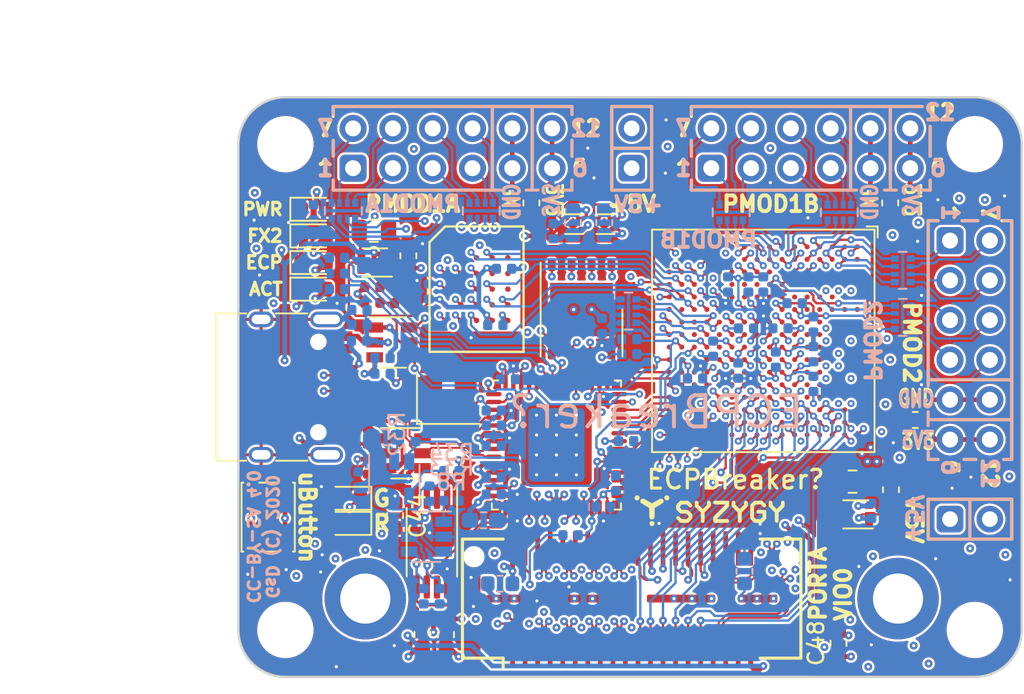
<source format=kicad_pcb>
(kicad_pcb (version 20221018) (generator pcbnew)
  (title_block (title "ECPBreaker") (date "2020-12-28") (rev "V0.1") (company "GsD") (comment 1 "2020 (C) Greg Davill  <greg.davill@gmail.com>") (comment 3 "License: CC-BY-SA 4.0"))
  (layers (0 "F.Cu" signal) (1 "In1.Cu" signal) (2 "In2.Cu" signal) (3 "In3.Cu" signal) (4 "In4.Cu" signal) (31 "B.Cu" signal) (34 "B.Paste" user) (35 "F.Paste" user) (36 "B.SilkS" user "B.Silkscreen") (37 "F.SilkS" user "F.Silkscreen") (38 "B.Mask" user) (39 "F.Mask" user) (44 "Edge.Cuts" user))
  (net 0 "")
  (net 1 "/~{LEDG}")
  (net 2 "+1V8")
  (net 3 "+3V3")
  (net 4 "Net-(D1-Pad2)")
  (net 5 "Net-(FB1-Pad1)")
  (net 6 "Net-(J24-PadA5)")
  (net 7 "/~{BUTTON}")
  (net 9 "Net-(J24-PadB5)")
  (net 12 "/PGOOD")
  (net 13 "Net-(C26-Pad2)")
  (net 15 "SDA")
  (net 16 "/RAM/FLASH_~{HLD}|~{RST}|IO3")
  (net 17 "/JTAG_TCK")
  (net 18 "/RAM/FLASH_~{WP}|IO2")
  (net 19 "3V3EN")
  (net 20 "/RAM/FLASH_CS")
  (net 21 "GND")
  (net 22 "1V2EN")
  (net 23 "Net-(D4-Pad2)")
  (net 24 "/RAM/HRAM_DQ5")
  (net 25 "+5V")
  (net 26 "/JTAG_TMS")
  (net 27 "/RAM/HRAM_DQ6")
  (net 28 "/RAM/HRAM_DQ7")
  (net 29 "/RAM/HRAM_DQ4")
  (net 30 "/RAM/HRAM_DQ3")
  (net 31 "/RAM/HRAM_DQ0")
  (net 32 "Net-(D5-Pad2)")
  (net 33 "/RAM/HRAM_DQ1")
  (net 34 "/PMODS/P2_1")
  (net 35 "/PMODS/P2_1x")
  (net 36 "/PMODS/P2_2")
  (net 37 "/PMODS/P2_2x")
  (net 38 "/PMODS/P2_3")
  (net 39 "/PMODS/P2_3x")
  (net 40 "/PMODS/P2_4")
  (net 41 "/PMODS/P2_4x")
  (net 42 "/PMODS/P1A1")
  (net 43 "/PMODS/P1A1x")
  (net 44 "/RAM/FLASH_SCK")
  (net 45 "/RAM/HRAM_DQ2")
  (net 46 "/~{LEDR}")
  (net 47 "/RAM/HRAM_RWDS")
  (net 48 "~{FPGA_RESET}")
  (net 49 "/RAM/HRAM_CLK")
  (net 50 "/PMODS/P1A2")
  (net 51 "/PMODS/P1A2x")
  (net 52 "/PMODS/P1A3")
  (net 53 "/PMODS/P1A3x")
  (net 54 "/PMODS/P1A4")
  (net 55 "/PMODS/P1A4x")
  (net 56 "/PMODS/P1B1")
  (net 57 "/PMODS/P1B1x")
  (net 58 "/PMODS/P1B2")
  (net 59 "/PMODS/P1B2x")
  (net 60 "/PMODS/P1B3")
  (net 61 "/PMODS/P1B3x")
  (net 62 "/PMODS/P1B4")
  (net 63 "/PMODS/P1B4x")
  (net 64 "/PMODS/P2_7")
  (net 65 "/PMODS/P2_7x")
  (net 66 "/RAM/HRAM_CLK#")
  (net 67 "/RAM/HRAM_RST")
  (net 68 "Net-(C27-Pad2)")
  (net 69 "/JTAG_TDO")
  (net 70 "FPGA_DONE")
  (net 72 "/RAM/FLASH_MISO|IO1")
  (net 73 "/RAM/HRAM_CS")
  (net 74 "/RAM/FLASH_MOSI|IO0")
  (net 76 "Net-(L3-Pad1)")
  (net 77 "Net-(L4-Pad1)")
  (net 80 "/JTAG_TDI")
  (net 82 "VIO_EN")
  (net 83 "/SYZYGY/R_GA")
  (net 84 "/SYZYGY/D0_P")
  (net 85 "/PMODS/P2_8")
  (net 86 "/PMODS/P2_8x")
  (net 87 "/PMODS/P2_9")
  (net 88 "/PMODS/P2_9x")
  (net 89 "/PMODS/P2_10")
  (net 90 "/PMODS/P2_10x")
  (net 91 "/PMODS/P1A7")
  (net 92 "/PMODS/P1A7x")
  (net 93 "/PMODS/P1A8")
  (net 94 "/PMODS/P1A8x")
  (net 95 "/PMODS/P1A9")
  (net 96 "/PMODS/P1A9x")
  (net 97 "/PMODS/P1A10")
  (net 98 "/PMODS/P1A10x")
  (net 99 "/PMODS/P1B7")
  (net 100 "/PMODS/P1B7x")
  (net 101 "/PMODS/P1B8")
  (net 102 "/PMODS/P1B8x")
  (net 103 "/PMODS/P1B9")
  (net 104 "/PMODS/P1B9x")
  (net 105 "/PMODS/P1B10")
  (net 106 "/PMODS/P1B10x")
  (net 113 "/SYZYGY/D1_P")
  (net 114 "/SYZYGY/D0_N")
  (net 127 "SCL")
  (net 139 "+1V1")
  (net 140 "+2V5")
  (net 200 "/SYZYGY/D1_N")
  (net 201 "/SYZYGY/D2_P")
  (net 202 "/SYZYGY/D3_P")
  (net 203 "/SYZYGY/D2_N")
  (net 204 "/SYZYGY/D3_N")
  (net 205 "/SYZYGY/D4_P")
  (net 206 "/SYZYGY/D5_P")
  (net 207 "/SYZYGY/D4_N")
  (net 208 "/SYZYGY/D5_N")
  (net 209 "/SYZYGY/D6_P")
  (net 210 "/SYZYGY/D7_P")
  (net 211 "/SYZYGY/D6_N")
  (net 212 "/SYZYGY/D7_N")
  (net 213 "/SYZYGY/S16")
  (net 214 "/SYZYGY/S17")
  (net 215 "/SYZYGY/S18")
  (net 216 "/SYZYGY/S19")
  (net 217 "/SYZYGY/S20")
  (net 218 "/SYZYGY/S21")
  (net 219 "/SYZYGY/S22")
  (net 220 "/SYZYGY/S23")
  (net 221 "/SYZYGY/S24")
  (net 222 "/SYZYGY/S25")
  (net 223 "/SYZYGY/S26")
  (net 224 "/SYZYGY/S27")
  (net 225 "/SYZYGY/P2C_CLK_P")
  (net 226 "/SYZYGY/C2P_CLK_P")
  (net 227 "/SYZYGY/P2C_CLK_N")
  (net 228 "/SYZYGY/C2P_CLK_N")
  (net 229 "/SYZYGY/VIO1")
  (net 230 "/XTALOUT")
  (net 231 "/XTALIN")
  (net 232 "/VUSB")
  (net 233 "/SHLD")
  (net 234 "Net-(D2-Pad2)")
  (net 235 "Net-(D3-Pad2)")
  (net 236 "Net-(D6-Pad2)")
  (net 237 "/USB_P")
  (net 238 "/USB_N")
  (net 239 "/LED_CY")
  (net 240 "/LED_FPGA")
  (net 241 "/LED_ACT")
  (net 242 "/~{CY_RESET}")
  (net 243 "Net-(R27-Pad1)")
  (net 244 "/CLKREF")
  (net 245 "/FLAGD")
  (net 246 "/PKTEND")
  (net 247 "/A1")
  (net 248 "/A0")
  (net 249 "/OE")
  (net 250 "/FLAGC")
  (net 251 "/FLAGB")
  (net 252 "/FLAGA")
  (net 253 "/D7")
  (net 254 "/D6")
  (net 255 "/D5")
  (net 256 "/D4")
  (net 257 "/D3")
  (net 258 "/D2")
  (net 259 "/D1")
  (net 260 "/D0")
  (net 261 "/CLKIF")
  (net 262 "/WR")
  (net 263 "/RD")
  (net 267 "Net-(R8-Pad2)")
  (net 268 "Net-(R33-Pad1)")
  (footprint "gsd-footprints:PMOD_Angled_2x06" (layer "F.Cu") (at 72.88 33.53 180)
    (fp_text reference "J27" hide)
    (fp_text value "PMOD" hide)
  )
  (footprint "Mounting_Holes:MountingHole_3-5mm" (layer "F.Cu") (at 77 32)
    (fp_text reference "REF**" hide)
    (fp_text value "MH3" hide)
  )
  (footprint "Mounting_Holes:MountingHole_3-5mm" (layer "F.Cu") (at 33 63)
    (fp_text reference "REF**" hide)
    (fp_text value "MH3" hide)
  )
  (footprint "Mounting_Holes:MountingHole_3-5mm" (layer "F.Cu") (at 77 63)
    (fp_text reference "REF**" hide)
    (fp_text value "MH3" hide)
  )
  (footprint "Mounting_Holes:MountingHole_3-5mm" (layer "F.Cu") (at 33 32)
    (fp_text reference "REF**" hide)
    (fp_text value "MH3" hide)
  )
  (footprint "Connector_PinHeader_2.54mm:PinHeader_2x01_P2.54mm_Vertical" (layer "F.Cu") (at 75.42 55.93)
    (fp_text reference "J22" hide)
    (fp_text value "5V AUX" hide)
  )
  (footprint "Resistor_SMD:R_0402_1005Metric" (layer "F.Cu") (at 36.2 53.3 180)
    (fp_text reference "R14" hide)
    (fp_text value "330E" hide)
  )
  (footprint "Resistor_SMD:R_0402_1005Metric" (layer "F.Cu") (at 31.9 59.15)
    (fp_text reference "R13" hide)
    (fp_text value "10K" hide)
  )
  (footprint "Resistor_SMD:R_0402_1005Metric" (layer "F.Cu") (at 36.2 57.5 180)
    (fp_text reference "R15" hide)
    (fp_text value "330E" hide)
  )
  (footprint "LED_SMD:LED_0603_1608Metric" (layer "F.Cu") (at 37 54.6 180)
    (fp_text reference "D4" hide)
    (fp_text value "GRN" hide)
  )
  (footprint "LED_SMD:LED_0603_1608Metric" (layer "F.Cu") (at 37 56.2 180)
    (fp_text reference "D5" hide)
    (fp_text value "RED" hide)
  )
  (footprint "gsd-footprints:PMOD_Angled_2x06" (layer "F.Cu") (at 50.02 33.53 180)
    (fp_text reference "J23" hide)
    (fp_text value "PMOD" hide)
  )
  (footprint "Connector_PinHeader_2.54mm:PinHeader_2x01_P2.54mm_Vertical" (layer "F.Cu") (at 55.1 33.53 90)
    (fp_text reference "J26" hide)
    (fp_text value "5V AUX" hide)
  )
  (footprint "Capacitor_SMD:C_0603_1608Metric" (layer "F.Cu") (at 71.6 35.75 90)
    (fp_text reference "C33" hide)
    (fp_text value "DNP" hide)
  )
  (footprint "Capacitor_SMD:C_0603_1608Metric" (layer "F.Cu") (at 48.7 35.75 90)
    (fp_text reference "C32" hide)
    (fp_text value "DNP" hide)
  )
  (footprint "gsd-footprints:PMOD_Angled_2x06" (layer "F.Cu") (at 75.42 50.85 90)
    (fp_text reference "J21" hide)
    (fp_text value "PMOD" hide)
  )
  (footprint "Capacitor_SMD:C_0603_1608Metric" (layer "F.Cu") (at 73.2 49.6)
    (fp_text reference "C34" hide)
    (fp_text value "DNP" hide)
  )
  (footprint "Button_Switch_SMD:SW_SPST_PTS810" (layer "F.Cu") (at 31.9 55.8 -90)
    (fp_text reference "SW1" hide)
    (fp_text value "TACT" hide)
  )
  (footprint "Package_SON:WSON-8-1EP_6x5mm_P1.27mm_EP3.4x4mm" (layer "F.Cu") (at 51.9 42.55 -90)
    (fp_text reference "U3" hide)
    (fp_text value "W25Q256" hide)
  )
  (footprint "Resistor_SMD:R_0402_1005Metric" (layer "F.Cu") (at 38.55 42.12)
    (fp_text reference "R23" hide)
    (fp_text value "47k" hide)
  )
  (footprint "Capacitor_SMD:C_0603_1608Metric_Pad1.05x0.95mm_HandSolder" (layer "F.Cu") (at 68.3 63.85 90)
    (fp_text reference "C48")
    (fp_text value "22uF")
  )
  (footprint "Capacitor_SMD:C_0402_1005Metric" (layer "F.Cu") (at 40.45 42.15 180)
    (fp_text reference "C26" hide)
    (fp_text value "6.8pF" hide)
  )
  (footprint "Capacitor_SMD:C_0402_1005Metric" (layer "F.Cu") (at 38.275 52.575 90)
    (fp_text reference "C18" hide)
    (fp_text value "0.1uF" hide)
  )
  (footprint "gkl_conn:SYZYGY_standard_carrier" (layer "F.Cu") (at 55.1 61)
    (fp_text reference "J1" hide)
    (fp_text value "SYZYGY-STD" hide)
  )
  (footprint "Package_TO_SOT_SMD:SOT-23-6" (layer "F.Cu") (at 39.8 44.65)
    (fp_text reference "U10" hide)
    (fp_text value "LM3880MF-1AF" hide)
  )
  (footprint "Package_SON:Texas_X2SON-4_1x1mm_P0.65mm" (layer "F.Cu") (at 53.35 37.1 180)
    (fp_text reference "U6" hide)
    (fp_text value "TLV725P" hide)
  )
  (footprint "Package_DFN_QFN:Cypress_QFN-56-1EP_8x8mm_P0.5mm_EP4.5x5.6mm_ThermalVias" (layer "F.Cu") (at 50.3 51.2)
    (fp_text reference "U2" hide)
    (fp_text value "CY7C68013A-56LTX" hide)
  )
  (footprint "Connector_USB:USB_C_Receptacle_HRO_TYPE-C-31-M-12" (layer "F.Cu") (at 32.5 47.5 -90)
    (fp_text reference "J24" hide)
    (fp_text value "USB_C_Receptacle_USB2.0" hide)
  )
  (footprint "Resistor_SMD:R_0402_1005Metric" (layer "F.Cu") (at 38.75 48.95 135)
    (fp_text reference "R22" hide)
    (fp_text value "5.1k" hide)
  )
  (footprint "Inductor_SMD:L_0805_2012Metric" (layer "F.Cu") (at 69.199999 53.535)
    (fp_text reference "L4" hide)
    (fp_text value "2.2uH" hide)
  )
  (footprint "Package_TO_SOT_SMD:SOT-666" (layer "F.Cu") (at 69.4 55.625 180)
    (fp_text reference "U5" hide)
    (fp_text value "TLV62569DRL" hide)
  )
  (footprint "Resistor_SMD:R_0402_1005Metric" (layer "F.Cu") (at 43.5 53.075)
    (fp_text reference "R27" hide)
    (fp_text value "DNP" hide)
  )
  (footprint "Inductor_SMD:L_0402_1005Metric" (layer "F.Cu") (at 38.25 50.65 90)
    (fp_text reference "FB1" hide)
    (fp_text value "220R" hide)
  )
  (footprint "LED_SMD:LED_0603_1608Metric" (layer "F.Cu") (at 34.8 39.55)
    (fp_text reference "D3" hide)
    (fp_text value "GRN" hide)
  )
  (footprint "Resistor_SMD:R_0402_1005Metric" (layer "F.Cu") (at 71.58 56.464999 -90)
    (fp_text reference "R26" hide)
    (fp_text value "100k" hide)
  )
  (footprint "gsd-footprints:BGA-24_8.0x6.0mm_Layout5x5_P0.8mm_Pad0.35mm_NSMD" (layer "F.Cu") (at 45.2 41.25)
    (fp_text reference "U9" hide)
    (fp_text value "IS66WVH16M8ALL" hide)
  )
  (footprint "Capacitor_SMD:C_0603_1608Metric" (layer "F.Cu") (at 40.8475 39.12 -90)
    (fp_text reference "C28" hide)
    (fp_text value "10uF" hide)
  )
  (footprint "Package_BGA:BGA-256_14.0x14.0mm_Layout16x16_P0.8mm_Ball0.45mm_Pad0.32mm_NSMD" (layer "F.Cu") (at 63.5 44.55 -90)
    (fp_text reference "U8" hide)
    (fp_text value "ECP5U-12-CABGA256" hide)
  )
  (footprint "Capacitor_SMD:C_0402_1005Metric" (layer "F.Cu") (at 40.8 47.425 90)
    (fp_text reference "C17" hide)
    (fp_text value "18p" hide)
  )
  (footprint "Capacitor_SMD:C_0402_1005Metric" (layer "F.Cu") (at 70.18 57.205)
    (fp_text reference "C27" hide)
    (fp_text value "6.8pF" hide)
  )
  (footprint "syzygy_logo" (layer "F.Cu") (at 60.3 55.4)
    (fp_text reference "G***" hide)
    (fp_text value "LOGO" hide)
  )
  (footprint "Package_SO:TSSOP-8_4.4x3mm_P0.65mm" (layer "F.Cu") (at 42.35 57.4 -90)
    (fp_text reference "U7" hide)
    (fp_text value "CAT24C256W" hide)
  )
  (footprint "LED_SMD:LED_0603_1608Metric" (layer "F.Cu") (at 34.8 37.85)
    (fp_text reference "D2" hide)
    (fp_text value "GRN" hide)
  )
  (footprint "Package_SON:Texas_X2SON-4_1x1mm_P0.65mm" (layer "F.Cu") (at 51.35 37.1 180)
    (fp_text reference "U11" hide)
    (fp_text value "TLV718P" hide)
  )
  (footprint "Capacitor_SMD:C_0603_1608Metric" (layer "F.Cu") (at 71.65 54.055001 -90)
    (fp_text reference "C29" hide)
    (fp_text value "10uF" hide)
  )
  (footprint "Inductor_SMD:L_0805_2012Metric" (layer "F.Cu") (at 38.6475 37.52)
    (fp_text reference "L3" hide)
    (fp_text value "2.2uH" hide)
  )
  (footprint "Capacitor_SMD:C_0603_1608Metric_Pad1.05x0.95mm_HandSolder" (layer "F.Cu") (at 43.25 63.3 90)
    (fp_text reference "C49" hide)
    (fp_text value "22uF" hide)
  )
  (footprint "gkl_logos:gsd_logo_small" (layer "F.Cu") (at 76.95 58.9)
    (fp_text reference "G***" hide)
    (fp_text value "LOGO" hide)
  )
  (footprint "Package_TO_SOT_SMD:SOT-23-6" (layer "F.Cu") (at 40.65 51.725)
    (fp_text reference "U1" hide)
    (fp_text value "TPD3S014" hide)
  )
  (footprint "Resistor_SMD:R_0402_1005Metric" (layer "F.Cu") (at 40.4475 41.13)
    (fp_text reference "R10" hide)
    (fp_text value "210K" hide)
  )
  (footprint "Capacitor_SMD:C_0603_1608Metric_Pad1.05x0.95mm_HandSolder" (layer "F.Cu") (at 41.75 63.3 90)
    (fp_text reference "C50" hide)
    (fp_text value "22uF" hide)
  )
  (footprint "Capacitor_SMD:C_0402_1005Metric" (layer "F.Cu") (at 38.5475 41.12 180)
    (fp_text reference "C15" hide)
    (fp_text value "4.7uF" hide)
  )
  (footprint "Resistor_SMD:R_0402_1005Metric" (layer "F.Cu") (at 68.319999 57.215 180)
    (fp_text reference "R24" hide)
    (fp_text value "84k5" hide)
  )
  (footprint "Crystal:Crystal_SMD_3225-4Pin_3.2x2.5mm" (layer "F.Cu") (at 43.4 48.2)
    (fp_text reference "Y1" hide)
    (fp_text value "24M" hide)
  )
  (footprint "Capacitor_SMD:C_0603_1608Metric" (layer "F.Cu") (at 40 55.7 -90)
    (fp_text reference "C44")
    (fp_text value "4.7uF")
  )
  (footprint "LED_SMD:LED_0603_1608Metric" (layer "F.Cu") (at 34.8 41.25)
    (fp_text reference "D6" hide)
    (fp_text value "YEL" hide)
  )
  (footprint "Capacitor_SMD:C_0402_1005Metric" (layer "F.Cu") (at 42.7 45.95 180)
    (fp_text reference "C16" hide)
    (fp_text value "18p" hide)
  )
  (footprint "LED_SMD:LED_0603_1608Metric" (layer "F.Cu") (at 34.8 36.15)
    (fp_text reference "D1" hide)
    (fp_text value "GRN" hide)
  )
  (footprint "gkl_logos:oshw_small" (layer "F.Cu") (at 73.7 53.35)
    (fp_text reference "G***" hide)
    (fp_text value "LOGO" hide)
  )
  (footprint "Capacitor_SMD:C_0402_1005Metric" (layer "F.Cu") (at 49.45 37.85 180)
    (fp_text reference "C51" hide)
    (fp_text value "4.7uF" hide)
  )
  (footprint "Package_TO_SOT_SMD:SOT-666" (layer "F.Cu") (at 38.7 39.55 180)
    (fp_text reference "U4" hide)
    (fp_text value "TLV62569DRL" hide)
  )
  (footprint "Capacitor_SMD:C_0402_1005Metric" (layer "B.Cu") (at 37.725 43.525)
    (fp_text reference "C19" hide)
    (fp_text value "0.1uF" hide)
  )
  (footprint "Resistor_SMD:R_Array_Convex_4x0402" (layer "B.Cu") (at 61.45 36.35 90)
    (fp_text reference "R4" hide)
    (fp_text value "33R" hide)
  )
  (footprint "Capacitor_SMD:C_0402_1005Metric" (layer "B.Cu") (at 47.2 47 180)
    (fp_text reference "C12" hide)
    (fp_text value "0.1uF" hide)
  )
  (footprint "Capacitor_SMD:C_0402_1005Metric" (layer "B.Cu") (at 37.65 53.4 90)
    (fp_text reference "C47" hide)
    (fp_text value "0.1uF" hide)
  )
  (footprint "Capacitor_SMD:C_0402_1005Metric" (layer "B.Cu") (at 70.4 55.4 -90)
    (fp_text reference "C23" hide)
    (fp_text value "4.7uF" hide)
  )
  (footprint "Capacitor_SMD:C_0402_1005Metric" (layer "B.Cu") (at 60.3 45.05 -90)
    (fp_text reference "C36" hide)
    (fp_text value "0.1uF" hide)
  )
  (footprint "Resistor_SMD:R_0402_1005Metric" (layer "B.Cu") (at 34.8 36.35 90)
    (fp_text reference "R1" hide)
    (fp_text value "20k" hide)
  )
  (footprint "Resistor_SMD:R_0402_1005Metric" (layer "B.Cu") (at 39.2 45.65)
    (fp_text reference "R30" hide)
    (fp_text value "24k3" hide)
  )
  (footprint "Capacitor_SMD:C_0402_1005Metric" (layer "B.Cu") (at 53.2 43.6 90)
    (fp_text reference "C22" hide)
    (fp_text value "0.1uF" hide)
  )
  (footprint "Capacitor_SMD:C_0603_1608Metric" (layer "B.Cu") (at 51.35 37 90)
    (fp_text reference "C42" hide)
    (fp_text value "10uF" hide)
  )
  (footprint "Resistor_SMD:R_0402_1005Metric" (layer "B.Cu") (at 43.6 52.85 180)
    (fp_text reference "R34")
    (fp_text value "24k9")
  )
  (footprint "Capacitor_SMD:C_0402_1005Metric" (layer "B.Cu") (at 59.15 46.95 180)
    (fp_text reference "C2" hide)
    (fp_text value "0.1uF" hide)
  )
  (footprint "Capacitor_SMD:C_0603_1608Metric" (layer "B.Cu") (at 62.3 59.25 -90)
    (fp_text reference "C40" hide)
    (fp_text value "10uF" hide)
  )
  (footprint "Capacitor_SMD:C_0603_1608Metric" (layer "B.Cu") (at 39.35 50.7)
    (fp_text reference "C46" hide)
    (fp_text value "4.7uF" hide)
  )
  (footprint "Capacitor_SMD:C_0402_1005Metric" (layer "B.Cu") (at 61.25 40.95 90)
    (fp_text reference "C7" hide)
    (fp_text value "0.1uF" hide)
  )
  (footprint "Capacitor_SMD:C_0402_1005Metric" (layer "B.Cu") (at 63.5 40.95 90)
    (fp_text reference "C30" hide)
    (fp_text value "1uF" hide)
  )
  (footprint "Package_TO_SOT_SMD:SOT-23-5" (layer "B.Cu") (at 39.95 53.35 -90)
    (fp_text reference "U13" hide)
    (fp_text value "TPS73101DBV" hide)
  )
  (footprint "Capacitor_SMD:C_0402_1005Metric" (layer "B.Cu") (at 62.55 40.95 90)
    (fp_text reference "C3" hide)
    (fp_text value "0.1uF" hide)
  )
  (footprint "Resistor_SMD:R_Array_Convex_4x0402" (layer "B.Cu") (at 68.35 36.35 90)
    (fp_text reference "R17" hide)
    (fp_text value "33R" hide)
  )
  (footprint "Resistor_SMD:R_0402_1005Metric" (layer "B.Cu") (at 36.3 39.25 180)
    (fp_text reference "R2" hide)
    (fp_text value "20k" hide)
  )
  (footprint "Capacitor_SMD:C_0402_1005Metric" (layer "B.Cu") (at 50.1 37.55 90)
    (fp_text reference "C20" hide)
    (fp_text value "0.1uF" hide)
  )
  (footprint "Resistor_SMD:R_Array_Convex_4x0402" (layer "B.Cu") (at 54.9 42.65)
    (fp_text reference "R11" hide)
    (fp_text value "10k" hide)
  )
  (footprint "Resistor_SMD:R_0402_1005Metric" (layer "B.Cu") (at 43.6 54.75 180)
    (fp_text reference "R8")
    (fp_text value "42k2")
  )
  (footprint "Resistor_SMD:R_Array_Convex_4x0402" (layer "B.Cu") (at 45.5 36.25 90)
    (fp_text reference "R3" hide)
    (fp_text value "33R" hide)
  )
  (footprint "Resistor_SMD:R_0402_1005Metric" (layer "B.Cu") (at 39.2 46.65 180)
    (fp_text reference "R31" hide)
    (fp_text value "10K" hide)
  )
  (footprint "Resistor_SMD:R_0402_1005Metric" (layer "B.Cu") (at 43.6 53.8 180)
    (fp_text reference "R33")
    (fp_text value "33K")
  )
  (footprint "Capacitor_SMD:C_0402_1005Metric" (layer "B.Cu") (at 46.4 43.55)
    (fp_text reference "C21" hide)
    (fp_text value "0.1uF" hide)
  )
  (footprint "Resistor_SMD:R_0402_1005Metric" (layer "B.Cu") (at 37.7 44.55 180)
    (fp_text reference "R21" hide)
    (fp_text value "5.1k" hide)
  )
  (footprint "Resistor_SMD:R_0402_1005Metric" (layer "B.Cu") (at 36.3 40.25 180)
    (fp_text reference "R5" hide)
    (fp_text value "20k" hide)
  )
  (footprint "Resistor_SMD:R_0402_1005Metric" (layer "B.Cu") (at 37.725 42.575)
    (fp_text reference "R28" hide)
    (fp_text value "100k" hide)
  )
  (footprint "Resistor_SMD:R_0402_1005Metric" (layer "B.Cu") (at 41.3 50.5 -90)
    (fp_text reference "R32")
    (fp_text value "10K")
  )
  (footprint "Capacitor_SMD:C_0402_1005Metric" (layer "B.Cu") (at 46.3 49 180)
    (fp_text reference "C13" hide)
    (fp_text value "0.1uF" hide)
  )
  (footprint "Capacitor_SMD:C_0402_1005Metric" (layer "B.Cu") (at 66.7 43.5 90)
    (fp_text reference "C38" hide)
    (fp_text value "0.1uF" hide)
  )
  (footprint "Capacitor_SMD:C_0402_1005Metric" (layer "B.Cu") (at 46.3 54.35 180)
    (fp_text reference "C4" hide)
    (fp_text value "0.1uF" hide)
  )
  (footprint "Resistor_SMD:R_0402_1005Metric" (layer "B.Cu") (at 46.3 49.95 180)
    (fp_text reference "R9" hide)
    (fp_text value "100k" hide)
  )
  (footprint "Capacitor_SMD:C_0402_1005Metric" (layer "B.Cu") (at 42.15 41.4 90)
    (fp_text reference "C41" hide)
    (fp_text value "0.1uF" hide)
  )
  (footprint "Resistor_SMD:R_0402_1005Metric" (layer "B.Cu") (at 42.85 60.85 -90)
    (fp_text reference "R25" hide)
    (fp_text value "2k2" hide)
  )
  (footprint "Capacitor_SMD:C_0402_1005Metric" (layer "B.Cu") (at 42.2 54.3 -90)
    (fp_text reference "C45" hide)
    (fp_text value "0.1uF" hide)
  )
  (footprint "Capacitor_SMD:C_0402_1005Metric" (layer "B.Cu") (at 61.9 46.45 90)
    (fp_text reference "C11" hide)
    (fp_text value "0.1uF" hide)
  )
  (footprint "Capacitor_SMD:C_0402_1005Metric" (layer "B.Cu") (at 53.3 55.15 180)
    (fp_text reference "C14" hide)
    (fp_text value "0.1uF" hide)
  )
  (footprint "Capacitor_SMD:C_0603_1608Metric" (layer "B.Cu") (at 46.7 60.05 180)
    (fp_text reference "C39" hide)
    (fp_text value "10uF" hide)
  )
  (footprint "Resistor_SMD:R_0402_1005Metric" (layer "B.Cu") (at 41.825 60.85 -90)
    (fp_text reference "R12" hide)
    (fp_text value "2k2" hide)
  )
  (footprint "Capacitor_SMD:C_0402_1005Metric" (layer "B.Cu") (at 62.4 43.75)
    (fp_text reference "C37" hide)
    (fp_text value "0.1uF" hide)
  )
  (footprint "Capacitor_SMD:C_0402_1005Metric" (layer "B.Cu") (at 46.3 53.250001 180)
    (fp_text reference "C9" hide)
    (fp_text value "0.1uF" hide)
  )
  (footprint "Resistor_SMD:R_0402_1005Metric" (layer "B.Cu") (at 54.75 50.95 180)
    (fp_text reference "R29" hide)
    (fp_text value "10K" hide)
  )
  (footprint "Capacitor_SMD:C_0402_1005Metric" (layer "B.Cu") (at 66.7 45.4 -90)
    (fp_text reference "C35" hide)
    (fp_text value "0.1uF" hide)
  )
  (footprint "Resistor_SMD:R_Array_Convex_4x0402" (layer "B.Cu") (at 36.7 36.25 90)
    (fp_text reference "R16" hide)
    (fp_text value "33R" hide)
  )
  (footprint "Capacitor_SMD:C_0603_1608Metric" (layer "B.Cu") (at 53.35 37 90)
    (fp_text reference "C24" hide)
    (fp_text value "10uF" hide)
  )
  (footprint "Capacitor_SMD:C_0402_1005Metric" (layer "B.Cu") (at 46.95 39.95)
    (fp_text reference "C43" hide)
    (fp_text value "1uF" hide)
  )
  (footprint "Capacitor_SMD:C_0402_1005Metric" (layer "B.Cu") (at 64.3 45.75 90)
    (fp_text reference "C8" hide)
    (fp_text value "0.1uF" hide)
  )
  (footprint "Resistor_SMD:R_0402_1005Metric" (layer "B.Cu") (at 54.95 44.45)
    (fp_text reference "R19" hide)
    (fp_text value "10K" hide)
  )
  (footprint "Resistor_SMD:R_0402_1005Metric" (layer "B.Cu") (at 36.3 41.25 180)
    (fp_text reference "R6" hide)
    (fp_text value "2k2" hide)
  )
  (footprint "Capacitor_SMD:C_0402_1005Metric" (layer "B.Cu") (at 54.1 53.65 -90)
    (fp_text reference "C10" hide)
    (fp_text value "0.1uF" hide)
  )
  (footprint "Resistor_SMD:R_0402_1005Metric" (layer "B.Cu") (at 51.2 56.95)
    (fp_text reference "R35" hide)
    (fp_text value "210K" hide)
  )
  (footprint "Capacitor_SMD:C_0402_1005Metric" (layer "B.Cu") (at 65.5 42.15)
    (fp_text reference "C31" hide)
    (fp_text value "1uF" hide)
  )
  (footprint "Resistor_SMD:R_Array_Convex_4x0402" (layer "B.Cu") (at 72.4 43.05 180)
    (fp_text reference "R18" hide)
    (fp_text value "33R" hide)
  )
  (footprint "Capacitor_SMD:C_0402_1005Metric" (layer "B.Cu") (at 46.3 51.25 180)
    (fp_text reference "C6" hide)
    (fp_text value "0.1uF" hide)
  )
  (footprint "Resistor_SMD:R_Array_Convex_4x0402" (layer "B.Cu") (at 72.4 40.05 180)
    (fp_text reference "R7" hide)
    (fp_text value "33R" hide)
  )
  (footprint "Package_TO_SOT_SMD:SOT-23-6" (layer "B.Cu") (at 42 57.05 180)
    (fp_text reference "U12" hide)
    (fp_text value "DAC081C081CIMK" hide)
  )
  (footprint "Capacitor_SMD:C_0402_1005Metric" (layer "B.Cu") (at 64.6 43.75)
    (fp_text reference "C5" hide)
    (fp_text value "0.1uF" hide)
  )
  (footprint "Resistor_SMD:R_0402_1005Metric" (layer "B.Cu") (at 54.95 45.4 180)
    (fp_text reference "R20" hide)
    (fp_text value "1k" hide)
  )
  (footprint "Capacitor_SMD:C_0603_1608Metric_Pad1.05x0.95mm_HandSolder" (layer "B.Cu") (at 45.65 56 180)
    (fp_text reference "C1" hide)
    (fp_text value "4.7uF" hide)
  )
  (footprint "Capacitor_SMD:C_0402_1005Metric" (layer "B.Cu") (at 66.7 47.3 -90)
    (fp_text reference "C25" hide)
    (fp_text value "1uF" hide)
  )
  (gr_line (start 36.05 31.752) (end 36.05 32.768) (stroke (width 0.2)) (layer "B.SilkS"))
  (gr_line (start 58.91 31.752) (end 58.91 32.768) (stroke (width 0.2)) (layer "B.SilkS"))
  (gr_line (start 69.07 29.593) (end 58.91 29.593) (stroke (width 0.2)) (layer "B.SilkS"))
  (gr_line (start 58.91 34.292) (end 58.91 34.927) (stroke (width 0.2)) (layer "B.SilkS"))
  (gr_line (start 69.07 29.593) (end 71.61 29.593) (stroke (width 0.2)) (layer "B.SilkS"))
  (gr_line (start 69.07 29.593) (end 69.07 34.927) (stroke (width 0.2)) (layer "B.SilkS"))
  (gr_line (start 71.61 29.593) (end 73.642 29.593) (stroke (width 0.2)) (layer "B.SilkS"))
  (gr_line (start 58.91 34.927) (end 69.451 34.927) (stroke (width 0.2)) (layer "B.SilkS"))
  (gr_line (start 74.15 30.863) (end 74.15 32.768) (stroke (width 0.2)) (layer "B.SilkS"))
  (gr_line (start 71.61 29.593) (end 71.61 34.927) (stroke (width 0.2)) (layer "B.SilkS"))
  (gr_line (start 73.642 34.927) (end 74.15 34.927) (stroke (width 0.2)) (layer "B.SilkS"))
  (gr_line (start 58.91 29.593) (end 58.91 30.101) (stroke (width 0.2)) (layer "B.SilkS"))
  (gr_line (start 53.83 34.927) (end 56.37 34.927) (stroke (width 0.2)) (layer "B.SilkS"))
  (gr_line (start 53.829999 29.593) (end 53.83 34.927) (stroke (width 0.2)) (layer "B.SilkS"))
  (gr_line (start 56.37 29.593) (end 56.37 34.927) (stroke (width 0.2)) (layer "B.SilkS"))
  (gr_line (start 53.829999 29.593) (end 56.37 29.593) (stroke (width 0.2)) (layer "B.SilkS"))
  (gr_line (start 74.023 54.66) (end 79.357 54.66) (stroke (width 0.2)) (layer "B.SilkS"))
  (gr_line (start 74.023 57.200001) (end 79.357 57.2) (stroke (width 0.2)) (layer "B.SilkS"))
  (gr_line (start 74.023 57.200001) (end 74.023 54.66) (stroke (width 0.2)) (layer "B.SilkS"))
  (gr_line (start 79.357 57.2) (end 79.357 54.66) (stroke (width 0.2)) (layer "B.SilkS"))
  (gr_line (start 79.357 47.04) (end 79.357 36.88) (stroke (width 0.2)) (layer "B.SilkS"))
  (gr_line (start 79.357 36.88) (end 78.849 36.88) (stroke (width 0.2)) (layer "B.SilkS"))
  (gr_line (start 74.658 36.88) (end 74.023 36.88) (stroke (width 0.2)) (layer "B.SilkS"))
  (gr_line (start 79.357 47.04) (end 74.023 47.04) (stroke (width 0.2)) (layer "B.SilkS"))
  (gr_line (start 77.198 36.88) (end 76.182 36.88) (stroke (width 0.2)) (layer "B.SilkS"))
  (gr_line (start 79.357 47.04) (end 79.357 49.58) (stroke (width 0.2)) (layer "B.SilkS"))
  (gr_line (start 74.023 36.88) (end 74.023 47.421) (stroke (width 0.2)) (layer "B.SilkS"))
  (gr_line (start 79.357 49.58) (end 74.023 49.58) (stroke (width 0.2)) (layer "B.SilkS"))
  (gr_line (start 79.357 49.58) (end 79.357 52.12) (stroke (width 0.2)) (layer "B.SilkS"))
  (gr_line (start 74.023 51.612) (end 74.023 52.12) (stroke (width 0.2)) (layer "B.SilkS"))
  (gr_line (start 74.023 49.072) (end 74.023 49.961) (stroke (width 0.2)) (layer "B.SilkS"))
  (gr_line (start 48.75 29.593) (end 51.29 29.593) (stroke (width 0.2)) (layer "B.SilkS"))
  (gr_line (start 51.29 29.593) (end 51.29 30.101) (stroke (width 0.2)) (layer "B.SilkS"))
  (gr_line (start 76.309 52.12) (end 77.071 52.12) (stroke (width 0.2)) (layer "B.SilkS"))
  (gr_line (start 46.21 29.593) (end 46.21 34.927) (stroke (width 0.2)) (layer "B.SilkS"))
  (gr_line (start 51.29 31.752) (end 51.29 32.768) (stroke (width 0.2)) (layer "B.SilkS"))
  (gr_line (start 48.369 34.927) (end 49.131 34.927) (stroke (width 0.2)) (layer "B.SilkS"))
  (gr_line (start 46.21 29.593) (end 36.05 29.593) (stroke (width 0.2)) (layer "B.SilkS"))
  (gr_line (start 50.782 34.927) (end 51.29 34.927) (stroke (width 0.2)) (layer "B.SilkS"))
  (gr_line (start 36.05 29.593) (end 36.05 30.101) (stroke (width 0.2)) (layer "B.SilkS"))
  (gr_line (start 36.05 34.927) (end 46.718 34.927) (stroke (width 0.2)) (layer "B.SilkS"))
  (gr_line (start 79.357 52.12) (end 78.849 52.12) (stroke (width 0.2)) (layer "B.SilkS"))
  (gr_line (start 46.21 29.593) (end 48.75 29.593) (stroke (width 0.2)) (layer "B.SilkS"))
  (gr_line (start 53.83 32.26) (end 56.37 32.26) (stroke (width 0.2)) (layer "B.SilkS"))
  (gr_line (start 51.29 34.927) (end 51.29 34.292) (stroke (width 0.2)) (layer "B.SilkS"))
  (gr_line (start 36.05 34.292) (end 36.05 34.927) (stroke (width 0.2)) (layer "B.SilkS"))
  (gr_line (start 74.023 52.12) (end 74.658 52.12) (stroke (width 0.2)) (layer "B.SilkS"))
  (gr_line (start 71.229 34.927) (end 71.991 34.927) (stroke (width 0.2)) (layer "B.SilkS"))
  (gr_line (start 76.69 54.66) (end 76.69 57.2) (stroke (width 0.2)) (layer "B.SilkS"))
  (gr_line (start 74.15 34.927) (end 74.15 34.292) (stroke (width 0.2)) (layer "B.SilkS"))
  (gr_line (start 48.75 29.593) (end 48.75 34.927) (stroke (width 0.2)) (layer "B.SilkS"))
  (gr_line (start 36.05 32.768) (end 36.05 31.752001) (stroke (width 0.2)) (layer "F.SilkS"))
  (gr_line (start 46.209999 34.927) (end 36.05 34.927001) (stroke (width 0.2)) (layer "F.SilkS"))
  (gr_line (start 36.05 30.228) (end 36.05 29.593) (stroke (width 0.2)) (layer "F.SilkS"))
  (gr_line (start 46.209999 34.927) (end 46.591 34.927) (stroke (width 0.2)) (layer "F.SilkS"))
  (gr_line (start 46.209999 34.927) (end 46.21 29.593) (stroke (width 0.2)) (layer "F.SilkS"))
  (gr_line (start 50.909 34.927) (end 51.29 34.927) (stroke (width 0.2)) (layer "F.SilkS"))
  (gr_line (start 51.29 30.101) (end 51.29 29.593) (stroke (width 0.2)) (layer "F.SilkS"))
  (gr_line (start 36.05 29.593) (end 48.75 29.593) (stroke (width 0.2)) (layer "F.SilkS"))
  (gr_line (start 51.29 32.768) (end 51.29 31.752) (stroke (width 0.2)) (layer "F.SilkS"))
  (gr_line (start 48.75 34.292) (end 48.75 29.593) (stroke (width 0.2)) (layer "F.SilkS"))
  (gr_line (start 48.75 29.593) (end 51.29 29.593) (stroke (width 0.2)) (layer "F.SilkS"))
  (gr_line (start 36.05 34.927001) (end 36.05 34.292) (stroke (width 0.2)) (layer "F.SilkS"))
  (gr_line (start 69.069999 34.927) (end 69.324 34.927) (stroke (width 0.2)) (layer "F.SilkS"))
  (gr_line (start 58.91 32.768) (end 58.91 31.752001) (stroke (width 0.2)) (layer "F.SilkS"))
  (gr_line (start 74.15 34.927) (end 74.15 34.292) (stroke (width 0.2)) (layer "F.SilkS"))
  (gr_line (start 73.769 34.927) (end 74.15 34.927) (stroke (width 0.2)) (layer "F.SilkS"))
  (gr_line (start 71.61 34.292) (end 71.61 29.593) (stroke (width 0.2)) (layer "F.SilkS"))
  (gr_line (start 69.069999 34.927) (end 69.07 29.593) (stroke (width 0.2)) (layer "F.SilkS"))
  (gr_line (start 74.15 32.768) (end 74.15 30.863) (stroke (width 0.2)) (layer "F.SilkS"))
  (gr_line (start 71.61 29.593) (end 73.642 29.593) (stroke (width 0.2)) (layer "F.SilkS"))
  (gr_line (start 58.91 30.228) (end 58.91 29.593) (stroke (width 0.2)) (layer "F.SilkS"))
  (gr_line (start 58.91 29.593) (end 71.61 29.593) (stroke (width 0.2)) (layer "F.SilkS"))
  (gr_line (start 69.069999 34.927) (end 58.91 34.927001) (stroke (width 0.2)) (layer "F.SilkS"))
  (gr_line (start 58.91 34.927001) (end 58.91 34.292) (stroke (width 0.2)) (layer "F.SilkS"))
  (gr_line (start 53.829999 34.927) (end 56.37 34.927) (stroke (width 0.2)) (layer "F.SilkS"))
  (gr_line (start 56.37 34.927) (end 56.37 29.593) (stroke (width 0.2)) (layer "F.SilkS"))
  (gr_line (start 53.829999 34.927) (end 53.83 29.593) (stroke (width 0.2)) (layer "F.SilkS"))
  (gr_line (start 53.83 29.593) (end 56.37 29.593) (stroke (width 0.2)) (layer "F.SilkS"))
  (gr_line (start 74.023 57.199999) (end 74.023 54.66) (stroke (width 0.2)) (layer "F.SilkS"))
  (gr_line (start 79.357 57.200002) (end 74.023 57.199999) (stroke (width 0.2)) (layer "F.SilkS"))
  (gr_line (start 79.357 54.66) (end 74.023 54.66) (stroke (width 0.2)) (layer "F.SilkS"))
  (gr_line (start 79.357 57.200002) (end 79.357 54.66) (stroke (width 0.2)) (layer "F.SilkS"))
  (gr_line (start 74.023 47.039999) (end 74.023 47.294) (stroke (width 0.2)) (layer "F.SilkS"))
  (gr_line (start 76.182 36.88) (end 77.197999 36.88) (stroke (width 0.2)) (layer "F.SilkS"))
  (gr_line (start 78.722 36.88) (end 79.357 36.88) (stroke (width 0.2)) (layer "F.SilkS"))
  (gr_line (start 74.022999 36.88) (end 74.658 36.88) (stroke (width 0.2)) (layer "F.SilkS"))
  (gr_line (start 74.023 51.739) (end 74.023 52.12) (stroke (width 0.2)) (layer "F.SilkS"))
  (gr_line (start 74.023 47.039999) (end 79.357 47.04) (stroke (width 0.2)) (layer "F.SilkS"))
  (gr_line (start 74.658 49.58) (end 79.357 49.58) (stroke (width 0.2)) (layer "F.SilkS"))
  (gr_line (start 79.357 49.58) (end 79.357 52.12) (stroke (width 0.2)) (layer "F.SilkS"))
  (gr_line (start 79.357 36.88) (end 79.357 49.58) (stroke (width 0.2)) (layer "F.SilkS"))
  (gr_line (start 74.023 47.039999) (end 74.022999 36.88) (stroke (width 0.2)) (layer "F.SilkS"))
  (gr_line (start 74.023 52.12) (end 74.658 52.12) (stroke (width 0.2)) (layer "F.SilkS"))
  (gr_line (start 51.29 34.927) (end 51.29 34.292) (stroke (width 0.2)) (layer "F.SilkS"))
  (gr_line (start 78.849 52.12) (end 79.357 52.12) (stroke (width 0.2)) (layer "F.SilkS"))
  (gr_line (start 76.69 54.66) (end 76.69 57.2) (stroke (width 0.2)) (layer "F.SilkS"))
  (gr_line (start 76.309 52.12) (end 77.071 52.12) (stroke (width 0.2)) (layer "F.SilkS"))
  (gr_line (start 53.83 32.26) (end 56.37 32.26) (stroke (width 0.2)) (layer "F.SilkS"))
  (gr_line (start 30 63) (end 30 32) (stroke (width 0.15)) (layer "Edge.Cuts"))
  (gr_line (start 33 29) (end 77 29) (stroke (width 0.15)) (layer "Edge.Cuts"))
  (gr_arc (start 80 63) (mid 79.12132 65.12132) (end 77 66) (stroke (width 0.15)) (layer "Edge.Cuts"))
  (gr_arc (start 77 29) (mid 79.12132 29.87868) (end 80 32) (stroke (width 0.15)) (layer "Edge.Cuts"))
  (gr_arc (start 33 66) (mid 30.87868 65.12132) (end 30 63) (stroke (width 0.15)) (layer "Edge.Cuts"))
  (gr_line (start 77 66) (end 33 66) (stroke (width 0.15)) (layer "Edge.Cuts"))
  (gr_arc (start 30 32) (mid 30.87868 29.87868) (end 33 29) (stroke (width 0.15)) (layer "Edge.Cuts"))
  (gr_line (start 80 63) (end 80 32) (stroke (width 0.15)) (layer "Edge.Cuts"))
  (gr_text "PMOD1A" (at 41.13 35.816) (layer "B.SilkS") (effects (font (size 1 1) (thickness 0.25)) (justify mirror)))
  (gr_text "PMOD1B" (at 60 38.1) (layer "B.SilkS") (effects (font (size 1 1) (thickness 0.25)) (justify mirror)))
  (gr_text "PMOD2" (at 70.45 44.55 270) (layer "B.SilkS") (effects (font (size 1 1) (thickness 0.25)) (justify mirror)))
  (gr_text "+5V" (at 73.134 55.93 270) (layer "B.SilkS") (effects (font (size 1 1) (thickness 0.25)) (justify mirror)))
  (gr_text "+5V" (at 55.55 35.85) (layer "B.SilkS") (effects (font (size 1 1) (thickness 0.25)) (justify mirror)))
  (gr_text "1" (at 35.55 33.55) (layer "B.SilkS") (effects (font (size 1 1) (thickness 0.25)) (justify mirror)))
  (gr_text "6" (at 51.798 33.53) (layer "B.SilkS") (effects (font (size 1 1) (thickness 0.25)) (justify mirror)))
  (gr_text "7" (at 35.55 31) (layer "B.SilkS") (effects (font (size 1 1) (thickness 0.25)) (justify mirror)))
  (gr_text "6" (at 74.658 33.53) (layer "B.SilkS") (effects (font (size 1 1) (thickness 0.25)) (justify mirror)))
  (gr_text "7" (at 58.402 30.99) (layer "B.SilkS") (effects (font (size 1 1) (thickness 0.25)) (justify mirror)))
  (gr_text "1" (at 58.402 33.53) (layer "B.SilkS") (effects (font (size 1 1) (thickness 0.25)) (justify mirror)))
  (gr_text "12" (at 74.785 29.974) (layer "B.SilkS") (effects (font (size 1 1) (thickness 0.25)) (justify mirror)))
  (gr_text "3V3" (at 72.88 35.562 270) (layer "B.SilkS") (effects (font (size 1 0.75) (thickness 0.1875)) (justify mirror)))
  (gr_text "1" (at 75.42 36.372 270) (layer "B.SilkS") (effects (font (size 1 1) (thickness 0.25)) (justify mirror)))
  (gr_text "7" (at 77.96 36.372 270) (layer "B.SilkS") (effects (font (size 1 1) (thickness 0.25)) (justify mirror)))
  (gr_text "GND" (at 73.261 48.31) (layer "B.SilkS") (effects (font (size 1 0.75) (thickness 0.1875)) (justify mirror)))
  (gr_text "3V3" (at 73.388 50.85) (layer "B.SilkS") (effects (font (size 1 0.75) (thickness 0.1875)) (justify mirror)))
  (gr_text "GND" (at 47.48 35.689 90) (layer "B.SilkS") (effects (font (size 1 0.75) (thickness 0.1875)) (justify mirror)))
  (gr_text "12" (at 52.179 30.99) (layer "B.SilkS") (effects (font (size 1 1) (thickness 0.25)) (justify mirror)))
  (gr_text "12" (at 77.96 53.009 270) (layer "B.SilkS") (effects (font (size 1 1) (thickness 0.25)) (justify mirror)))
  (gr_text "6" (at 75.42 52.628 270) (layer "B.SilkS") (effects (font (size 1 1) (thickness 0.25)) (justify mirror)))
  (gr_text "GND" (at 70.3 35.689 90) (layer "B.SilkS") (effects (font (size 1 0.75) (thickness 0.1875)) (justify mirror)))
  (gr_text "GsD (C) 2020\nCC-BY-SA 4.0\n" (at 31.55 57.05 270) (layer "B.SilkS") (effects (font (size 0.75 0.75) (thickness 0.1875)) (justify mirror)))
  (gr_text "3V3" (at 49.9 35.562 270) (layer "B.SilkS") (effects (font (size 1 0.75) (thickness 0.1875)) (justify mirror)))
  (gr_text "ECPBreaker?" (at 66.25 49.1) (layer "B.SilkS") (effects (font (size 2 2) (thickness 0.25)) (justify left mirror)))
  (gr_text "PMOD1A" (at 41.13 35.816) (layer "F.SilkS") (effects (font (size 1 1) (thickness 0.25))))
  (gr_text "+5V" (at 55.1 35.816) (layer "F.SilkS") (effects (font (size 1 1) (thickness 0.25))))
  (gr_text "PMOD1B" (at 63.99 35.816) (layer "F.SilkS") (effects (font (size 1 1) (thickness 0.25))))
  (gr_text "PMOD2" (at 72.98 44.67 270) (layer "F.SilkS") (effects (font (size 1 1) (thickness 0.25))))
  (gr_text "+5V" (at 73.134 55.93 270) (layer "F.SilkS") (effects (font (size 1 1) (thickness 0.25))))
  (gr_text "G" (at 39.15 54.6) (layer "F.SilkS") (effects (font (size 1 1) (thickness 0.25))))
  (gr_text "R" (at 39.15 56.2) (layer "F.SilkS") (effects (font (size 1 1) (thickness 0.25))))
  (gr_text "uButton" (at 34.4 55.8 270) (layer "F.SilkS") (effects (font (size 1 1) (thickness 0.25))))
  (gr_text "1" (at 35.542 33.53) (layer "F.SilkS") (effects (font (size 1 1) (thickness 0.25))))
  (gr_text "7" (at 35.542 30.99) (layer "F.SilkS") (effects (font (size 1 1) (thickness 0.25))))
  (gr_text "7" (at 58.402 30.99) (layer "F.SilkS") (effects (font (size 1 1) (thickness 0.25))))
  (gr_text "1" (at 58.402 33.53) (layer "F.SilkS") (effects (font (size 1 1) (thickness 0.25))))
  (gr_text "6" (at 51.798 33.53) (layer "F.SilkS") (effects (font (size 1 1) (thickness 0.25))))
  (gr_text "6" (at 74.658 33.53) (layer "F.SilkS") (effects (font (size 1 1) (thickness 0.25))))
  (gr_text "12" (at 74.785 29.974) (layer "F.SilkS") (effects (font (size 1 1) (thickness 0.25))))
  (gr_text "7" (at 77.96 36.372 270) (layer "F.SilkS") (effects (font (size 1 1) (thickness 0.25))))
  (gr_text "1" (at 75.42 36.372 270) (layer "F.SilkS") (effects (font (size 1 1) (thickness 0.25))))
  (gr_text "3V3" (at 73.388 50.977) (layer "F.SilkS") (effects (font (size 1 0.75) (thickness 0.1875))))
  (gr_text "3V3" (at 73.007 35.55 270) (layer "F.SilkS") (effects (font (size 1 0.75) (thickness 0.1875))))
  (gr_text "GND" (at 70.213 35.689 270) (layer "F.SilkS") (effects (font (size 1 0.75) (thickness 0.1875))))
  (gr_text "3V3" (at 50.147 35.55 270) (layer "F.SilkS") (effects (font (size 1 0.75) (thickness 0.1875))))
  (gr_text "GND" (at 47.353 35.689 270) (layer "F.SilkS") (effects (font (size 1 0.75) (thickness 0.1875))))
  (gr_text "12" (at 52.179 30.99) (layer "F.SilkS") (effects (font (size 1 1) (thickness 0.25))))
  (gr_text "GND" (at 73.261 48.183) (layer "F.SilkS") (effects (font (size 1 0.75) (thickness 0.1875))))
  (gr_text "12" (at 77.96 53.009 270) (layer "F.SilkS") (effects (font (size 1 1) (thickness 0.25))))
  (gr_text "6" (at 75.42 52.628 270) (layer "F.SilkS") (effects (font (size 1 1) (thickness 0.25))))
  (gr_text "FX2" (at 31.7 37.85) (layer "F.SilkS") (effects (font (size 0.8 0.8) (thickness 0.2))))
  (gr_text "ACT" (at 31.757143 41.25) (layer "F.SilkS") (effects (font (size 0.8 0.8) (thickness 0.2))))
  (gr_text "ECPBreaker?" (at 55.95 53.4) (layer "F.SilkS") (effects (font (size 1.2 1.2) (thickness 0.2)) (justify left)))
  (gr_text "PORTA\nVIO0" (at 67.8 62.55 90) (layer "F.SilkS") (effects (font (size 1 1) (thickness 0.25)) (justify left)))
  (gr_text "ECP" (at 31.642857 39.55) (layer "F.SilkS") (effects (font (size 0.8 0.8) (thickness 0.2))))
  (gr_text "PWR" (at 31.547619 36.15) (layer "F.SilkS") (effects (font (size 0.8 0.8) (thickness 0.2))))
  (segment (start 37.65 54.6) (end 37.7875 54.6) (width 0.15) (layer "F.Cu") (net 1))
  (segment (start 37.1 55.15) (end 37.65 54.6) (width 0.15) (layer "F.Cu") (net 1))
  (segment (start 59.1 48.95) (end 58.75 49.3) (width 0.15) (layer "F.Cu") (net 1))
  (segment (start 58.75 49.3) (end 58.7 49.3) (width 0.15) (layer "F.Cu") (net 1))
  (via (at 37.1 55.15) (size 0.5) (drill 0.2) (layers "F.Cu" "B.Cu") (net 1))
  (via (at 58.7 49.3) (size 0.45) (drill 0.2) (layers "F.Cu" "B.Cu") (net 1))
  (segment (start 51.78 37.425) (end 52.025 37.425) (width 0.2) (layer "F.Cu") (net 2))
  (segment (start 52.025 37.425) (end 52.3 37.15) (width 0.2) (layer "F.Cu") (net 2))
  (segment (start 46.2 43.25) (end 45.85 42.9) (width 0.15) (layer "F.Cu") (net 2))
  (segment (start 62.709063 42.15) (end 63.1 42.540937) (width 0.15) (layer "F.Cu") (net 2))
  (segment (start 63.091702 43.35) (end 62.706001 42.964299) (width 0.15) (layer "F.Cu") (net 2))
  (segment (start 63.1 42.540937) (end 63.1 42.55) (width 0.15) (layer "F.Cu") (net 2))
  (segment (start 63.1 43.35) (end 63.091702 43.35) (width 0.15) (layer "F.Cu") (net 2))
  (segment (start 43.2 42.25) (end 42.85 41.9) (width 0.15) (layer "F.Cu") (net 2))
  (segment (start 46.2 40.25) (end 45.85 39.9) (width 0.15) (layer "F.Cu") (net 2))
  (via (at 62.709063 42.15) (size 0.45) (drill 0.2) (layers "F.Cu" "B.Cu") (net 2))
  (via (at 62.706001 42.964299) (size 0.45) (drill 0.2) (layers "F.Cu" "B.Cu") (net 2))
  (via (at 45.85 42.9) (size 0.45) (drill 0.2) (layers "F.Cu" "B.Cu") (net 2))
  (via (at 45.85 39.9) (size 0.45) (drill 0.2) (layers "F.Cu" "B.Cu") (net 2))
  (via (at 52.3 37.15) (size 0.5) (drill 0.2) (layers "F.Cu" "B.Cu") (net 2))
  (via (at 42.85 41.9) (size 0.45) (drill 0.2) (layers "F.Cu" "B.Cu") (net 2))
  (segment (start 42.165 41.9) (end 42.15 41.885) (width 0.3) (layer "B.Cu") (net 2))
  (segment (start 51.6625 37.7875) (end 51.35 37.7875) (width 0.3) (layer "B.Cu") (net 2))
  (segment (start 45.35 42.3) (end 45.3 42.35) (width 0.3) (layer "B.Cu") (net 2))
  (segment (start 62.709063 42.15) (end 62.55 41.990937) (width 0.15) (layer "B.Cu") (net 2))
  (segment (start 45.85 43.485) (end 45.915 43.55) (width 0.3) (layer "B.Cu") (net 2))
  (segment (start 45.85 39.9) (end 45.3 40.45) (width 0.3) (layer "B.Cu") (net 2))
  (segment (start 45.85 42.9) (end 45.3 42.35) (width 0.3) (layer "B.Cu") (net 2))
  (segment (start 45.85 42.9) (end 45.85 43.485) (width 0.3) (layer "B.Cu") (net 2))
  (segment (start 50.565 38.035) (end 50.75 37.85) (width 0.3) (layer "B.Cu") (net 2))
  (segment (start 62.55 41.990937) (end 62.55 41.435) (width 0.15) (layer "B.Cu") (net 2))
  (segment (start 50.1 38.035) (end 50.565 38.035) (width 0.3) (layer "B.Cu") (net 2))
  (segment (start 45.25 42.4) (end 43.35 42.4) (width 0.3) (layer "B.Cu") (net 2))
  (segment (start 42.85 41.9) (end 42.165 41.9) (width 0.3) (layer "B.Cu") (net 2))
  (segment (start 45.3 42.35) (end 45.25 42.4) (width 0.3) (layer "B.Cu") (net 2))
  (segment (start 46.415 39.9) (end 46.465 39.95) (width 0.3) (layer "B.Cu") (net 2))
  (segment (start 45.85 39.9) (end 46.415 39.9) (width 0.3) (layer "B.Cu") (net 2))
  (segment (start 43.35 42.4) (end 42.85 41.9) (width 0.3) (layer "B.Cu") (net 2))
  (segment (start 45.3 40.45) (end 45.35 40.5) (width 0.3) (layer "B.Cu") (net 2))
  (segment (start 50.8125 37.7875) (end 51.35 37.7875) (width 0.3) (layer "B.Cu") (net 2))
  (segment (start 45.35 40.5) (end 45.35 42.3) (width 0.3) (layer "B.Cu") (net 2))
  (segment (start 50.75 37.85) (end 50.8125 37.7875) (width 0.3) (layer "B.Cu") (net 2))
  (segment (start 52.3 37.15) (end 51.6625 37.7875) (width 0.3) (layer "B.Cu") (net 2))
  (segment (start 54.3 52.95) (end 53.6 52.95) (width 0.15) (layer "F.Cu") (net 3))
  (segment (start 51.85 37.85) (end 49.935 37.85) (width 0.2) (layer "F.Cu") (net 3))
  (segment (start 53.6 52.95) (end 53.35 52.7) (width 0.15) (layer "F.Cu") (net 3))
  (segment (start 35.3 53.715) (end 35.3 53.85) (width 0.3) (layer "F.Cu") (net 3))
  (segment (start 47.1 52.95) (end 46.3 52.95) (width 0.3) (layer "F.Cu") (net 3))
  (segment (start 72.4375 34.9625) (end 72.88 34.52) (width 0.3) (layer "F.Cu") (net 3))
  (segment (start 48.7 34.9625) (end 49.4375 34.9625) (width 0.3) (layer "F.Cu") (net 3))
  (segment (start 48.05 54.6) (end 48.05 55.2) (width 0.3) (layer "F.Cu") (net 3))
  (segment (start 47.3 52.75) (end 47.1 52.95) (width 0.3) (layer "F.Cu") (net 3))
  (segment (start 40.3975 38.3325) (end 40.8475 38.3325) (width 0.3) (layer "F.Cu") (net 3))
  (segment (start 77.96 50.85) (end 75.42 50.85) (width 0.3) (layer "F.Cu") (net 3))
  (segment (start 59.1 45.75) (end 59.5 46.15) (width 0.15) (layer "F.Cu") (net 3))
  (segment (start 53.05 47.2) (end 53.05 47.85) (width 0.15) (layer "F.Cu") (net 3))
  (segment (start 48.05 55.2) (end 48.05 55.8) (width 0.3) (layer "F.Cu") (net 3))
  (segment (start 63.3 56.25) (end 63.3 57.096447) (width 0.15) (layer "F.Cu") (net 3))
  (segment (start 72.88 30.99) (end 72.88 33.53) (width 0.3) (layer "F.Cu") (net 3))
  (segment (start 63.9 42.55) (end 63.51 42.16) (width 0.15) (layer "F.Cu") (net 3))
  (segment (start 62.3 46.55) (end 62.7 46.95) (width 0.15) (layer "F.Cu") (net 3))
  (segment (start 49.95 37.85) (end 49.95 34.69) (width 0.3) (layer "F.Cu") (net 3))
  (segment (start 47.35 48.95) (end 47.4 49) (width 0.15) (layer "F.Cu") (net 3))
  (segment (start 35.715 53.3) (end 35.3 53.715) (width 0.3) (layer "F.Cu") (net 3))
  (segment (start 43.325 55.675) (end 43.325 54.5375) (width 0.15) (layer "F.Cu") (net 3))
  (segment (start 52.55 37.6) (end 52.3 37.85) (width 0.2) (layer "F.Cu") (net 3))
  (segment (start 48 54.55) (end 48.05 54.6) (width 0.3) (layer "F.Cu") (net 3))
  (segment (start 61.1 42.15) (end 61.5 42.55) (width 0.15) (layer "F.Cu") (net 3))
  (segment (start 50.02 30.99) (end 50.02 33.53) (width 0.3) (layer "F.Cu") (net 3))
  (segment (start 49.95 34.69) (end 50.02 34.62) (width 0.3) (layer "F.Cu") (net 3))
  (segment (start 52.92 37.425) (end 52.725 37.425) (width 0.2) (layer "F.Cu") (net 3))
  (segment (start 40.865 38.35) (end 41.75 38.35) (width 0.3) (layer "F.Cu") (net 3))
  (segment (start 40.935 42.15) (end 40.9325 42.1475) (width 0.3) (layer "F.Cu") (net 3))
  (segment (start 52.725 37.425) (end 52.55 37.6) (width 0.2) (layer "F.Cu") (net 3))
  (segment (start 72.88 33.53) (end 72.88 34.52) (width 0.3) (layer "F.Cu") (net 3))
  (segment (start 54.2 47.1) (end 53.65 47.1) (width 0.15) (layer "F.Cu") (net 3))
  (segment (start 53.65 47.1) (end 53.55 47.2) (width 0.15) (layer "F.Cu") (net 3))
  (segment (start 40.97 42.12) (end 40.9325 42.12) (width 0.3) (layer "F.Cu") (net 3))
  (segment (start 50.36 37.425) (end 49.935 37.85) (width 0.2) (layer "F.Cu") (net 3))
  (segment (start 43.325 60.2625) (end 43.325 59.1) (width 0.15) (layer "F.Cu") (net 3))
  (segment (start 74.5 50.85) (end 74.1 50.45) (width 0.3) (layer "F.Cu") (net 3))
  (segment (start 41.4 40.7) (end 41.3625 40.7) (width 0.3) (layer "F.Cu") (net 3))
  (segment (start 42.2 56.8) (end 43.325 55.675) (width 0.15) (layer "F.Cu") (net 3))
  (segment (start 48.05 55.8) (end 47.8 56.05) (width 0.3) (layer "F.Cu") (net 3))
  (segment (start 63.9 43.35) (end 63.51 42.96) (width 0.15) (layer "F.Cu") (net 3))
  (segment (start 61.1 46.95) (end 61.5 46.55) (width 0.2) (layer "F.Cu") (net 3))
  (segment (start 35.715 57.5) (end 35.715 57.835) (width 0.3) (layer "F.Cu") (net 3))
  (segment (start 40.9325 42.1475) (end 40.9325 41.13) (width 0.3) (layer "F.Cu") (net 3))
  (segment (start 53.05 55.8) (end 53.3 56.05) (width 0.15) (layer "F.Cu") (net 3))
  (segment (start 35.715 57.835) (end 35.35 58.2) (width 0.3) (layer "F.Cu") (net 3))
  (segment (start 50.4 37.85) (end 49.935 37.85) (width 0.127) (layer "F.Cu") (net 3))
  (segment (start 43.325 53.8) (end 43.5 53.625) (width 0.15) (layer "F.Cu") (net 3))
  (segment (start 43.985 53.14) (end 43.985 53.075) (width 0.15) (layer "F.Cu") (net 3))
  (segment (start 43.325 54.5375) (end 43.325 53.8) (width 0.15) (layer "F.Cu") (net 3))
  (segment (start 50.02 34.38) (end 49.675 34.725) (width 0.3) (layer "F.Cu") (net 3))
  (segment (start 53.31 44.85) (end 53.81 45.35) (width 0.15) (layer "F.Cu") (net 3))
  (segment (start 53.2 44.85) (end 53.31 44.85) (width 0.15) (layer "F.Cu") (net 3))
  (segment (start 41.3625 40.7) (end 40.9325 41.13) (width 0.3) (layer "F.Cu") (net 3))
  (segment (start 47.8 54.35) (end 48 54.55) (width 0.3) (layer "F.Cu") (net 3))
  (segment (start 50.035 37.85) (end 49.95 37.85) (width 0.3) (layer "F.Cu") (net 3))
  (segment (start 53.05 47.85) (end 53.3 48.1) (width 0.15) (layer "F.Cu") (net 3))
  (segment (start 40.8475 38.3325) (end 40.865 38.35) (width 0.3) (layer "F.Cu") (net 3))
  (segment (start 74.1 50.45) (end 73.9875 50.3375) (width 0.3) (layer "F.Cu") (net 3))
  (segment (start 73.9875 50.3375) (end 73.9875 49.6) (width 0.3) (layer "F.Cu") (net 3))
  (segment (start 52.3 37.85) (end 51.85 37.85) (width 0.2) (layer "F.Cu") (net 3))
  (segment (start 43.5 53.625) (end 43.985 53.14) (width 0.15) (layer "F.Cu") (net 3))
  (segment (start 75.42 50.85) (end 74.5 50.85) (width 0.3) (layer "F.Cu") (net 3))
  (segment (start 71.6 34.9625) (end 72.4375 34.9625) (width 0.3) (layer "F.Cu") (net 3))
  (segment (start 47.55 47.2) (end 47.55 46.15) (width 0.15) (layer "F.Cu") (net 3))
  (segment (start 32.385 59.15) (end 33.05 59.15) (width 0.3) (layer "F.Cu") (net 3))
  (segment (start 50.575 37.425) (end 50.36 37.425) (width 0.2) (layer "F.Cu") (net 3))
  (segment (start 53.05 55.2) (end 53.05 55.8) (width 0.15) (layer "F.Cu") (net 3))
  (segment (start 50.02 33.53) (end 50.02 34.38) (width 0.3) (layer "F.Cu") (net 3))
  (segment (start 46.3 48.95) (end 47.35 48.95) (width 0.15) (layer "F.Cu") (net 3))
  (segment (start 47.1 50.95) (end 46.3 50.95) (width 0.3) (layer "F.Cu") (net 3))
  (segment (start 50.02 34.62) (end 50.02 33.53) (width 0.3) (layer "F.Cu") (net 3))
  (segment (start 50.92 37.425) (end 50.575 37.425) (width 0.2) (layer "F.Cu") (net 3))
  (segment (start 47.3 50.75) (end 47.1 50.95) (width 0.3) (layer "F.Cu") (net 3))
  (segment (start 63.226777 57.273223) (end 62.7 57.8) (width 0.15) (layer "F.Cu") (net 3))
  (segment (start 49.4375 34.9625) (end 49.675 34.725) (width 0.3) (layer "F.Cu") (net 3))
  (segment (start 39.585 37.52) (end 40.3975 38.3325) (width 0.3) (layer "F.Cu") (net 3))
  (via (at 62.7 46.95) (size 0.45) (drill 0.2) (layers "F.Cu" "B.Cu") (net 3))
  (via (at 53.3 56.05) (size 0.5) (drill 0.2) (layers "F.Cu" "B.Cu") (net 3))
  (via (at 33.05 59.15) (size 0.5) (drill 0.2) (layers "F.Cu" "B.Cu") (net 3))
  (via (at 43.325 59.1) (size 0.5) (drill 0.2) (layers "F.Cu" "B.Cu") (net 3))
  (via (at 63.95 34.45) (size 0.5) (drill 0.2) (layers "F.Cu" "B.Cu") (net 3))
  (via (at 39 57.95) (size 0.5) (drill 0.2) (layers "F.Cu" "B.Cu") (net 3))
  (via (at 35.25 59.3) (size 0.5) (drill 0.2) (layers "F.Cu" "B.Cu") (net 3))
  (via (at 57.25 33.85) (size 0.5) (drill 0.2) (layers "F.Cu" "B.Cu") (net 3))
  (via (at 73.35 38.2) (size 0.5) (drill 0.2) (layers "F.Cu" "B.Cu") (net 3))
  (via (at 66.35 36.7) (size 0.5) (drill 0.2) (layers "F.Cu" "B.Cu") (net 3))
  (via (at 47.3 52.75) (size 0.5) (drill 0.2) (layers "F.Cu" "B.Cu") (net 3))
  (via (at 54.2 47.1) (size 0.5) (drill 0.2) (layers "F.Cu" "B.Cu") (net 3))
  (via (at 57.3 30.45) (size 0.5) (drill 0.2) (layers "F.Cu" "B.Cu") (net 3))
  (via (at 59.5 46.15) (size 0.45) (drill 0.2) (layers "F.Cu" "B.Cu") (net 3))
  (via (at 33.2 37) (size 0.5) (drill 0.2) (layers "F.Cu" "B.Cu") (net 3))
  (via (at 53.2 44.85) (size 0.5) (drill 0.2) (layers "F.Cu" "B.Cu") (net 3))
  (via (at 44.85 44.35) (size 0.5) (drill 0.2) (layers "F.Cu" "B.Cu") (net 3))
  (via (at 70.4 63.95) (size 0.5) (drill 0.2) (layers "F.Cu" "B.Cu") (net 3))
  (via (at 71.8 51.05) (size 0.5) (drill 0.2) (layers "F.Cu" "B.Cu") (net 3))
  (via (at 35.3 53.85) (size 0.5) (drill 0.2) (layers "F.Cu" "B.Cu") (net 3))
  (via (at 36.25 65.35) (size 0.5) (drill 0.2) (layers "F.Cu" "B.Cu") (net 3))
  (via (at 63.3 56.25) (size 0.5) (drill 0.2) (layers "F.Cu" "B.Cu") (net 3))
  (via (at 78.9 35.3) (size 0.5) (drill 0.2) (layers "F.Cu" "B.Cu") (net 3))
  (via (at 73.6 47.35) (size 0.5) (drill 0.2) (layers "F.Cu" "B.Cu") (net 3))
  (via (at 49.05 61.15) (size 0.5) (drill 0.2) (layers "F.Cu" "B.Cu") (net 3))
  (via (at 56.85 56.2) (size 0.5) (drill 0.2) (layers "F.Cu" "B.Cu") (net 3))
  (via (at 44.85 59.65) (size 0.5) (drill 0.2) (layers "F.Cu" "B.Cu") (net 3))
  (via (at 73.6 41.65) (size 0.5) (drill 0.2) (layers "F.Cu" "B.Cu") (net 3))
  (via (at 42.2 56.8) (size 0.5) (drill 0.2) (layers "F.Cu" "B.Cu") (net 3))
  (via (at 47.8 56.05) (size 0.5) (drill 0.2) (layers "F.Cu" "B.Cu") (net 3))
  (via (at 52.3 32.25) (size 0.5) (drill 0.2) (layers "F.Cu" "B.Cu") (net 3))
  (via (at 79.25 59.8) (size 0.5) (drill 0.2) (layers "F.Cu" "B.Cu") (net 3))
  (via (at 47.8 54.35) (size 0.5) (drill 0.2) (layers "F.Cu" "B.Cu") (net 3))
  (via (at 76.75 53.25) (size 0.5) (drill 0.2) (layers "F.Cu" "B.Cu") (net 3))
  (via (at 63.51 42.16) (size 0.45) (drill 0.2) (layers "F.Cu" "B.Cu") (net 3))
  (via (at 53.3 48.1) (size 0.5) (drill 0.2) (layers "F.Cu" "B.Cu") (net 3))
  (via (at 30.6 59.45) (size 0.5) (drill 0.2) (layers "F.Cu" "B.Cu") (net 3))
  (via (at 74.5 58.45) (size 0.5) (drill 0.2) (layers "F.Cu" "B.Cu") (net 3))
  (via (at 39.95 64) (size 0.5) (drill 0.2) (layers "F.Cu" "B.Cu") (net 3))
  (via (at 74.65 35.55) (size 0.5) (drill 0.2) (layers "F.Cu" "B.Cu") (net 3))
  (via (at 36.3 42.15) (size 0.5) (drill 0.2) (layers "F.Cu" "B.Cu") (net 3))
  (via (at 75.55 53.95) (size 0.5) (drill 0.2) (layers "F.Cu" "B.Cu") (net 3))
  (via (at 63.3 56.85) (size 0.5) (drill 0.2) (layers "F.Cu" "B.Cu") (net 3))
  (via (at 31 36.85) (size 0.5) (drill 0.2) (layers "F.Cu" "B.Cu") (net 3))
  (via (at 61.1 46.95) (size 0.45) (drill 0.2) (layers "F.Cu" "B.Cu") (net 3))
  (via (at 69.6 58.95) (size 0.5) (drill 0.2) (layers "F.Cu" "B.Cu") (net 3))
  (via (at 41.75 38.35) (size 0.5) (drill 0.2) (layers "F.Cu" "B.Cu") (net 3))
  (via (at 47.3 50.75) (size 0.5) (drill 0.2) (layers "F.Cu" "B.Cu") (net 3))
  (via (at 61.1 42.15) (size 0.45) (drill 0.2) (layers "F.Cu" "B.Cu") (net 3))
  (via (at 47.55 46.15) (size 0.5) (drill 0.2) (layers "F.Cu" "B.Cu") (net 3))
  (via (at 31.35 40.35) (size 0.5) (drill 0.2) (layers "F.Cu" "B.Cu") (net 3))
  (via (at 53.35 52.7) (size 0.5) (drill 0.2) (layers "F.Cu" "B.Cu") (net 3))
  (via (at 63.51 42.96) (size 0.45) (drill 0.2) (layers "F.Cu" "B.Cu") (net 3))
  (via (at 52.7 34.15) (size 0.5) (drill 0.2) (layers "F.Cu" "B.Cu") (net 3))
  (via (at 41.4 40.7) (size 0.5) (drill 0.2) (layers "F.Cu" "B.Cu") (net 3))
  (via (at 47.4 49) (size 0.5) (drill 0.2) (layers "F.Cu" "B.Cu") (net 3))
  (via (at 35.35 58.2) (size 0.5) (drill 0.2) (layers "F.Cu" "B.Cu") (net 3))
  (via (at 45 61.5) (size 0.5) (drill 0.2) (layers "F.Cu" "B.Cu") (net 3))
  (via (at 51.1 60.25) (size 0.5) (drill 0.2) (layers "F.Cu" "B.Cu") (net 3))
  (arc (start 63.226777 57.273223) (mid 63.28097 57.192117) (end 63.3 57.096447) (width 0.15) (layer "F.Cu") (net 3))
  (segment (start 43.34 61.335) (end 43.525 61.15) (width 0.15) (layer "B.Cu") (net 3))
  (segment (start 43.95 58.45) (end 43.55 58.85) (width 0.15) (layer "B.Cu") (net 3))
  (segment (start 54.4 42.4) (end 54 42.4) (width 0.15) (layer "B.Cu") (net 3))
  (segment (start 54.4 52.55) (end 55.235 51.715) (width 0.15) (layer "B.Cu") (net 3))
  (segment (start 46.785 49) (end 47.4 49) (width 0.15) (layer "B.Cu") (net 3))
  (segment (start 42.45 57.05) (end 43.1 57.05) (width 0.15) (layer "B.Cu") (net 3))
  (segment (start 46.525 56) (end 47.75 56) (width 0.3) (layer "B.Cu") (net 3))
  (segment (start 54 42.05) (end 54 42.4) (width 0.15) (layer "B.Cu") (net 3))
  (segment (start 42.85 61.335) (end 43.34 61.335) (width 0.15) (layer "B.Cu") (net 3))
  (segment (start 61.1 42.15) (end 60.7 41.75) (width 0.15) (layer "B.Cu") (net 3))
  (segment (start 63.51 42.96) (end 63.51 42.94) (width 0.15) (layer "B.Cu") (net 3))
  (segment (start 53.45 52.7) (end 53.6 52.55) (width 0.15) (layer "B.Cu") (net 3))
  (segment (start 62.6 42.55) (end 63.12 42.55) (width 0.15) (layer "B.Cu") (net 3))
  (segment (start 61.9 46.935) (end 61.885 46.95) (width 0.15) (layer "B.Cu") (net 3))
  (segment (start 62.7 46.95) (end 61.915 46.95) (width 0.15) (layer "B.Cu") (net 3))
  (segment (start 43.325 59.45) (end 43.325 59.1) (width 0.15) (layer "B.Cu") (net 3))
  (segment (start 60.7 41.75) (end 60.05 41.75) (width 0.15) (layer "B.Cu") (net 3))
  (segment (start 59.6 39.1) (end 55.7 35.2) (width 0.3) (layer "B.Cu") (net 3))
  (segment (start 34.8 36.835) (end 34.685 36.95) (width 0.15) (layer "B.Cu") (net 3))
  (segment (start 60.7 40.85) (end 60.7 40.2) (width 0.15) (layer "B.Cu") (net 3))
  (segment (start 54.4 43.4) (end 54 43.4) (width 0.15) (layer "B.Cu") (net 3))
  (segment (start 61.25 41.435) (end 60.885 41.435) (width 0.15) (layer "B.Cu") (net 3))
  (segment (start 54 43.4) (end 54 43.8) (width 0.15) (layer "B.Cu") (net 3))
  (segment (start 61.1 42.15) (end 61.5 42.55) (width 0.15) (layer "B.Cu") (net 3))
  (segment (start 34.685 36.95) (end 33.25 36.95) (width 0.15) (layer "B.Cu") (net 3))
  (segment (start 61.885 46.95) (end 61.1 46.95) (width 0.15) (layer "B.Cu") (net 3))
  (segment (start 46.765 49) (end 46.785 49) (width 0.15) (layer "B.Cu") (net 3))
  (segment (start 61.1 42.15) (end 61.25 42) (width 0.15) (layer "B.Cu") (net 3))
  (segment (start 48.55 36.35) (end 50.02 34.88) (width 0.3) (layer "B.Cu") (net 3))
  (segment (start 60.885 41.435) (end 60.75 41.3) (width 0.15) (layer "B.Cu") (net 3))
  (segment (start 42.2 56.8) (end 42.45 57.05) (width 0.15) (layer "B.Cu") (net 3))
  (segment (start 62.7 46.95) (end 63.1 46.55) (width 0.15) (layer "B.Cu") (net 3))
  (segment (start 61.25 42) (end 61.25 41.585) (width 0.15) (layer "B.Cu") (net 3))
  (segment (start 59.635 46.95) (end 59.635 46.285) (width 0.15) (layer "B.Cu") (net 3))
  (segment (start 54 42.85) (end 54 43.4) (width 0.15) (layer "B.Cu") (net 3))
  (segment (start 64.115 43.75) (end 64.115 43.565) (width 0.15) (layer "B.Cu") (net 3))
  (segment (start 53.535 44.085) (end 53.715 44.085) (width 0.15) (layer "B.Cu") (net 3))
  (segment (start 59.6 39.1) (end 59.9 39.4) (width 0.3) (layer "B.Cu") (net 3))
  (segment (start 47.55 46.865) (end 47.55 46.15) (width 0.15) (layer "B.Cu") (net 3))
  (segment (start 62.3 57.85) (end 63.3 56.85) (width 0.15) (layer "B.Cu") (net 3))
  (segment (start 43.1 57.05) (end 43.7 57.05) (width 0.15) (layer "B.Cu") (net 3))
  (segment (start 53.535 44.085) (end 53.2 44.085) (width 0.15) (layer "B.Cu") (net 3))
  (segment (start 64.115 43.565) (end 63.51 42.96) (width 0.15) (layer "B.Cu") (net 3))
  (segment (start 43.325 59.075) (end 43.325 59.1) (width 0.15) (layer "B.Cu") (net 3))
  (segment (start 50.34 35.2) (end 50.02 34.88) (width 0.3) (layer "B.Cu") (net 3))
  (segment (start 47 37.9) (end 48.55 36.35) (width 0.3) (layer "B.Cu") (net 3))
  (segment (start 52.95 35.2) (end 50.34 35.2) (width 0.3) (layer "B.Cu") (net 3))
  (segment (start 47.3 50.75) (end 46.8 51.25) (width 0.3) (layer "B.Cu") (net 3))
  (segment (start 63.12 42.55) (end 63.51 42.16) (width 0.15) (layer "B.Cu") (net 3))
  (segment (start 43.55 59.675) (end 43.325 59.45) (width 0.15) (layer "B.Cu") (net 3))
  (segment (start 60.75 41.3) (end 60.7 41.25) (width 0.15) (layer "B.Cu") (net 3))
  (segment (start 53.715 44.085) (end 54 43.8) (width 0.15) (layer "B.Cu") (net 3))
  (segment (start 63.51 42.94) (end 63.12 42.55) (width 0.15) (layer "B.Cu") (net 3))
  (segment (start 63.5 41.435) (end 63.51 41.445) (width 0.15) (layer "B.Cu") (net 3))
  (segment (start 61.25 41.585) (end 61.1 41.435) (width 0.15) (layer "B.Cu") (net 3))
  (segment (start 43.95 57.65) (end 43.95 58.45) (width 0.15) (layer "B.Cu") (net 3))
  (segment (start 53.6 52.55) (end 54.4 52.55) (width 0.15) (layer "B.Cu") (net 3))
  (segment (start 53.35 52.7) (end 53.45 52.7) (width 0.15) (layer "B.Cu") (net 3))
  (segment (start 43.95 57.3) (end 43.95 57.65) (width 0.15) (layer "B.Cu") (net 3))
  (segment (start 43.825 57.175) (end 43.9 57.25) (width 0.15) (layer "B.Cu") (net 3))
  (segment (start 55.235 51.715) (end 55.235 50.95) (width 0.15) (layer "B.Cu") (net 3))
  (segment (start 54.4 42.9) (end 54.35 42.85) (width 0.15) (layer "B.Cu") (net 3))
  (segment (start 54 42.4) (end 54 42.85) (width 0.15) (layer "B.Cu") (net 3))
  (segment (start 53.35 52.7) (end 53.635 52.7) (width 0.15) (layer "B.Cu") (net 3))
  (segment (start 41.75 38.35) (end 42.95 38.35) (width 0.3) (layer "B.Cu") (net 3))
  (segment (start 42.95 38.35) (end 43.25 38.05) (width 0.3) (layer "B.Cu") (net 3))
  (segment (start 54.4 41.9) (end 54.15 41.9) (width 0.15) (layer "B.Cu") (net 3))
  (segment (start 63.51 41.445) (end 63.51 42.16) (width 0.15) (layer "B.Cu") (net 3))
  (segment (start 54.35 42.85) (end 54 42.85) (width 0.15) (layer "B.Cu") (net 3))
  (segment (start 43.25 38.05) (end 43.4 37.9) (width 0.3) (layer "B.Cu") (net 3))
  (segment (start 60.05 41.75) (end 59.9 41.6) (width 0.15) (layer "B.Cu") (net 3))
  (segment (start 43.55 58.85) (end 43.325 59.075) (width 0.15) (layer "B.Cu") (net 3))
  (segment (start 59.9 40.25) (end 59.9 39.4) (width 0.15) (layer "B.Cu") (net 3))
  (segment (start 63.7 43.75) (end 64.115 43.75) (width 0.15) (layer "B.Cu") (net 3))
  (segment (start 53.785 55.565) (end 53.3 56.05) (width 0.15) (layer "B.Cu") (net 3))
  (segment (start 33.25 36.95) (end 33.2 37) (width 0.15) (layer "B.Cu") (net 3))
  (segment (start 43.55 60.425) (end 43.55 59.675) (width 0.15) (layer "B.Cu") (net 3))
  (segment (start 47.685 47) (end 47.55 46.865) (width 0.15) (layer "B.Cu") (net 3))
  (segment (start 41.825 61.335) (end 42.85 61.335) (width 0.15) (layer "B.Cu") (net 3))
  (segment (start 62.3 58.4625) (end 62.3 57.85) (width 0.15) (layer "B.Cu") (net 3))
  (segment (start 47.75 56) (end 47.8 56.05) (width 0.3) (layer "B.Cu") (net 3))
  (segment (start 63.1 46.55) (end 63.1 44.35) (width 0.15) (layer "B.Cu") (net 3))
  (segment (start 46.8 53.25) (end 46.785 53.25) (width 0.3) (layer "B.Cu") (net 3))
  (segment (start 43.9 57.25) (end 43.95 57.3) (width 0.15) (layer "B.Cu") (net 3))
  (segment (start 50.02 34.88) (end 50.02 33.53) (width 0.3) (layer "B.Cu") (net 3))
  (segment (start 60.7 41.25) (end 60.7 40.85) (width 0.15) (layer "B.Cu") (net 3))
  (segment (start 53.635 52.7) (end 54.1 53.165) (width 0.15) (layer "B.Cu") (net 3))
  (segment (start 43.525 61.15) (end 43.55 61.125) (width 0.15) (layer "B.Cu") (net 3))
  (segment (start 59.635 46.285) (end 59.5 46.15) (width 0.15) (layer "B.Cu") (net 3))
  (segment (start 61.915 46.95) (end 61.9 46.935) (width 0.15) (layer "B.Cu") (net 3))
  (segment (start 46.785 54.35) (end 47.8 54.35) (width 0.3) (layer "B.Cu") (net 3))
  (segment (start 55.7 35.2) (end 52.95 35.2) (width 0.3) (layer "B.Cu") (net 3))
  (segment (start 63.1 44.35) (end 63.7 43.75) (width 0.15) (layer "B.Cu") (net 3))
  (segment (start 60.7 40.2) (end 59.9 39.4) (width 0.15) (layer "B.Cu") (net 3))
  (segment (start 43.55 61.125) (end 43.55 60.425) (width 0.15) (layer "B.Cu") (net 3))
  (segment (start 43.7 57.05) (end 43.825 57.175) (width 0.15) (layer "B.Cu") (net 3))
  (segment (start 54.15 41.9) (end 54 42.05) (width 0.15) (layer "B.Cu") (net 3))
  (segment (start 59.9 41.6) (end 59.9 40.25) (width 0.15) (layer "B.Cu") (net 3))
  (segment (start 45.55 37.9) (end 47 37.9) (width 0.3) (layer "B.Cu") (net 3))
  (segment (start 47.3 52.75) (end 46.8 53.25) (width 0.3) (layer "B.Cu") (net 3))
  (segment (start 61.5 42.55) (end 62.6 42.55) (width 0.15) (layer "B.Cu") (net 3))
  (segment (start 46.8 51.25) (end 46.785 51.25) (width 0.3) (layer "B.Cu") (net 3))
  (segment (start 45.815 49.95) (end 46.765 49) (width 0.15) (layer "B.Cu") (net 3))
  (segment (start 53.2 44.085) (end 53.2 44.85) (width 0.3) (layer "B.Cu") (net 3))
  (segment (start 53.785 55.15) (end 53.785 55.565) (width 0.15) (layer "B.Cu") (net 3))
  (segment (start 43.4 37.9) (end 45.55 37.9) (width 0.3) (layer "B.Cu") (net 3))
  (segment (start 35.675 36.15) (end 35 35.475) (width 0.15) (layer "F.Cu") (net 4))
  (segment (start 35 35.475) (end 35 35.05) (width 0.15) (layer "F.Cu") (net 4))
  (segment (start 35.5875 36.15) (end 35 35.5625) (width 0.3) (layer "F.Cu") (net 4))
  (segment (start 35 35.5625) (end 35 35.05) (width 0.3) (layer "F.Cu") (net 4))
  (via (at 35 35.05) (size 0.5) (drill 0.2) (layers "F.Cu" "B.Cu") (net 4))
  (segment (start 35 35.665) (end 34.8 35.865) (width 0.15) (layer "B.Cu") (net 4))
  (segment (start 35 35.05) (end 35 35.665) (width 0.15) (layer "B.Cu") (net 4))
  (segment (start 35.55 45.1) (end 35.6 45.05) (width 0.3) (layer "F.Cu") (net 5))
  (segment (start 38.25 51.135) (end 37.835 51.135) (width 0.2) (layer "F.Cu") (net 5))
  (segment (start 36.545 49.95) (end 35.7 49.95) (width 0.3) (layer "F.Cu") (net 5))
  (segment (start 37.65 50.6) (end 37.65 50.95) (width 0.2) (layer "F.Cu") (net 5))
  (segment (start 34.4 45.75) (end 34.8 45.35) (width 0.3) (layer "F.Cu") (net 5))
  (segment (start 34.4 47.35) (end 34.4 45.75) (width 0.3) (layer "F.Cu") (net 5))
  (segment (start 34.9 49.6) (end 34.4 49.1) (width 0.3) (layer "F.Cu") (net 5))
  (segment (start 35.35 45.3) (end 35.55 45.1) (width 0.3) (layer "F.Cu") (net 5))
  (segment (start 35.25 45.3) (end 35.35 45.3) (width 0.3) (layer "F.Cu") (net 5))
  (segment (start 34.95 49.65) (end 34.9 49.6) (width 0.3) (layer "F.Cu") (net 5))
  (segment (start 37.45 49.95) (end 37.65 50.15) (width 0.2) (layer "F.Cu") (net 5))
  (segment (start 34.4 49.1) (end 34.4 47.35) (width 0.3) (layer "F.Cu") (net 5))
  (segment (start 37.65 50.15) (end 37.65 50.6) (width 0.2) (layer "F.Cu") (net 5))
  (segment (start 34.85 45.3) (end 35.25 45.3) (width 0.3) (layer "F.Cu") (net 5))
  (segment (start 35.6 45.05) (end 36.545 45.05) (width 0.3) (layer "F.Cu") (net 5))
  (segment (start 35.4 49.65) (end 34.95 49.65) (width 0.3) (layer "F.Cu") (net 5))
  (segment (start 35.7 49.95) (end 35.4 49.65) (width 0.3) (layer "F.Cu") (net 5))
  (segment (start 37.835 51.135) (end 37.65 50.95) (width 0.2) (layer "F.Cu") (net 5))
  (segment (start 34.8 45.35) (end 34.85 45.3) (width 0.3) (layer "F.Cu") (net 5))
  (segment (start 36.545 49.95) (end 37.45 49.95) (width 0.2) (layer "F.Cu") (net 5))
  (segment (start 36.545 46.25) (end 37.45 46.25) (width 0.3) (layer "F.Cu") (net 6))
  (segment (start 37.45 46.25) (end 37.7 46) (width 0.3) (layer "F.Cu") (net 6))
  (via (at 37.7 46) (size 0.5) (drill 0.2) (layers "F.Cu" "B.Cu") (net 6))
  (segment (start 37.7 45.55) (end 37.475 45.325) (width 0.3) (layer "B.Cu") (net 6))
  (segment (start 37.7 46) (end 37.7 45.55) (width 0.3) (layer "B.Cu") (net 6))
  (segment (start 37.215 44.55) (end 37.215 45.065) (width 0.3) (layer "B.Cu") (net 6))
  (segment (start 37.215 45.065) (end 37.475 45.325) (width 0.3) (layer "B.Cu") (net 6))
  (segment (start 31.415 58.685) (end 31.8 58.3) (width 0.3) (layer "F.Cu") (net 7))
  (segment (start 32.975 53.725) (end 32.975 55.875) (width 0.3) (layer "F.Cu") (net 7))
  (segment (start 31.415 59.15) (end 31.415 58.685) (width 0.3) (layer "F.Cu") (net 7))
  (segment (start 32.225 57.875) (end 32.975 57.875) (width 0.3) (layer "F.Cu") (net 7))
  (segment (start 32.975 55.875) (end 32.975 57.875) (width 0.3) (layer "F.Cu") (net 7))
  (segment (start 62.3 47.35) (end 61.9 47.75) (width 0.15) (layer "F.Cu") (net 7))
  (segment (start 31.8 58.3) (end 32.225 57.875) (width 0.3) (layer "F.Cu") (net 7))
  (via (at 32.975 55.875) (size 0.5) (drill 0.2) (layers "F.Cu" "B.Cu") (net 7))
  (via (at 61.9 47.75) (size 0.45) (drill 0.2) (layers "F.Cu" "B.Cu") (net 7))
  (segment (start 37.764106 49.25) (end 38.407053 48.607053) (width 0.2) (layer "F.Cu") (net 9))
  (segment (start 36.545 49.25) (end 37.764106 49.25) (width 0.2) (layer "F.Cu") (net 9))
  (segment (start 38.7 46.3) (end 38.35 46.65) (width 0.3) (layer "F.Cu") (net 12))
  (segment (start 38.7 45.6) (end 38.7 46.3) (width 0.3) (layer "F.Cu") (net 12))
  (segment (start 38.35 46.65) (end 38.05 46.65) (width 0.3) (layer "F.Cu") (net 12))
  (via (at 38.05 46.65) (size 0.5) (drill 0.2) (layers "F.Cu" "B.Cu") (net 12))
  (segment (start 38.05 46.65) (end 38.715 46.65) (width 0.3) (layer "B.Cu") (net 12))
  (segment (start 38.715 45.65) (end 38.715 46.65) (width 0.3) (layer "B.Cu") (net 12))
  (segment (start 39.7375 40.0875) (end 39.95 40.3) (width 0.15) (layer "F.Cu") (net 13))
  (segment (start 39.9625 42.12) (end 39.0325 42.12) (width 0.15) (layer "F.Cu") (net 13))
  (segment (start 39.9625 40.3125) (end 39.9625 41.13) (width 0.15) (layer "F.Cu") (net 13))
  (segment (start 39.95 40.3) (end 39.9625 40.3125) (width 0.15) (layer "F.Cu") (net 13))
  (segment (start 39.55 40.0875) (end 39.7375 40.0875) (width 0.15) (layer "F.Cu") (net 13))
  (segment (start 39.9625 42.12) (end 39.9625 41.13) (width 0.15) (layer "F.Cu") (net 13))
  (segment (start 47.15 62.1) (end 47.2 62.1) (width 0.15) (layer "F.Cu") (net 15))
  (segment (start 43.525 61.425) (end 42.275 61.425) (width 0.15) (layer "F.Cu") (net 15))
  (segment (start 41.375 61.15) (end 41.375 60.2625) (width 0.15) (layer "F.Cu") (net 15))
  (segment (start 46.525 56.45) (end 46.775 56.45) (width 0.15) (layer "F.Cu") (net 15))
  (segment (start 41.65 61.425) (end 41.4 61.175) (width 0.15) (layer "F.Cu") (net 15))
  (segment (start 43.85 61.1) (end 43.6 61.35) (width 0.15) (layer "F.Cu") (net 15))
  (segment (start 60.7 46.55) (end 60.4 46.85) (width 0.15) (layer "F.Cu") (net 15))
  (segment (start 48.3 64.2) (end 48.3 63.2) (width 0.15) (layer "F.Cu") (net 15))
  (segment (start 47.55 55.675) (end 47.3 55.925) (width 0.15) (layer "F.Cu") (net 15))
  (segment (start 46.525 56.45) (end 46.45 56.45) (width 0.15) (layer "F.Cu") (net 15))
  (segment (start 46.775 56.45) (end 47.3 55.925) (width 0.15) (layer "F.Cu") (net 15))
  (segment (start 44.825 57.3) (end 43.85 58.275) (width 0.15) (layer "F.Cu") (net 15))
  (segment (start 43.85 60.075) (end 43.85 61.1) (width 0.15) (layer "F.Cu") (net 15))
  (segment (start 60.4 46.85) (end 60.4 46.95) (width 0.15) (layer "F.Cu") (net 15))
  (segment (start 43.6 61.35) (end 43.525 61.425) (width 0.15) (layer "F.Cu") (net 15))
  (segment (start 46.45 56.45) (end 45.675 56.45) (width 0.15) (layer "F.Cu") (net 15))
  (segment (start 45.675 56.45) (end 44.825 57.3) (width 0.15) (layer "F.Cu") (net 15))
  (segment (start 41.4 61.175) (end 41.375 61.15) (width 0.15) (layer "F.Cu") (net 15))
  (segment (start 48.3 63.2) (end 48.05 62.95) (width 0.15) (layer "F.Cu") (net 15))
  (segment (start 42.275 61.425) (end 41.65 61.425) (width 0.15) (layer "F.Cu") (net 15))
  (segment (start 47.2 62.1) (end 48.05 62.95) (width 0.15) (layer "F.Cu") (net 15))
  (segment (start 43.85 58.275) (end 43.85 60.075) (width 0.15) (layer "F.Cu") (net 15))
  (segment (start 41.375 58.8) (end 41.375 60.2625) (width 0.15) (layer "F.Cu") (net 15))
  (segment (start 47.55 55.2) (end 47.55 55.675) (width 0.15) (layer "F.Cu") (net 15))
  (via (at 60.4 46.95) (size 0.45) (drill 0.2) (layers "F.Cu" "B.Cu") (net 15))
  (via (at 41.375 58.8) (size 0.5) (drill 0.2) (layers "F.Cu" "B.Cu") (net 15))
  (via (at 47.15 62.1) (size 0.5) (drill 0.2) (layers "F.Cu" "B.Cu") (net 15))
  (segment (start 41.2 58) (end 41.45 58.25) (width 0.15) (layer "B.Cu") (net 15))
  (segment (start 41.375 58.8) (end 41.375 59.375) (width 0.15) (layer "B.Cu") (net 15))
  (segment (start 41.375 59.375) (end 41.825 59.825) (width 0.15) (layer "B.Cu") (net 15))
  (segment (start 41.45 58.25) (end 41.5 58.3) (width 0.15) (layer "B.Cu") (net 15))
  (segment (start 40.9 58) (end 41.2 58) (width 0.15) (layer "B.Cu") (net 15))
  (segment (start 41.5 58.675) (end 41.375 58.8) (width 0.15) (layer "B.Cu") (net 15))
  (segment (start 41.5 58.3) (end 41.5 58.4) (width 0.15) (layer "B.Cu") (net 15))
  (segment (start 41.5 58.4) (end 41.5 58.675) (width 0.15) (layer "B.Cu") (net 15))
  (segment (start 41.825 59.825) (end 41.825 60.365) (width 0.15) (layer "B.Cu") (net 15))
  (segment (start 52.45 44.65) (end 52.45 45.26) (width 0.15) (layer "F.Cu") (net 16))
  (segment (start 52.45 45.26) (end 52.54 45.35) (width 0.15) (layer "F.Cu") (net 16))
  (segment (start 59.91 43.34) (end 60.3 42.95) (width 0.15) (layer "F.Cu") (net 16))
  (via (at 60.3 42.94) (size 0.45) (drill 0.2) (layers "F.Cu" "B.Cu") (net 16))
  (via (at 52.45 44.65) (size 0.5) (drill 0.2) (layers "F.Cu" "B.Cu") (net 16))
  (segment (start 55.4 41.9) (end 55.95 41.9) (width 0.15) (layer "B.Cu") (net 16))
  (segment (start 60.29 42.95) (end 60.3 42.94) (width 0.15) (layer "B.Cu") (net 16))
  (segment (start 57.65 42.2) (end 58.05 42.6) (width 0.15) (layer "B.Cu") (net 16))
  (segment (start 59.8 42.95) (end 60.29 42.95) (width 0.15) (layer "B.Cu") (net 16))
  (segment (start 58.4 42.95) (end 59.8 42.95) (width 0.15) (layer "B.Cu") (net 16))
  (segment (start 57.45 42.2) (end 57.65 42.2) (width 0.15) (layer "B.Cu") (net 16))
  (segment (start 55.95 41.9) (end 56.25 42.2) (width 0.15) (layer "B.Cu") (net 16))
  (segment (start 56.25 42.2) (end 57.45 42.2) (width 0.15) (layer "B.Cu") (net 16))
  (segment (start 58.05 42.6) (end 58.4 42.95) (width 0.15) (layer "B.Cu") (net 16))
  (segment (start 52.3 48.1) (end 52.55 47.85) (width 0.15) (layer "F.Cu") (net 17))
  (segment (start 52.55 47.85) (end 52.55 47.2) (width 0.15) (layer "F.Cu") (net 17))
  (segment (start 57.5 45.75) (end 56.75 45.75) (width 0.15) (layer "F.Cu") (net 17))
  (via (at 56.75 45.75) (size 0.45) (drill 0.2) (layers "F.Cu" "B.Cu") (net 17))
  (via (at 52.3 48.1) (size 0.5) (drill 0.2) (layers "F.Cu" "B.Cu") (net 17))
  (segment (start 56.4 45.4) (end 56.75 45.75) (width 0.15) (layer "B.Cu") (net 17))
  (segment (start 52.75 47.65) (end 54.2 47.65) (width 0.15) (layer "B.Cu") (net 17))
  (segment (start 52.3 48.1) (end 52.75 47.65) (width 0.15) (layer "B.Cu") (net 17))
  (segment (start 56.7 45.8) (end 56.75 45.75) (width 0.15) (layer "B.Cu") (net 17))
  (segment (start 56.7 46.25) (end 56.7 45.8) (width 0.15) (layer "B.Cu") (net 17))
  (segment (start 56.55 46.4) (end 56.7 46.25) (width 0.15) (layer "B.Cu") (net 17))
  (segment (start 56.4 46.4) (end 56.55 46.4) (width 0.15) (layer "B.Cu") (net 17))
  (segment (start 55.435 46.915) (end 55.95 46.4) (width 0.15) (layer "B.Cu") (net 17))
  (segment (start 55.4 46.95) (end 55.435 46.915) (width 0.15) (layer "B.Cu") (net 17))
  (segment (start 55.95 46.4) (end 56.4 46.4) (width 0.15) (layer "B.Cu") (net 17))
  (segment (start 55.435 45.4) (end 56.4 45.4) (width 0.15) (layer "B.Cu") (net 17))
  (segment (start 54.2 47.65) (end 54.7 47.65) (width 0.15) (layer "B.Cu") (net 17))
  (segment (start 54.7 47.65) (end 55.4 46.95) (width 0.15) (layer "B.Cu") (net 17))
  (segment (start 51.25 40.45) (end 51.27 40.43) (width 0.15) (layer "F.Cu") (net 18))
  (segment (start 51.27 40.43) (end 51.27 39.7125) (width 0.15) (layer "F.Cu") (net 18))
  (segment (start 60.69 43.36) (end 60.3 43.75) (width 0.15) (layer "F.Cu") (net 18))
  (via (at 51.25 40.45) (size 0.5) (drill 0.2) (layers "F.Cu" "B.Cu") (net 18))
  (via (at 60.3 43.76) (size 0.45) (drill 0.2) (layers "F.Cu" "B.Cu") (net 18))
  (segment (start 59.89 43.35) (end 58.35 43.35) (width 0.15) (layer "B.Cu") (net 18))
  (segment (start 60.3 43.76) (end 59.89 43.35) (width 0.15) (layer "B.Cu") (net 18))
  (segment (start 57.55 42.55) (end 56.1 42.55) (width 0.15) (layer "B.Cu") (net 18))
  (segment (start 58.35 43.35) (end 57.55 42.55) (width 0.15) (layer "B.Cu") (net 18))
  (segment (start 56.1 42.55) (end 55.95 42.4) (width 0.15) (layer "B.Cu") (net 18))
  (segment (start 55.95 42.4) (end 55.4 42.4) (width 0.15) (layer "B.Cu") (net 18))
  (segment (start 37.05 40.1) (end 37.05 42.5) (width 0.15) (layer "F.Cu") (net 19))
  (segment (start 42.25 40) (end 42.25 39.15) (width 0.15) (layer "F.Cu") (net 19))
  (segment (start 52.7 36.3) (end 52.7 35.9) (width 0.15) (layer "F.Cu") (net 19))
  (segment (start 55.25 38) (end 55.25 36.6) (width 0.15) (layer "F.Cu") (net 19))
  (segment (start 52.7 36.4) (end 52.7 36.3) (width 0.15) (layer "F.Cu") (net 19))
  (segment (start 41.3 42.95) (end 41.65 42.6) (width 0.15) (layer "F.Cu") (net 19))
  (segment (start 55.05 35.85) (end 52.65 35.85) (width 0.15) (layer "F.Cu") (net 19))
  (segment (start 54.75 38.5) (end 55.2 38.05) (width 0.15) (layer "F.Cu") (net 19))
  (segment (start 37.775 39.55) (end 37.25 39.55) (width 0.15) (layer "F.Cu") (net 19))
  (segment (start 39.7 42.95) (end 41.3 42.95) (width 0.15) (layer "F.Cu") (net 19))
  (segment (start 50.8 36) (end 50.5 36.3) (width 0.15) (layer "F.Cu") (net 19))
  (segment (start 50.92 36.775) (end 50.625 36.775) (width 0.15) (layer "F.Cu") (net 19))
  (segment (start 47.75 38.5) (end 51.45 38.5) (width 0.15) (layer "F.Cu") (net 19))
  (segment (start 52.5 35.7) (end 51.95 35.7) (width 0.15) (layer "F.Cu") (net 19))
  (segment (start 37.5 42.95) (end 38.2 42.95) (width 0.15) (layer "F.Cu") (net 19))
  (segment (start 40.1 43.35) (end 40.1 43.95) (width 0.15) (layer "F.Cu") (net 19))
  (segment (start 42.25 39.15) (end 43.2 38.2) (width 0.15) (layer "F.Cu") (net 19))
  (segment (start 52.55 36.55) (end 52.7 36.4) (width 0.15) (layer "F.Cu") (net 19))
  (segment (start 52.6 35.8) (end 52.5 35.7) (width 0.15) (layer "F.Cu") (net 19))
  (segment (start 43.2 38.2) (end 43.45 37.95) (width 0.15) (layer "F.Cu") (net 19))
  (segment (start 51.45 38.5) (end 54.75 38.5) (width 0.15) (layer "F.Cu") (net 19))
  (segment (start 37.05 42.5) (end 37.45 42.9) (width 0.15) (layer "F.Cu") (net 19))
  (segment (start 41.65 42.6) (end 42.25 42) (width 0.15) (layer "F.Cu") (net 19))
  (segment (start 40.1 43.95) (end 40.1 44.4) (width 0.15) (layer "F.Cu") (net 19))
  (segment (start 50.5 36.3) (end 50.5 36.65) (width 0.15) (layer "F.Cu") (net 19))
  (segment (start 51.95 35.7) (end 51.1 35.7) (width 0.15) (layer "F.Cu") (net 19))
  (segment (start 40 43.25) (end 40.1 43.35) (width 0.15) (layer "F.Cu") (net 19))
  (segment (start 43.45 37.95) (end 45.6 37.95) (width 0.15) (layer "F.Cu") (net 19))
  (segment (start 37.05 39.75) (end 37.05 40.1) (width 0.15) (layer "F.Cu") (net 19))
  (segment (start 55.25 36.6) (end 55.25 36.05) (width 0.15) (layer "F.Cu") (net 19))
  (segment (start 38.2 42.95) (end 39.7 42.95) (width 0.15) (layer "F.Cu") (net 19))
  (segment (start 40.1 44.4) (end 40.25 44.55) (width 0.15) (layer "F.Cu") (net 19))
  (segment (start 40.35 44.65) (end 40.9 44.65) (width 0.15) (layer "F.Cu") (net 19))
  (segment (start 52.625 36.775) (end 52.55 36.7) (width 0.15) (layer "F.Cu") (net 19))
  (segment (start 47.2 37.95) (end 47.75 38.5) (width 0.15) (layer "F.Cu") (net 19))
  (segment (start 52.55 36.6) (end 52.55 36.55) (width 0.15) (layer "F.Cu") (net 19))
  (segment (start 37.45 42.9) (end 37.5 42.95) (width 0.15) (layer "F.Cu") (net 19))
  (segment (start 55.2 38.05) (end 55.25 38) (width 0.15) (layer "F.Cu") (net 19))
  (segment (start 40.25 44.55) (end 40.35 44.65) (width 0.15) (layer "F.Cu") (net 19))
  (segment (start 51.1 35.7) (end 50.8 36) (width 0.15) (layer "F.Cu") (net 19))
  (segment (start 52.65 35.85) (end 52.6 35.8) (width 0.15) (layer "F.Cu") (net 19))
  (segment (start 39.7 42.95) (end 40 43.25) (width 0.15) (layer "F.Cu") (net 19))
  (segment (start 50.625 36.775) (end 50.5 36.65) (width 0.15) (layer "F.Cu") (net 19))
  (segment (start 52.92 36.775) (end 52.625 36.775) (width 0.15) (layer "F.Cu") (net 19))
  (segment (start 37.15 39.65) (end 37.05 39.75) (width 0.15) (layer "F.Cu") (net 19))
  (segment (start 55.25 36.05) (end 55.05 35.85) (width 0.15) (layer "F.Cu") (net 19))
  (segment (start 42.25 42) (end 42.25 40) (width 0.15) (layer "F.Cu") (net 19))
  (segment (start 52.55 36.7) (end 52.55 36.6) (width 0.15) (layer "F.Cu") (net 19))
  (segment (start 45.6 37.95) (end 47.2 37.95) (width 0.15) (layer "F.Cu") (net 19))
  (segment (start 37.25 39.55) (end 37.15 39.65) (width 0.15) (layer "F.Cu") (net 19))
  (segment (start 52.7 35.9) (end 52.65 35.85) (width 0.15) (layer "F.Cu") (net 19))
  (segment (start 59.89 44.14) (end 59.5 43.75) (width 0.15) (layer "F.Cu") (net 20))
  (segment (start 53.85 39.7525) (end 53.81 39.7125) (width 0.15) (layer "F.Cu") (net 20))
  (segment (start 53.85 40.45) (end 53.85 39.7525) (width 0.15) (layer "F.Cu") (net 20))
  (via (at 53.85 40.45) (size 0.5) (drill 0.2) (layers "F.Cu" "B.Cu") (net 20))
  (via (at 59.49 43.75) (size 0.45) (drill 0.2) (layers "F.Cu" "B.Cu") (net 20))
  (segment (start 57.25 43.35) (end 57.45 43.35) (width 0.15) (layer "B.Cu") (net 20))
  (segment (start 57.7 43.6) (end 57.45 43.35) (width 0.15) (layer "B.Cu") (net 20))
  (segment (start 55.8 42.9) (end 56.2 43.3) (width 0.15) (layer "B.Cu") (net 20))
  (segment (start 58.45 43.75) (end 58.95 43.75) (width 0.15) (layer "B.Cu") (net 20))
  (segment (start 58.3 43.6) (end 57.7 43.6) (width 0.15) (layer "B.Cu") (net 20))
  (segment (start 58.3 43.6) (end 58.35 43.65) (width 0.15) (layer "B.Cu") (net 20))
  (segment (start 55.4 42.9) (end 55.8 42.9) (width 0.15) (layer "B.Cu") (net 20))
  (segment (start 58.35 43.65) (end 58.45 43.75) (width 0.15) (layer "B.Cu") (net 20))
  (segment (start 56.25 43.35) (end 57.25 43.35) (width 0.15) (layer "B.Cu") (net 20))
  (segment (start 58.95 43.75) (end 59.49 43.75) (width 0.15) (layer "B.Cu") (net 20))
  (segment (start 56.2 43.3) (end 56.25 43.35) (width 0.15) (layer "B.Cu") (net 20))
  (segment (start 33.925 42.125) (end 33.7 42.35) (width 0.15) (layer "F.Cu") (net 21))
  (segment (start 70.325 55.625) (end 70.925 55.625) (width 0.15) (layer "F.Cu") (net 21))
  (segment (start 34.0125 42.0375) (end 33.7 42.35) (width 0.3) (layer "F.Cu") (net 21))
  (segment (start 51.675 36.775) (end 51.78 36.775) (width 0.2) (layer "F.Cu") (net 21))
  (segment (start 53.549999 54.599999) (end 53.3 54.35) (width 0.15) (layer "F.Cu") (net 21))
  (segment (start 45.75 50.45) (end 45.45 50.75) (width 0.3) (layer "F.Cu") (net 21))
  (segment (start 64.3 44.55) (end 64.3 44.57) (width 0.15) (layer "F.Cu") (net 21))
  (segment (start 59.9 49.75) (end 60.3 49.35) (width 0.15) (layer "F.Cu") (net 21))
  (segment (start 61.94 42.99) (end 61.94 42.96) (width 0.15) (layer "F.Cu") (net 21))
  (segment (start 46.3 54.45) (end 45.7 54.45) (width 0.3) (layer "F.Cu") (net 21))
  (segment (start 65.1 42.95) (end 65.5 43.35) (width 0.15) (layer "F.Cu") (net 21))
  (segment (start 46.85 46.2) (end 47.05 46.4) (width 0.15) (layer "F.Cu") (net 21))
  (segment (start 47.48 35.88) (end 48.05 36.45) (width 0.3) (layer "F.Cu") (net 21))
  (segment (start 72.4125 48.8875) (end 72.4125 49.6) (width 0.3) (layer "F.Cu") (net 21))
  (segment (start 65.47 44.18) (end 65.9 43.75) (width 0.15) (layer "F.Cu") (net 21))
  (segment (start 38.275 52.09) (end 38.265 52.1) (width 0.3) (layer "F.Cu") (net 21))
  (segment (start 69.5 38.55) (end 69.1 38.95) (width 0.15) (layer "F.Cu") (net 21))
  (segment (start 47.2 43.25) (end 46.85 42.9) (width 0.15) (layer "F.Cu") (net 21))
  (segment (start 38.065 42.12) (end 38.065 42.015) (width 0.3) (layer "F.Cu") (net 21))
  (segment (start 38.8 51.95) (end 39.025 51.725) (width 0.3) (layer "F.Cu") (net 21))
  (segment (start 61.91 42.15) (end 62.3 42.54) (width 0.15) (layer "F.Cu") (net 21))
  (segment (start 70.34 33.53) (end 70.34 36.09) (width 0.3) (layer "F.Cu") (net 21))
  (segment (start 71.65 55.35) (end 71.55 55.45) (width 0.15) (layer "F.Cu") (net 21))
  (segment (start 52.025 36.775) (end 52.2 36.6) (width 0.2) (layer "F.Cu") (net 21))
  (segment (start 42.225 62.425) (end 42.45 62.65) (width 0.3) (layer "F.Cu") (net 21))
  (segment (start 44.5 49.05) (end 44.65 49.05) (width 0.15) (layer "F.Cu") (net 21))
  (segment (start 41.6425 39.9075) (end 40.8475 39.9075) (width 0.3) (layer "F.Cu") (net 21))
  (segment (start 54.225 36.775) (end 54.5 36.5) (width 0.2) (layer "F.Cu") (net 21))
  (segment (start 40.8 46.94) (end 40.36 46.94) (width 0.15) (layer "F.Cu") (net 21))
  (segment (start 37.7 44.35) (end 37.6 44.25) (width 0.3) (layer "F.Cu") (net 21))
  (segment (start 35.5 50.95) (end 35.4 51.05) (width 0.3) (layer "F.Cu") (net 21))
  (segment (start 34.2 51.05) (end 33.9 50.75) (width 0.3) (layer "F.Cu") (net 21))
  (segment (start 48.1375 36.5375) (end 48.7 36.5375) (width 0.3) (layer "F.Cu") (net 21))
  (segment (start 63.9 38.55) (end 64.3 38.95) (width 0.15) (layer "F.Cu") (net 21))
  (segment (start 57.5 38.55) (end 57.9 38.95) (width 0.15) (layer "F.Cu") (net 21))
  (segment (start 47.05 46.4) (end 47.05 47.2) (width 0.15) (layer "F.Cu") (net 21))
  (segment (start 69.6 55.85) (end 69.825 55.625) (width 0.15) (layer "F.Cu") (net 21))
  (segment (start 50 40.45) (end 50 39.7125) (width 0.15) (layer "F.Cu") (net 21))
  (segment (start 65.5 45.75) (end 65.88 45.37) (width 0.15) (layer "F.Cu") (net 21))
  (segment (start 67.1 39.35) (end 67.5 39.75) (width 0.15) (layer "F.Cu") (net 21))
  (segment (start 63.9 45.75) (end 63.87 45.78) (width 0.15) (layer "F.Cu") (net 21))
  (segment (start 64.67 45.71) (end 65.1 46.14) (width 0.15) (layer "F.Cu") (net 21))
  (segment (start 45.45 50.75) (end 45.3 50.75) (width 0.3) (layer "F.Cu") (net 21))
  (segment (start 61.95 44.5) (end 62.32 44.13) (width 0.15) (layer "F.Cu") (net 21))
  (segment (start 71.6 36.5375) (end 70.7875 36.5375) (width 0.3) (layer "F.Cu") (net 21))
  (segment (start 67.5 50.15) (end 67.50001 50.15) (width 0.15) (layer "F.Cu") (net 21))
  (segment (start 63.9 50.55) (end 63.5 50.95) (width 0.15) (layer "F.Cu") (net 21))
  (segment (start 46.3 52.45) (end 45.6 52.45) (width 0.3) (layer "F.Cu") (net 21))
  (segment (start 65.1 44.55) (end 65.1 44.5) (width 0.15) (layer "F.Cu") (net 21))
  (segment (start 42.3 47.35) (end 41.89 46.94) (width 0.15) (layer "F.Cu") (net 21))
  (segment (start 62.32 44.13) (end 62.33 44.13) (width 0.15) (layer "F.Cu") (net 21))
  (segment (start 65.53 44.92) (end 65.52 44.92) (width 0.15) (layer "F.Cu") (net 21))
  (segment (start 57.5 50.55) (end 56.9 50.55) (width 0.15) (layer "F.Cu") (net 21))
  (segment (start 64.3 44.57) (end 63.94 44.93) (width 0.15) (layer "F.Cu") (net 21))
  (segment (start 67.1 49.75) (end 67.5 50.15) (width 0.15) (layer "F.Cu") (net 21))
  (segment (start 38.7 44.65) (end 38 44.65) (width 0.3) (layer "F.Cu") (net 21))
  (segment (start 61.9 45.35) (end 62.31 44.94) (width 0.15) (layer "F.Cu") (net 21))
  (segment (start 63.12 45.75) (end 63.51 46.14) (width 0.15) (layer "F.Cu") (net 21))
  (segment (start 39.5 49.7) (end 39.8 49.7) (width 0.2) (layer "F.Cu") (net 21))
  (segment (start 52.2 36.6) (end 52.2 36.2) (width 0.2) (layer "F.Cu") (net 21))
  (segment (start 45.6 52.45) (end 45.3 52.75) (width 0.3) (layer "F.Cu") (net 21))
  (segment (start 39.625 39.55) (end 40.1 39.55) (width 0.3) (layer "F.Cu") (net 21))
  (segment (start 41.375 55.325) (end 41.375 54.5375) (width 0.15) (layer "F.Cu") (net 21))
  (segment (start 52.55 55.2) (end 52.55 56.05) (width 0.15) (layer "F.Cu") (net 21))
  (segment (start 68.3 63.365) (end 68.315 63.35) (width 0.3) (layer "F.Cu") (net 21))
  (segment (start 30.825 55.875) (end 30.825 57.875) (width 0.3) (layer "F.Cu") (net 21))
  (segment (start 65.53 44.13) (end 65.52 44.13) (width 0.15) (layer "F.Cu") (net 21))
  (segment (start 63.13 44.13) (end 63.12 44.13) (width 0.15) (layer "F.Cu") (net 21))
  (segment (start 48.55 48.1) (end 48.55 47.2) (width 0.15) (layer "F.Cu") (net 21))
  (segment (start 71.65 54.842501) (end 71.65 55.35) (width 0.15) (layer "F.Cu") (net 21))
  (segment (start 42.215 47.265) (end 42.3 47.35) (width 0.15) (layer "F.Cu") (net 21))
  (segment (start 53.78 36.775) (end 54.225 36.775) (width 0.2) (layer "F.Cu") (net 21))
  (segment (start 59.9 39.35) (end 59.5 39.75) (width 0.15) (layer "F.Cu") (net 21))
  (segment (start 57.5 41.75) (end 56.9 41.75) (width 0.15) (layer "F.Cu") (net 21))
  (segment (start 40.36 46.94) (end 40.05 47.25) (width 0.15) (layer "F.Cu") (net 21))
  (segment (start 71.55 55.45) (end 71.58 55.48) (width 0.15) (layer "F.Cu") (net 21))
  (segment (start 68.315 63.35) (end 68.95 63.35) (width 0.3) (layer "F.Cu") (net 21))
  (segment (start 37.6 44.25) (end 36.545 44.25) (width 0.3) (layer "F.Cu") (net 21))
  (segment (start 62.3 42.54) (end 62.3 42.55) (width 0.15) (layer "F.Cu") (net 21))
  (segment (start 75.42 48.31) (end 72.99 48.31) (width 0.3) (layer "F.Cu") (net 21))
  (segment (start 63.5 44.56) (end 63.93 44.13) (width 0.15) (layer "F.Cu") (net 21))
  (segment (start 37.6 41.55) (end 38.03 41.12) (width 0.3) (layer "F.Cu") (net 21))
  (segment (start 62.31 44.94) (end 62.33 44.94) (width 0.15) (layer "F.Cu") (net 21))
  (segment (start 42.215 45.95) (end 42.215 47.265) (width 0.15) (layer "F.Cu") (net 21))
  (segment (start 53.55 55.2) (end 53.549999 54.599999) (width 0.15) (layer "F.Cu") (net 21))
  (segment (start 40 56.185) (end 41.565 56.185) (width 0.15) (layer "F.Cu") (net 21))
  (segment (start 65.49 44.96) (end 65.9 44.55) (width 0.15) (layer "F.Cu") (net 21))
  (segment (start 41.9 55.85) (end 41.375 55.325) (width 0.15) (layer "F.Cu") (net 21))
  (segment (start 57.5 47.35) (end 57.9 47.75) (width 0.15) (layer "F.Cu") (net 21))
  (segment (start 65.5 42.55) (end 65.9 42.95) (width 0.15) (layer "F.Cu") (net 21))
  (segment (start 30.825 53.725) (end 30.825 55.875) (width 0.3) (layer "F.Cu") (net 21))
  (segment (start 70.34 30.99) (end 70.34 33.53) (width 0.3) (layer "F.Cu") (net 21))
  (segment (start 34.0125 41.25) (end 34.0125 42.0375) (width 0.3) (layer "F.Cu") (net 21))
  (segment (start 41.65 39.9) (end 41.6425 39.9075) (width 0.3) (layer "F.Cu") (net 21))
  (segment (start 54.3 48.45) (end 55.15 48.45) (width 0.15) (layer "F.Cu") (net 21))
  (segment (start 35.4 51.05) (end 34.2 51.05) (width 0.3) (layer "F.Cu") (net 21))
  (segment (start 48.965 37.85) (end 48.3 37.85) (width 0.3) (layer "F.Cu") (net 21))
  (segment (start 65.9 46.15) (end 65.5 46.55) (width 0.15) (layer "F.Cu") (net 21))
  (segment (start 48.05 36.45) (end 48.1375 36.5375) (width 0.3) (layer "F.Cu") (net 21))
  (segment (start 42.45 62.65) (end 42.8 62.3) (width 0.3) (layer "F.Cu") (net 21))
  (segment (start 38.275 52.09) (end 38.66 52.09) (width 0.3) (layer "F.Cu") (net 21))
  (segment (start 63.5 45.35) (end 63.9 45.75) (width 0.15) (layer "F.Cu") (net 21))
  (segment (start 47.48 33.53) (end 47.48 35.88) (width 0.3) (layer "F.Cu") (net 21))
  (segment (start 72.5 48.8) (end 72.4125 48.8875) (width 0.3) (layer "F.Cu") (net 21))
  (segment (start 51.78 36.775) (end 52.025 36.775) (width 0.2) (layer "F.Cu") (net 21))
  (segment (start 42.8 62.3) (end 44.25 62.3) (width 0.3) (layer "F.Cu") (net 21))
  (segment (start 44.65 49.05) (end 45.45 48.25) (width 0.15) (layer "F.Cu") (net 21))
  (segment (start 77.96 48.31) (end 75.42 48.31) (width 0.3) (layer "F.Cu") (net 21))
  (segment (start 38.66 52.09) (end 38.8 51.95) (width 0.3) (layer "F.Cu") (net 21))
  (segment (start 43.2 41.25) (end 42.85 40.9) (width 0.15) (layer "F.Cu") (net 21))
  (segment (start 63.12 44.94) (end 62.69 45.37) (width 0.15) (layer "F.Cu") (net 21))
  (segment (start 40.4575 39.9075) (end 40.1 39.55) (width 0.3) (layer "F.Cu") (net 21))
  (segment (start 38 44.65) (end 37.7 44.35) (width 0.3) (layer "F.Cu") (net 21))
  (segment (start 46.3 53.45) (end 45.6 53.45) (width 0.3) (layer "F.Cu") (net 21))
  (segment (start 58.3 45.75) (end 58.7 46.15) (width 0.15) (layer "F.Cu") (net 21))
  (segment (start 45.7 54.45) (end 45.3 54.85) (width 0.3) (layer "F.Cu") (net 21))
  (segment (start 39.092947 49.292947) (end 39.5 49.7) (width 0.2) (layer "F.Cu") (net 21))
  (segment (start 46.3 50.45) (end 45.75 50.45) (width 0.3) (layer "F.Cu") (net 21))
  (segment (start 63.1 45.75) (end 63.12 45.75) (width 0.15) (layer "F.Cu") (net 21))
  (segment (start 69.5 50.55) (end 69.9 50.15) (width 0.15) (layer "F.Cu") (net 21))
  (segment (start 53.675 36.775) (end 53.78 36.775) (width 0.127) (layer "F.Cu") (net 21))
  (segment (start 63.12 44.13) (end 62.69 44.56) (width 0.15) (layer "F.Cu") (net 21))
  (segment (start 59.9 45.75) (end 59.5 45.35) (width 0.15) (layer "F.Cu") (net 21))
  (segment (start 45.6 53.45) (end 45.3 53.75) (width 0.3) (layer "F.Cu") (net 21))
  (segment (start 40.8475 39.9075) (end 40.4575 39.9075) (width 0.3) (layer "F.Cu") (net 21))
  (segment (start 71.1 55.45) (end 71.55 55.45) (width 0.15) (layer "F.Cu") (net 21))
  (segment (start 62.3 43.35) (end 61.94 42.99) (width 0.15) (layer "F.Cu") (net 21))
  (segment (start 72.99 48.31) (end 72.5 48.8) (width 0.3) (layer "F.Cu") (net 21))
  (segment (start 38.065 42.015) (end 37.6 41.55) (width 0.3) (layer "F.Cu") (net 21))
  (segment (start 70.925 55.625) (end 71.1 55.45) (width 0.15) (layer "F.Cu") (net 21))
  (segment (start 62.3 45.75) (end 62.69 46.14) (width 0.15) (layer "F.Cu") (net 21))
  (segment (start 41.89 46.94) (end 40.8 46.94) (width 0.15) (layer "F.Cu") (net 21))
  (segment (start 70.34 36.09) (end 70.525 36.275) (width 0.3) (layer "F.Cu") (net 21))
  (segment (start 65.1 44.5) (end 64.74 44.14) (width 0.15) (layer "F.Cu") (net 21))
  (segment (start 69.825 55.625) (end 70.325 55.625) (width 0.15) (layer "F.Cu") (net 21))
  (segment (start 38.265 52.1) (end 37.6 52.1) (width 0.3) (layer "F.Cu") (net 21))
  (segment (start 36.545 50.75) (end 35.7 50.75) (width 0.3) (layer "F.Cu") (net 21))
  (segment (start 41.75 62.425) (end 42.225 62.425) (width 0.3) (layer "F.Cu") (net 21))
  (segment (start 38.7 44.65) (end 39.55 44.65) (width 0.3) (layer "F.Cu") (net 21))
  (segment (start 51.35 37.1) (end 51.675 36.775) (width 0.2) (layer "F.Cu") (net 21))
  (segment (start 35.7 50.75) (end 35.5 50.95) (width 0.3) (layer "F.Cu") (net 21))
  (segment (start 41.565 56.185) (end 41.9 55.85) (width 0.15) (layer "F.Cu") (net 21))
  (segment (start 34.0125 36.15) (end 34.0125 41.25) (width 0.3) (layer "F.Cu") (net 21))
  (segment (start 53.35 37.1) (end 53.675 36.775) (width 0.127) (layer "F.Cu") (net 21))
  (segment (start 47.48 30.99) (end 47.48 33.53) (width 0.3) (layer "F.Cu") (net 21))
  (segment (start 64.67 45.7) (end 64.67 45.71) (width 0.15) (layer "F.Cu") (net 21))
  (segment (start 63.13 44.94) (end 63.12 44.94) (width 0.15) (layer "F.Cu") (net 21))
  (segment (start 42.45 63.15) (end 42.45 62.65) (width 0.3) (layer "F.Cu") (net 21))
  (segment (start 38.03 41.12) (end 38.0625 41.12) (width 0.3) (layer "F.Cu") (net 21))
  (segment (start 70.7875 36.5375) (end 70.525 36.275) (width 0.3) (layer "F.Cu") (net 21))
  (segment (start 71.58 55.48) (end 71.58 55.979999) (width 0.15) (layer "F.Cu") (net 21))
  (segment (start 39.025 51.725) (end 39.55 51.725) (width 0.3) (layer "F.Cu") (net 21))
  (segment (start 45.2 40.25) (end 44.85 39.9) (width 0.15) (layer "F.Cu") (net 21))
  (via (at 68.3 48.55) (size 0.45) (drill 0.2) (layers "F.Cu" "B.Cu") (net 21))
  (via (at 43.35 39.4) (size 0.5) (drill 0.2) (layers "F.Cu" "B.Cu") (net 21))
  (via (at 67.5 46.95) (size 0.45) (drill 0.2) (layers "F.Cu" "B.Cu") (net 21))
  (via (at 45.3 54.85) (size 0.5) (drill 0.2) (layers "F.Cu" "B.Cu") (net 21))
  (via (at 33.7 59.55) (size 0.5) (drill 0.2) (layers "F.Cu" "B.Cu") (net 21))
  (via (at 63.95 32.25) (size 0.5) (drill 0.2) (layers "F.Cu" "B.Cu") (net 21))
  (via (at 51.9 59.15) (size 0.5) (drill 0.2) (layers "F.Cu" "B.Cu") (net 21))
  (via (at 69.1 46.95) (size 0.45) (drill 0.2) (layers "F.Cu" "B.Cu") (net 21))
  (via (at 72.2 52) (size 0.5) (drill 0.2) (layers "F.Cu" "B.Cu") (net 21))
  (via (at 55.15 48.45) (size 0.45) (drill 0.2) (layers "F.Cu" "B.Cu") (net 21))
  (via (at 44.25 62.3) (size 0.5) (drill 0.2) (layers "F.Cu" "B.Cu") (net 21))
  (via (at 65.1 46.14) (size 0.45) (drill 0.2) (layers "F.Cu" "B.Cu") (net 21))
  (via (at 69.9 50.15) (size 0.45) (drill 0.2) (layers "F.Cu" "B.Cu") (net 21))
  (via (at 62.1 61) (size 0.5) (drill 0.2) (layers "F.Cu" "B.Cu") (net 21))
  (via (at 51.9 62.85) (size 0.5) (drill 0.2) (layers "F.Cu" "B.Cu") (net 21))
  (via (at 58.7 46.15) (size 0.45) (drill 0.2) (layers "F.Cu" "B.Cu") (net 21))
  (via (at 42.85 40.9) (size 0.45) (drill 0.2) (layers "F.Cu" "B.Cu") (net 21))
  (via (at 30.825 55.875) (size 0.5) (drill 0.2) (layers "F.Cu" "B.Cu") (net 21))
  (via (at 58.95 61) (size 0.5) (drill 0.2) (layers "F.Cu" "B.Cu") (net 21))
  (via (at 79.2 53.2) (size 0.5) (drill 0.2) (layers "F.Cu" "B.Cu") (net 21))
  (via (at 64.3 38.95) (size 0.45) (drill 0.2) (layers "F.Cu" "B.Cu") (net 21))
  (via (at 53.5 62.85) (size 0.5) (drill 0.2) (layers "F.Cu" "B.Cu") (net 21))
  (via (at 44.05 52.15) (size 0.5) (drill 0.2) (layers "F.Cu" "B.Cu") (net 21))
  (via (at 53.3 54.35) (size 0.5) (drill 0.2) (layers "F.Cu" "B.Cu") (net 21))
  (via (at 45.45 48.25) (size 0.5) (drill 0.2) (layers "F.Cu" "B.Cu") (net 21))
  (via (at 57.9 38.95) (size 0.45) (drill 0.2) (layers "F.Cu" "B.Cu") (net 21))
  (via (at 65.55 60.35) (size 0.5) (drill 0.2) (layers "F.Cu" "B.Cu") (net 21))
  (via (at 45.3 52.75) (size 0.5) (drill 0.2) (layers "F.Cu" "B.Cu") (net 21))
  (via (at 38.1 57.9) (size 0.5) (drill 0.2) (layers "F.Cu" "B.Cu") (net 21))
  (via (at 70.5 58.3) (size 0.5) (drill 0.2) (layers "F.Cu" "B.Cu") (net 21))
  (via (at 50.3 59.15) (size 0.5) (drill 0.2) (layers "F.Cu" "B.Cu") (net 21))
  (via (at 71.4 44.4) (size 0.45) (drill 0.2) (layers "F.Cu" "B.Cu") (net 21))
  (via (at 45.3 53.75) (size 0.5) (drill 0.2) (layers "F.Cu" "B.Cu") (net 21))
  (via (at 53.2 45.6) (size 0.5) (drill 0.2) (layers "F.Cu" "B.Cu") (net 21))
  (via (at 65.1 44.55) (size 0.45) (drill 0.2) (layers "F.Cu" "B.Cu") (net 21))
  (via (at 39.55 44.65) (size 0.5) (drill 0.2) (layers "F.Cu" "B.Cu") (net 21))
  (via (at 55.1 62.85) (size 0.5) (drill 0.2) (layers "F.Cu" "B.Cu") (net 21))
  (via (at 41.9 55.85) (size 0.5) (drill 0.2) (layers "F.Cu" "B.Cu") (net 21))
  (via (at 47.6 61) (size 0.5) (drill 0.2) (layers "F.Cu" "B.Cu") (net 21))
  (via (at 64.15 61) (size 0.5) (drill 0.2) (layers "F.Cu" "B.Cu") (net 21))
  (via (at 52.2 36.2) (size 0.5) (drill 0.2) (layers "F.Cu" "B.Cu") (net 21))
  (via (at 65.9 50.95) (size 0.45) (drill 0.2) (layers "F.Cu" "B.Cu") (net 21))
  (via (at 62.7 47.75) (size 0.45) (drill 0.2) (layers "F.Cu" "B.Cu") (net 21))
  (via (at 61.9 45.35) (size 0.45) (drill 0.2) (layers "F.Cu" "B.Cu") (net 21))
  (via (at 48.45 44) (size 0.5) (drill 0.2) (layers "F.Cu" "B.Cu") (net 21))
  (via (at 60.3 49.35) (size 0.45) (drill 0.2) (layers "F.Cu" "B.Cu") (net 21))
  (via (at 69.6 55.85) (size 0.5) (drill 0.2) (layers "F.Cu" "B.Cu") (net 21))
  (via (at 52.55 56.05) (size 0.5) (drill 0.2) (layers "F.Cu" "B.Cu") (net 21))
  (via (at 55.1 59.15) (size 0.5) (drill 0.2) (layers "F.Cu" "B.Cu") (net 21))
  (via (at 69.1 38.95) (size 0.45) (drill 0.2) (layers "F.Cu" "B.Cu") (net 21))
  (via (at 51.4 42.55) (size 0.5) (drill 0.2) (layers "F.Cu" "B.Cu") (net 21))
  (via (at 32.25 42.15) (size 0.5) (drill 0.2) (layers "F.Cu" "B.Cu") (net 21))
  (via (at 46.85 46.2) (size 0.5) (drill 0.2) (layers "F.Cu" "B.Cu") (net 21))
  (via (at 63.5 45.35) (size 0.45) (drill 0.2) (layers "F.Cu" "B.Cu") (net 21))
  (via (at 53.5 59.15) (size 0.5) (drill 0.2) (layers "F.Cu" "B.Cu") (net 21))
  (via (at 46.85 42.9) (size 0.45) (drill 0.2) (layers "F.Cu" "B.Cu") (net 21))
  (via (at 51.45 61) (size 0.5) (drill 0.2) (layers "F.Cu" "B.Cu") (net 21))
  (via (at 70.2 65.35) (size 0.5) (drill 0.2) (layers "F.Cu" "B.Cu") (net 21))
  (via (at 42.45 63.15) (size 0.5) (drill 0.2) (layers "F.Cu" "B.Cu") (net 21))
  (via (at 33.9 50.75) (size 0.5) (drill 0.2) (layers "F.Cu" "B.Cu") (net 21))
  (via (at 63.1 61) (size 0.5) (drill 0.2) (layers "F.Cu" "B.Cu") (net 21))
  (via (at 39.8 49.7) (size 0.5) (drill 0.2) (layers "F.Cu" "B.Cu") (net 21))
  (via (at 65.9 46.15) (size 0.45) (drill 0.2) (layers "F.Cu" "B.Cu") (net 21))
  (via (at 36.2 58.45) (size 0.5) (drill 0.2) (layers "F.Cu" "B.Cu") (net 21))
  (via (at 57.4 32.15) (size 0.5) (drill 0.2) (layers "F.Cu" "B.Cu") (net 21))
  (via (at 37.6 52.1) (size 0.5) (drill 0.2) (layers "F.Cu" "B.Cu") (net 21))
  (via (at 33.7 42.35) (size 0.5) (drill 0.2) (layers "F.Cu" "B.Cu") (net 21))
  (via (at 62.69 44.56) (size 0.45) (drill 0.2) (layers "F.Cu" "B.Cu") (net 21))
  (via (at 61.91 42.15) (size 0.45) (drill 0.2) (layers "F.Cu" "B.Cu") (net 21))
  (via (at 60.2 61) (size 0.5) (drill 0.2) (layers "F.Cu" "B.Cu") (net 21))
  (via (at 31.05 35.1) (size 0.5) (drill 0.2) (layers "F.Cu" "B.Cu") (net 21))
  (via (at 63.35 58.05) (size 0.5) (drill 0.2) (layers "F.Cu" "B.Cu") (net 21))
  (via (at 74.05 65.15) (size 0.5) (drill 0.2) (layers "F.Cu" "B.Cu") (net 21))
  (via (at 76.7 57.8) (size 0.5) (drill 0.2) (layers "F.Cu" "B.Cu") (net 21))
  (via (at 48.3 37.85) (size 0.5) (drill 0.2) (layers "F.Cu" "B.Cu") (net 21))
  (via (at 71.75 37.8) (size 0.5) (drill 0.2) (layers "F.Cu" "B.Cu") (net 21))
  (via (at 46.45 61) (size 0.5) (drill 0.2) (layers "F.Cu" "B.Cu") (net 21))
  (via (at 68.3 45.35) (size 0.45) (drill 0.2) (layers "F.Cu" "B.Cu") (net 21))
  (via (at 59.5 45.35) (size 0.45) (drill 0.2) (layers "F.Cu" "B.Cu") (net 21))
  (via (at 52.55 42.55) (size 0.5) (drill 0.2) (layers "F.Cu" "B.Cu") (net 21))
  (via (at 65.9 44.55) (size 0.45) (drill 0.2) (layers "F.Cu" "B.Cu") (net 21))
  (via (at 69.1 48.55) (size 0.45) (drill 0.2) (layers "F.Cu" "B.Cu") (net 21))
  (via (at 68.95 63.35) (size 0.5) (drill 0.2) (layers "F.Cu" "B.Cu") (net 21))
  (via (at 53.2 49.1) (size 0.5) (drill 0.2) (layers "F.Cu" "B.Cu") (net 21))
  (via (at 57.9 47.75) (size 0.45) (drill 0.2) (layers "F.Cu" "B.Cu") (net 21))
  (via (at 52.6 61) (size 0.5) (drill 0.2) (layers "F.Cu" "B.Cu") (net 21))
  (via (at 67.5 39.75) (size 0.45) (drill 0.2) (layers "F.Cu" "B.Cu") (net 21))
  (via (at 67.5 41.35) (size 0.45) (drill 0.2) (layers "F.Cu" "B.Cu") (net 21))
  (via (at 50.3 62.85) (size 0.5) (drill 0.2) (layers "F.Cu" "B.Cu") (net 21))
  (via (at 56.9 50.55) (size 0.45) (drill 0.2) (layers "F.Cu" "B.Cu") (net 21))
  (via (at 48.55 48.1) (size 0.5) (drill 0.2) (layers "F.Cu" "B.Cu") (net 21))
  (via (at 31.15 38.65) (size 0.5) (drill 0.2) (layers "F.Cu" "B.Cu") (net 21))
  (via (at 56.9 41.75) (size 0.45) (drill 0.2) (layers "F.Cu" "B.Cu") (net 21))
  (via (at 55.05 40.45) (size 0.45) (drill 0.2) (layers "F.Cu" "B.Cu") (net 21))
  (via (at 60.3 40.55) (size 0.45) (drill 0.2) (layers "F.Cu" "B.Cu") (net 21))
  (via (at 34.9 57.5) (size 0.5) (drill 0.2) (layers "F.Cu" "B.Cu") (net 21))
  (via (at 45.15 62.3) (size 0.5) (drill 0.2) (layers "F.Cu" "B.Cu") (net 21))
  (via (at 71.6 45.75) (size 0.5) (drill 0.2) (layers "F.Cu" "B.Cu") (net 21))
  (via (at 49.5 61.85) (size 0.5) (drill 0.2) (layers "F.Cu" "B.Cu") (net 21))
  (via (at 65.9 43.75) (size 0.45) (drill 0.2) (layers "F.Cu" "B.Cu") (net 21))
  (via (at 63.51 46.14) (size 0.45) (drill 0.2) (layers "F.Cu" "B.Cu") (net 21))
  (via (at 67.4 64.1) (size 0.5) (drill 0.2) (layers "F.Cu" "B.Cu") (net 21))
  (via (at 65.9 42.95) (size 0.45) (drill 0.2) (layers "F.Cu" "B.Cu") (net 21))
  (via (at 62.69 45.37) (size 0.45) (drill 0.2) (layers "F.Cu" "B.Cu") (net 21))
  (via (at 63.5 44.56) (size 0.45) (drill 0.2) (layers "F.Cu" "B.Cu") (net 21))
  (via (at 78.95 58.2) (size 0.5) (drill 0.2) (layers "F.Cu" "B.Cu") (net 21))
  (via (at 50 40.45) (size 0.5) (drill 0.2) (layers "F.Cu" "B.Cu") (net 21))
  (via (at 64.05 59.2) (size 0.5) (drill 0.2) (layers "F.Cu" "B.Cu") (net 21))
  (via (at 65.1 42.95) (size 0.45) (drill 0.2) (layers "F.Cu" "B.Cu") (net 21))
  (via (at 61.1 38.95) (size 0.45) (drill 0.2) (layers "F.Cu" "B.Cu") (net 21))
  (via (at 65.88 45.37) (size 0.45) (drill 0.2) (layers "F.Cu" "B.Cu") (net 21))
  (via (at 48.55 62.6) (size 0.5) (drill 0.2) (layers "F.Cu" "B.Cu") (net 21))
  (via (at 65.55 59.15) (size 0.5) (drill 0.2) (layers "F.Cu" "B.Cu") (net 21))
  (via (at 67.50001 50.15) (size 0.45) (drill 0.2) (layers "F.Cu" "B.Cu") (net 21))
  (via (at 63.5 50.95) (size 0.45) (drill 0.2) (layers "F.Cu" "B.Cu") (net 21))
  (via (at 69.1 44.55) (size 0.45) (drill 0.2) (layers "F.Cu" "B.Cu") (net 21))
  (via (at 41.65 39.9) (size 0.5) (drill 0.2) (layers "F.Cu" "B.Cu") (net 21))
  (via (at 59.5 39.75) (size 0.45) (drill 0.2) (layers "F.Cu" "B.Cu") (net 21))
  (via (at 41.2 32.3) (size 0.5) (drill 0.2) (layers "F.Cu" "B.Cu") (net 21))
  (via (at 48.15 39.85) (size 0.5) (drill 0.2) (layers "F.Cu" "B.Cu") (net 21))
  (via (at 77.65 35.55) (size 0.5) (drill 0.2) (layers "F.Cu" "B.Cu") (net 21))
  (via (at 57.8 61) (size 0.5) (drill 0.2) (layers "F.Cu" "B.Cu") (net 21))
  (via (at 46.35 58.1) (size 0.5) (drill 0.2) (layers "F.Cu" "B.Cu") (net 21))
  (via (at 61.95 44.5) (size 0.45) (drill 0.2) (layers "F.Cu" "B.Cu") (net 21))
  (via (at 61.9 49.35) (size 0.45) (drill 0.2) (layers "F.Cu" "B.Cu") (net 21))
  (via (at 67.5 43.75) (size 0.45) (drill 0.2) (layers "F.Cu" "B.Cu") (net 21))
  (via (at 64.3 44.55) (size 0.45) (drill 0.2) (layers "F.Cu" "B.Cu") (net 21))
  (via (at 64.3 49.35) (size 0.45) (drill 0.2) (layers "F.Cu" "B.Cu") (net 21))
  (via (at 68.3 41.35) (size 0.45) (drill 0.2) (layers "F.Cu" "B.Cu") (net 21))
  (via (at 76 35.45) (size 0.5) (drill 0.2) (layers "F.Cu" "B.Cu") (net 21))
  (via (at 43.7 43.6) (size 0.5) (drill 0.2) (layers "F.Cu" "B.Cu") (net 21))
  (via (at 66.7 48.55) (size 0.45) (drill 0.2) (layers "F.Cu" "B.Cu") (net 21))
  (via (at 40.05 47.25) (size 0.5) (drill 0.2) (layers "F.Cu" "B.Cu") (net 21))
  (via (at 69.1 41.35) (size 0.45) (drill 0.2) (layers "F.Cu" "B.Cu") (net 21))
  (via (at 37.6 41.55) (size 0.5) (drill 0.2) (layers "F.Cu" "B.Cu") (net 21))
  (via (at 45.4 38.45) (size 0.5) (drill 0.2) (layers "F.Cu" "B.Cu") (net 21))
  (via (at 61.94 42.96) (size 0.45) (drill 0.2) (layers "F.Cu" "B.Cu") (net 21))
  (via (at 54.5 36.5) (size 0.5) (drill 0.2) (layers "F.Cu" "B.Cu") (net 21))
  (via (at 71.3 48.6) (size 0.5) (drill 0.2) (layers "F.Cu" "B.Cu") (net 21))
  (via (at 62.69 46.14) (size 0.45) (drill 0.2) (layers "F.Cu" "B.Cu") (net 21))
  (via (at 45.3 50.75) (size 0.5) (drill 0.2) (layers "F.Cu" "B.Cu") (net 21))
  (via (at 61.9 40.55) (size 0.45) (drill 0.2) (layers "F.Cu" "B.Cu") (net 21))
  (via (at 73.1 64) (size 0.5) (drill 0.2) (layers "F.Cu" "B.Cu") (net 21))
  (via (at 44.85 39.9) (size 0.45) (drill 0.2) (layers "F.Cu" "B.Cu") (net 21))
  (via (at 73.4 37) (size 0.5) (drill 0.2) (layers "F.Cu" "B.Cu") (net 21))
  (via (at 65.05 57.4) (size 0.5) (drill 0.2) (layers "F.Cu" "B.Cu") (net 21))
  (segment (start 39.685 46.65) (end 39.685 46.885) (width 0.3) (layer "B.Cu") (net 21))
  (segment (start 45.3 54.85) (end 45.8 54.35) (width 0.3) (layer "B.Cu") (net 21))
  (segment (start 59.685 45.535) (end 59.5 45.35) (width 0.15) (layer "B.Cu") (net 21))
  (segment (start 44.085 52.85) (end 44.085 52.185) (width 0.15) (layer "B.Cu") (net 21))
  (segment (start 39.95 51.65) (end 40.05 51.55) (width 0.15) (layer "B.Cu") (net 21))
  (segment (start 54.2125 36.2125) (end 54.5 36.5) (width 0.3) (layer "B.Cu") (net 21))
  (segment (start 61.91 40.71) (end 61.665 40.465) (width 0.15) (layer "B.Cu") (net 21))
  (segment (start 42.2 55.55) (end 41.9 55.85) (width 0.15) (layer "B.Cu") (net 21))
  (segment (start 37.6 52.1) (end 37.6 52.865) (width 0.15) (layer "B.Cu") (net 21))
  (segment (start 62.885 43.75) (end 62.885 44.165) (width 0.15) (layer "B.Cu") (net 21))
  (segment (start 50.1 37.065) (end 50.4975 37.065) (width 0.3) (layer "B.Cu") (net 21))
  (segment (start 62.1 61) (end 62.1 60.75) (width 0.15) (layer "B.Cu") (net 21))
  (segment (start 42.85 40.9) (end 42.165 40.9) (width 0.3) (layer "B.Cu") (net 21))
  (segment (start 44.775 56) (end 44.775 55.375) (width 0.3) (layer "B.Cu") (net 21))
  (segment (start 58.665 46.95) (end 58.7 46.915) (width 0.15) (layer "B.Cu") (net 21))
  (segment (start 38.21 43.525) (end 38.185 43.55) (width 0.3) (layer "B.Cu") (net 21))
  (segment (start 45.315 50.75) (end 45.3 50.75) (width 0.3) (layer "B.Cu") (net 21))
  (segment (start 40.1375 51.4625) (end 40.1375 50.7) (width 0.15) (layer "B.Cu") (net 21))
  (segment (start 38.9 44.65) (end 39.55 44.65) (width 0.3) (layer "B.Cu") (net 21))
  (segment (start 37.6 52.865) (end 37.65 52.915) (width 0.15) (layer "B.Cu") (net 21))
  (segment (start 64.3 45.265) (end 64.3 44.55) (width 0.15) (layer "B.Cu") (net 21))
  (segment (start 42.165 40.9) (end 42.15 40.915) (width 0.3) (layer "B.Cu") (net 21))
  (segment (start 52.635 42.55) (end 52.55 42.55) (width 0.3) (layer "B.Cu") (net 21))
  (segment (start 45.799999 53.250001) (end 45.815 53.250001) (width 0.3) (layer "B.Cu") (net 21))
  (segment (start 66.7 43.015) (end 66.635 42.95) (width 0.15) (layer "B.Cu") (net 21))
  (segment (start 52.55 56.55) (end 52.55 56.05) (width 0.15) (layer "B.Cu") (net 21))
  (segment (start 53.3 54.35) (end 53.515 54.135) (width 0.15) (layer "B.Cu") (net 21))
  (segment (start 53.3 54.35) (end 52.815 54.835) (width 0.15) (layer "B.Cu") (net 21))
  (segment (start 50.4975 37.065) (end 51.35 36.2125) (width 0.3) (layer "B.Cu") (net 21))
  (segment (start 54.465 44.45) (end 54.465 45.4) (width 0.2) (layer "B.Cu") (net 21))
  (segment (start 45.9125 60.05) (end 45.9125 60.4625) (width 0.3) (layer "B.Cu") (net 21))
  (segment (start 52.6 55.75) (end 52.55 55.8) (width 0.15) (layer "B.Cu") (net 21))
  (segment (start 38.185 43.55) (end 38.185 44.55) (width 0.3) (layer "B.Cu") (net 21))
  (segment (start 65.985 42.865) (end 65.9 42.95) (width 0.15) (layer "B.Cu") (net 21))
  (segment (start 41.8 57.2) (end 41.7 57.1) (width 0.15) (layer "B.Cu") (net 21))
  (segment (start 53.2 45.6) (end 53.65 45.6) (width 0.15) (layer "B.Cu") (net 21))
  (segment (start 41.7 56.15) (end 41.65 56.1) (width 0.15) (layer "B.Cu") (net 21))
  (segment (start 41.7 57.1) (end 41.7 56.7) (width 0.15) (layer "B.Cu") (net 21))
  (segment (start 45.815 53.25) (end 45.315 52.75) (width 0.3) (layer "B.Cu") (net 21))
  (segment (start 41.7 56.7) (end 41.7 56.15) (width 0.15) (layer "B.Cu") (net 21))
  (segment (start 69.635 55.885) (end 69.6 55.85) (width 0.3) (layer "B.Cu") (net 21))
  (segment (start 46.885 42.935) (end 46.885 43.55) (width 0.3) (layer "B.Cu") (net 21))
  (segment (start 47.435 39.95) (end 48.05 39.95) (width 0.3) (layer "B.Cu") (net 21))
  (segment (start 52.15 56.95) (end 52.4 56.7) (width 0.15) (layer "B.Cu") (net 21))
  (segment (start 40.1375 50.7) (end 40.1375 50.0375) (width 0.15) (layer "B.Cu") (net 21))
  (segment (start 53.65 45.6) (end 53.85 45.4) (width 0.15) (layer "B.Cu") (net 21))
  (segment (start 70.4 55.885) (end 69.635 55.885) (width 0.3) (layer "B.Cu") (net 21))
  (segment (start 62.69 44.36) (end 62.885 44.165) (width 0.15) (layer "B.Cu") (net 21))
  (segment (start 43.1 58) (end 42.6 58) (width 0.15) (layer "B.Cu") (net 21))
  (segment (start 63.65 40.465) (end 62.55 40.465) (width 0.15) (layer "B.Cu") (net 21))
  (segment (start 62.1 60.75) (end 62.3 60.55) (width 0.15) (layer "B.Cu") (net 21))
  (segment (start 38.21 42.575) (end 38.21 43.525) (width 0.3) (layer "B.Cu") (net 21))
  (segment (start 54.465 45.4) (end 53.85 45.4) (width 0.15) (layer "B.Cu") (net 21))
  (segment (start 62.69 44.56) (end 62.69 44.36) (width 0.15) (layer "B.Cu") (net 21))
  (segment (start 61.665 40.465) (end 61.1 40.465) (width 0.15) (layer "B.Cu") (net 21))
  (segment (start 39.95 52.25) (end 39.95 51.65) (width 0.15) (layer "B.Cu") (net 21))
  (segment (start 46.85 42.9) (end 46.885 42.935) (width 0.3) (layer "B.Cu") (net 21))
  (segment (start 44.085 52.185) (end 44.05 52.15) (width 0.15) (layer "B.Cu") (net 21))
  (segment (start 61.9 45.965) (end 61.9 45.35) (width 0.15) (layer "B.Cu") (net 21))
  (segment (start 60.3 45.535) (end 59.685 45.535) (width 0.15) (layer "B.Cu") (net 21))
  (segment (start 66.435 46.15) (end 66.7 45.885) (width 0.15) (layer "B.Cu") (net 21))
  (segment (start 66.7 47.785) (end 66.7 48.55) (width 0.15) (layer "B.Cu") (net 21))
  (segment (start 61.91 42.15) (end 61.91 40.71) (width 0.15) (layer "B.Cu") (net 21))
  (segment (start 44.775 55.375) (end 45.3 54.85) (width 0.3) (layer "B.Cu") (net 21))
  (segment (start 46.85 46.865) (end 46.715 47) (width 0.15) (layer "B.Cu") (net 21))
  (segment (start 46.85 46.2) (end 46.85 46.865) (width 0.15) (layer "B.Cu") (net 21))
  (segment (start 53.515 54.135) (end 54.1 54.135) (width 0.15) (layer "B.Cu") (net 21))
  (segment (start 45.815 51.25) (end 45.315 50.75) (width 0.3) (layer "B.Cu") (net 21))
  (segment (start 42.2 54.785) (end 42.2 55.55) (width 0.15) (layer "B.Cu") (net 21))
  (segment (start 52.815 55.535) (end 52.6 55.75) (width 0.15) (layer "B.Cu") (net 21))
  (segment (start 42.6 58) (end 41.8 57.2) (width 0.15) (layer "B.Cu") (net 21))
  (segment (start 38.185 44.55) (end 38.8 44.55) (width 0.3) (layer "B.Cu") (net 21))
  (segment (start 45.815 49) (end 45.815 48.615) (width 0.15) (layer "B.Cu") (net 21))
  (segment (start 53.35 36.2125) (end 54.2125 36.2125) (width 0.3) (layer "B.Cu") (net 21))
  (segment (start 51.3625 36.2) (end 52.2 36.2) (width 0.3) (layer "B.Cu") (net 21))
  (segment (start 38.8 44.55) (end 38.9 44.65) (width 0.3) (layer "B.Cu") (net 21))
  (segment (start 65.085 43.75) (end 65.9 43.75) (width 0.15) (layer "B.Cu") (net 21))
  (segment (start 51.35 36.2125) (end 51.3625 36.2) (width 0.3) (layer "B.Cu") (net 21))
  (segment (start 65.9 46.15) (end 66.435 46.15) (width 0.15) (layer "B.Cu") (net 21))
  (segment (start 44.775 55.7) (end 44.775 56) (width 0.3) (layer "B.Cu") (net 21))
  (segment (start 40.9 56.1) (end 41.65 56.1) (width 0.15) (layer "B.Cu") (net 21))
  (segment (start 45.315 52.75) (end 45.3 52.75) (width 0.3) (layer "B.Cu") (net 21))
  (segment (start 52.815 54.835) (end 52.815 55.15) (width 0.15) (layer "B.Cu") (net 21))
  (segment (start 45.3 53.75) (end 45.799999 53.250001) (width 0.3) (layer "B.Cu") (net 21))
  (segment (start 39.685 46.885) (end 40.05 47.25) (width 0.3) (layer "B.Cu") (net 21))
  (segment (start 65.985 42.15) (end 65.985 42.865) (width 0.15) (layer "B.Cu") (net 21))
  (segment (start 62.3 60.0375) (end 62.3 60.55) (width 0.15) (layer "B.Cu") (net 21))
  (segment (start 58.7 46.915) (end 58.7 46.15) (width 0.15) (layer "B.Cu") (net 21))
  (segment (start 40.1375 50.0375) (end 39.8 49.7) (width 0.15) (layer "B.Cu") (net 21))
  (segment (start 40.05 51.55) (end 40.1375 51.4625) (width 0.15) (layer "B.Cu") (net 21))
  (segment (start 40.115 50.015) (end 39.8 49.7) (width 0.15) (layer "B.Cu") (net 21))
  (segment (start 52.815 55.15) (end 52.815 55.535) (width 0.15) (layer "B.Cu") (net 21))
  (segment (start 45.815 48.615) (end 45.45 48.25) (width 0.15) (layer "B.Cu") (net 21))
  (segment (start 41.65 56.1) (end 41.9 55.85) (width 0.15) (layer "B.Cu") (net 21))
  (segment (start 66.635 42.95) (end 65.9 42.95) (width 0.15) (layer "B.Cu") (net 21))
  (segment (start 44.725 55.65) (end 44.775 55.7) (width 0.3) (layer "B.Cu") (net 21))
  (segment (start 52.55 55.8) (end 52.55 56.05) (width 0.15) (layer "B.Cu") (net 21))
  (segment (start 51.685 56.95) (end 52.15 56.95) (width 0.15) (layer "B.Cu") (net 21))
  (segment (start 61.9 40.55) (end 62.465 40.55) (width 0.15) (layer "B.Cu") (net 21))
  (segment (start 52.4 56.7) (end 52.55 56.55) (width 0.15) (layer "B.Cu") (net 21))
  (segment (start 45.8 54.35) (end 45.815 54.35) (width 0.3) (layer "B.Cu") (net 21))
  (segment (start 53.2 43.115) (end 52.635 42.55) (width 0.3) (layer "B.Cu") (net 21))
  (segment (start 45.9125 60.4625) (end 46.45 61) (width 0.3) (layer "B.Cu") (net 21))
  (segment (start 62.465 40.55) (end 62.55 40.465) (width 0.15) (layer "B.Cu") (net 21))
  (segment (start 41.3 50.015) (end 40.115 50.015) (width 0.15) (layer "B.Cu") (net 21))
  (segment (start 48.05 39.95) (end 48.15 39.85) (width 0.3) (layer "B.Cu") (net 21))
  (segment (start 68.475 55.625) (end 67.575 55.625) (width 0.15) (layer "F.Cu") (net 22))
  (segment (start 69.05 60) (end 69.05 62.35) (width 0.15) (layer "F.Cu") (net 22))
  (segment (start 67.1 58.05) (end 68 58.95) (width 0.15) (layer "F.Cu") (net 22))
  (segment (start 68.225 55.625) (end 68.475 55.625) (width 0.15) (layer "F.Cu") (net 22))
  (segment (start 41.9 43.1) (end 41.3 43.7) (width 0.15) (layer "F.Cu") (net 22))
  (segment (start 67.1 56.1) (end 67.1 57.05) (width 0.15) (layer "F.Cu") (net 22))
  (segment (start 68 58.95) (end 69.05 60) (width 0.15) (layer "F.Cu") (net 22))
  (segment (start 41.3 43.7) (end 40.9 43.7) (width 0.15) (layer "F.Cu") (net 22))
  (segment (start 67.1 57.05) (end 67.1 58.05) (width 0.15) (layer "F.Cu") (net 22))
  (segment (start 67.575 55.625) (end 67.1 56.1) (width 0.15) (layer "F.Cu") (net 22))
  (via (at 69.05 62.35) (size 0.5) (drill 0.2) (layers "F.Cu" "B.Cu") (net 22))
  (via (at 41.9 43.1) (size 0.5) (drill 0.2) (layers "F.Cu" "B.Cu") (net 22))
  (segment (start 36.685 54.1275) (end 36.2125 54.6) (width 0.3) (layer "F.Cu") (net 23))
  (segment (start 36.685 53.3) (end 36.685 54.1275) (width 0.3) (layer "F.Cu") (net 23))
  (segment (start 57.25 41.35) (end 57.15 41.25) (width 0.15) (layer "F.Cu") (net 24))
  (segment (start 58.3 41.75) (end 57.9 41.35) (width 0.15) (layer "F.Cu") (net 24))
  (segment (start 57.9 41.35) (end 57.25 41.35) (width 0.15) (layer "F.Cu") (net 24))
  (segment (start 57.15 41.25) (end 56.3 41.25) (width 0.15) (layer "F.Cu") (net 24))
  (segment (start 45.2 43.25) (end 44.85 42.9) (width 0.15) (layer "F.Cu") (net 24))
  (segment (start 56.3 41.25) (end 56.25 41.3) (width 0.15) (layer "F.Cu") (net 24))
  (via (at 44.85 42.9) (size 0.45) (drill 0.2) (layers "F.Cu" "B.Cu") (net 24))
  (via (at 56.25 41.3) (size 0.45) (drill 0.2) (layers "F.Cu" "B.Cu") (net 24))
  (segment (start 48.85 42.7) (end 47.4 44.15) (width 0.15) (layer "B.Cu") (net 24))
  (segment (start 50.3 41.3) (end 50.25 41.3) (width 0.15) (layer "B.Cu") (net 24))
  (segment (start 50.3 41.3) (end 55.4 41.3) (width 0.15) (layer "B.Cu") (net 24))
  (segment (start 47.4 44.15) (end 46.05 44.15) (width 0.15) (layer "B.Cu") (net 24))
  (segment (start 44.85 43.55) (end 44.85 42.9) (width 0.15) (layer "B.Cu") (net 24))
  (segment (start 45.15 43.85) (end 44.85 43.55) (width 0.15) (layer "B.Cu") (net 24))
  (segment (start 55.4 41.3) (end 56.25 41.3) (width 0.15) (layer "B.Cu") (net 24))
  (segment (start 46.05 44.15) (end 45.45 44.15) (width 0.15) (layer "B.Cu") (net 24))
  (segment (start 45.45 44.15) (end 45.15 43.85) (width 0.15) (layer "B.Cu") (net 24))
  (segment (start 50.25 41.3) (end 48.85 42.7) (width 0.15) (layer "B.Cu") (net 24))
  (segment (start 38.7625 39.0125) (end 38.9875 39.0125) (width 0.3) (layer "F.Cu") (net 25))
  (segment (start 38.8875 39.0125) (end 38.9875 39.0125) (width 0.15) (layer "F.Cu") (net 25))
  (segment (start 43.25 64.175) (end 43.525 64.175) (width 0.3) (layer "F.Cu") (net 25))
  (segment (start 39.0325 41.12) (end 39.0325 40.7325) (width 0.3) (layer "F.Cu") (net 25))
  (segment (start 43.525 64.175) (end 44.05 64.7) (width 0.3) (layer "F.Cu") (net 25))
  (segment (start 38.9875 39.0125) (end 39.55 39.0125) (width 0.3) (layer "F.Cu") (net 25))
  (segment (start 38.65 40.35) (end 38.65 39.25) (width 0.3) (layer "F.Cu") (net 25))
  (segment (start 41.175 52.675) (end 40.85 53) (width 0.3) (layer "F.Cu") (net 25))
  (segment (start 47.5 57.8) (end 47.5 59.25) (width 0.3) (layer "F.Cu") (net 25))
  (segment (start 39.0325 40.7325) (end 38.65 40.35) (width 0.3) (layer "F.Cu") (net 25))
  (segment (start 38.65 38.9) (end 38.7625 39.0125) (width 0.3) (layer "F.Cu") (net 25))
  (segment (start 68.665 64.7) (end 69.1 64.7) (width 0.3) (layer "F.Cu") (net 25))
  (segment (start 68.3 64.335) (end 68.665 64.7) (width 0.3) (layer "F.Cu") (net 25))
  (segment (start 38.7 43.7) (end 39.65 43.7) (width 0.3) (layer "F.Cu") (net 25))
  (segment (start 41.75 52.675) (end 41.175 52.675) (width 0.3) (layer "F.Cu") (net 25))
  (segment (start 38.65 39.25) (end 38.65 38.9) (width 0.3) (layer "F.Cu") (net 25))
  (segment (start 40.85 53) (end 40.85 53.35) (width 0.3) (layer "F.Cu") (net 25))
  (segment (start 69.5625 55.0875) (end 70.25 55.0875) (width 0.15) (layer "F.Cu") (net 25))
  (segment (start 40.85 64.7) (end 41.375 64.175) (width 0.3) (layer "F.Cu") (net 25))
  (segment (start 41.375 64.175) (end 41.75 64.175) (width 0.3) (layer "F.Cu") (net 25))
  (segment (start 38.6 39.3) (end 38.8875 39.0125) (width 0.15) (layer "F.Cu") (net 25))
  (via (at 32.95 45.8) (size 0.5) (drill 0.2) (layers "F.Cu" "B.Cu") (net 25))
  (via (at 69.5625 55.0875) (size 0.5) (drill 0.2) (layers "F.Cu" "B.Cu") (net 25))
  (via (at 44.05 64.7) (size 0.5) (drill 0.2) (layers "F.Cu" "B.Cu") (net 25))
  (via (at 38.65 38.9) (size 0.5) (drill 0.2) (layers "F.Cu" "B.Cu") (net 25))
  (via (at 39.65 43.7) (size 0.5) (drill 0.2) (layers "F.Cu" "B.Cu") (net 25))
  (via (at 46.95 58.95) (size 0.5) (drill 0.2) (layers "F.Cu" "B.Cu") (net 25))
  (via (at 40.85 64.7) (size 0.5) (drill 0.2) (layers "F.Cu" "B.Cu") (net 25))
  (via (at 69.1 64.7) (size 0.5) (drill 0.2) (layers "F.Cu" "B.Cu") (net 25))
  (via (at 47.5 59.25) (size 0.5) (drill 0.2) (layers "F.Cu" "B.Cu") (net 25))
  (via (at 32.75 38.75) (size 0.5) (drill 0.2) (layers "F.Cu" "B.Cu") (net 25))
  (via (at 40.85 53.35) (size 0.5) (drill 0.2) (layers "F.Cu" "B.Cu") (net 25))
  (segment (start 40.05 44.4) (end 40.05 44.1) (width 0.3) (layer "B.Cu") (net 25))
  (segment (start 39 51.7) (end 38.7 51.4) (width 0.15) (layer "B.Cu") (net 25))
  (segment (start 39 52.25) (end 39 51.7) (width 0.15) (layer "B.Cu") (net 25))
  (segment (start 39 53.05) (end 38.55 53.5) (width 0.15) (layer "B.Cu") (net 25))
  (segment (start 46.95 58.95) (end 47.2 58.95) (width 0.3) (layer "B.Cu") (net 25))
  (segment (start 32.95 40.15) (end 32.95 39.7) (width 0.3) (layer "B.Cu") (net 25))
  (segment (start 38.165 53.885) (end 37.65 53.885) (width 0.15) (layer "B.Cu") (net 25))
  (segment (start 32.75 39.2) (end 32.75 38.75) (width 0.3) (layer "B.Cu") (net 25))
  (segment (start 39.685 45.65) (end 39.685 45.315) (width 0.3) (layer "B.Cu") (net 25))
  (segment (start 38.5625 51.2625) (end 38.5625 50.7) (width 0.15) (layer "B.Cu") (net 25))
  (segment (start 40.85 53.35) (end 39.3 53.35) (width 0.15) (layer "B.Cu") (net 25))
  (segment (start 40.05 44.95) (end 40.05 44.4) (width 0.3) (layer "B.Cu") (net 25))
  (segment (start 37.6 38.9) (end 38.65 38.9) (width 0.3) (layer "B.Cu") (net 25))
  (segment (start 70.2275 55.0875) (end 69.5625 55.0875) (width 0.3) (layer "B.Cu") (net 25))
  (segment (start 37.05 38.35) (end 37.6 38.9) (width 0.3) (layer "B.Cu") (net 25))
  (segment (start 47.2 58.95) (end 47.5 59.25) (width 0.3) (layer "B.Cu") (net 25))
  (segment (start 38.7 51.4) (end 38.5625 51.2625) (width 0.15) (layer "B.Cu") (net 25))
  (segment (start 39 52.25) (end 39 53.05) (width 0.15) (layer "B.Cu") (net 25))
  (segment (start 34.3 38.35) (end 35.45 38.35) (width 0.3) (layer "B.Cu") (net 25))
  (segment (start 70.4 54.915) (end 70.2275 55.0875) (width 0.3) (layer "B.Cu") (net 25))
  (segment (start 32.75 39.5) (end 32.75 39.2) (width 0.3) (layer "B.Cu") (net 25))
  (segment (start 32.95 45.85) (end 32.95 40.15) (width 0.3) (layer "B.Cu") (net 25))
  (segment (start 39.3 53.35) (end 39 53.05) (width 0.15) (layer "B.Cu") (net 25))
  (segment (start 35.45 38.35) (end 37.05 38.35) (width 0.3) (layer "B.Cu") (net 25))
  (segment (start 32.95 39.7) (end 34.2 38.45) (width 0.3) (layer "B.Cu") (net 25))
  (segment (start 47.4875 60.05) (end 47.5 60.0375) (width 0.3) (layer "B.Cu") (net 25))
  (segment (start 39.685 45.315) (end 40.05 44.95) (width 0.3) (layer "B.Cu") (net 25))
  (segment (start 40.05 44.1) (end 39.65 43.7) (width 0.3) (layer "B.Cu") (net 25))
  (segment (start 47.5 60.0375) (end 47.5 59.25) (width 0.3) (layer "B.Cu") (net 25))
  (segment (start 38.55 53.5) (end 38.165 53.885) (width 0.15) (layer "B.Cu") (net 25))
  (segment (start 32.95 39.7) (end 32.75 39.5) (width 0.3) (layer "B.Cu") (net 25))
  (segment (start 34.2 38.45) (end 34.3 38.35) (width 0.3) (layer "B.Cu") (net 25))
  (segment (start 51.85 46.35) (end 52.05 46.15) (width 0.15) (layer "F.Cu") (net 26))
  (segment (start 51.3 46.35) (end 51.85 46.35) (width 0.15) (layer "F.Cu") (net 26))
  (segment (start 55.2 46.45) (end 55.3 46.55) (width 0.15) (layer "F.Cu") (net 26))
  (segment (start 51.05 47.2) (end 51.05 46.6) (width 0.15) (layer "F.Cu") (net 26))
  (segment (start 55.3 46.55) (end 57.5 46.55) (width 0.15) (layer "F.Cu") (net 26))
  (segment (start 51.05 46.6) (end 51.3 46.35) (width 0.15) (layer "F.Cu") (net 26))
  (segment (start 54.85 46.1) (end 55.2 46.45) (width 0.15) (layer "F.Cu") (net 26))
  (segment (start 52.85 46.1) (end 54.85 46.1) (width 0.15) (layer "F.Cu") (net 26))
  (segment (start 52.1 46.1) (end 52.85 46.1) (width 0.15) (layer "F.Cu") (net 26))
  (segment (start 52.05 46.15) (end 52.1 46.1) (width 0.15) (layer "F.Cu") (net 26))
  (segment (start 44.2 43.25) (end 43.85 42.9) (width 0.15) (layer "F.Cu") (net 27))
  (segment (start 60.7 41.75) (end 60.3 41.35) (width 0.15) (layer "F.Cu") (net 27))
  (via (at 43.85 42.9) (size 0.45) (drill 0.2) (layers "F.Cu" "B.Cu") (net 27))
  (via (at 60.3 41.35) (size 0.45) (drill 0.2) (layers "F.Cu" "B.Cu") (net 27))
  (segment (start 43.2 43.25) (end 42.85 42.9) (width 0.15) (layer "F.Cu") (net 28))
  (segment (start 60.7 42.55) (end 60.3 42.15) (width 0.15) (layer "F.Cu") (net 28))
  (via (at 60.3 42.15) (size 0.45) (drill 0.2) (layers "F.Cu" "B.Cu") (net 28))
  (via (at 42.85 42.9) (size 0.45) (drill 0.2) (layers "F.Cu" "B.Cu") (net 28))
  (segment (start 47.2 42.25) (end 46.85 41.9) (width 0.15) (layer "F.Cu") (net 29))
  (segment (start 59.1 42.55) (end 58.7 42.15) (width 0.15) (layer "F.Cu") (net 29))
  (via (at 58.7 42.15) (size 0.45) (drill 0.2) (layers "F.Cu" "B.Cu") (net 29))
  (via (at 46.85 41.9) (size 0.45) (drill 0.2) (layers "F.Cu" "B.Cu") (net 29))
  (segment (start 57.5 41.45) (end 57.95 41.9) (width 0.15) (layer "B.Cu") (net 29))
  (segment (start 58.45 41.9) (end 58.7 42.15) (width 0.15) (layer "B.Cu") (net 29))
  (segment (start 57.35 41.3) (end 57.5 41.45) (width 0.15) (layer "B.Cu") (net 29))
  (segment (start 57.15 41.3) (end 57.35 41.3) (width 0.15) (layer "B.Cu") (net 29))
  (segment (start 55.65 39.95) (end 56.7 41) (width 0.15) (layer "B.Cu") (net 29))
  (segment (start 57.95 41.9) (end 58.45 41.9) (width 0.15) (layer "B.Cu") (net 29))
  (segment (start 46.85 41.9) (end 47.55 41.9) (width 0.15) (layer "B.Cu") (net 29))
  (segment (start 54 39.95) (end 55.65 39.95) (width 0.15) (layer "B.Cu") (net 29))
  (segment (start 56.7 41) (end 57 41.3) (width 0.15) (layer "B.Cu") (net 29))
  (segment (start 57 41.3) (end 57.15 41.3) (width 0.15) (layer "B.Cu") (net 29))
  (segment (start 50.15 39.95) (end 49.5 39.95) (width 0.15) (layer "B.Cu") (net 29))
  (segment (start 50.15 39.95) (end 54 39.95) (width 0.15) (layer "B.Cu") (net 29))
  (segment (start 49.5 39.95) (end 47.55 41.9) (width 0.15) (layer "B.Cu") (net 29))
  (segment (start 56.95 40.95) (end 56.6 40.95) (width 0.15) (layer "F.Cu") (net 30))
  (segment (start 56.6 40.95) (end 56.45 40.8) (width 0.15) (layer "F.Cu") (net 30))
  (segment (start 57.1 40.95) (end 57.5 40.95) (width 0.15) (layer "F.Cu") (net 30))
  (segment (start 46.2 42.25) (end 45.85 41.9) (width 0.15) (layer "F.Cu") (net 30))
  (segment (start 55.7 40.8) (end 56.45 40.8) (width 0.15) (layer "F.Cu") (net 30))
  (segment (start 56.95 40.95) (end 57.1 40.95) (width 0.15) (layer "F.Cu") (net 30))
  (via (at 45.85 41.9) (size 0.45) (drill 0.2) (layers "F.Cu" "B.Cu") (net 30))
  (via (at 55.7 40.8) (size 0.45) (drill 0.2) (layers "F.Cu" "B.Cu") (net 30))
  (segment (start 55.5 41) (end 55.7 40.8) (width 0.15) (layer "B.Cu") (net 30))
  (segment (start 45.85 41.9) (end 46.3 42.35) (width 0.15) (layer "B.Cu") (net 30))
  (segment (start 46.3 42.35) (end 48.7 42.35) (width 0.15) (layer "B.Cu") (net 30))
  (segment (start 50.05 41) (end 55.5 41) (width 0.15) (layer "B.Cu") (net 30))
  (segment (start 48.7 42.35) (end 50.05 41) (width 0.15) (layer "B.Cu") (net 30))
  (segment (start 45.2 42.25) (end 44.85 41.9) (width 0.15) (layer "F.Cu") (net 31))
  (segment (start 59.1 40.95) (end 58.7 40.55) (width 0.15) (layer "F.Cu") (net 31))
  (via (at 58.7 40.55) (size 0.45) (drill 0.2) (layers "F.Cu" "B.Cu") (net 31))
  (via (at 44.85 41.9) (size 0.45) (drill 0.2) (layers "F.Cu" "B.Cu") (net 31))
  (segment (start 36.685 57.5) (end 36.685 56.6725) (width 0.3) (layer "F.Cu") (net 32))
  (segment (start 36.685 56.6725) (end 36.2125 56.2) (width 0.3) (layer "F.Cu") (net 32))
  (segment (start 58.3 40.15) (end 57.9 39.75) (width 0.15) (layer "F.Cu") (net 33))
  (segment (start 44.2 42.25) (end 43.85 41.9) (width 0.15) (layer "F.Cu") (net 33))
  (via (at 57.9 39.75) (size 0.45) (drill 0.2) (layers "F.Cu" "B.Cu") (net 33))
  (via (at 43.85 41.9) (size 0.45) (drill 0.2) (layers "F.Cu" "B.Cu") (net 33))
  (segment (start 67.9 38.55) (end 68.35 38.1) (width 0.15) (layer "F.Cu") (net 34))
  (segment (start 68.35 38.1) (end 69.1 38.1) (width 0.15) (layer "F.Cu") (net 34))
  (via (at 69.1 38.1) (size 0.45) (drill 0.2) (layers "F.Cu" "B.Cu") (net 34))
  (segment (start 71.05 39.3) (end 70.7 38.95) (width 0.15) (layer "B.Cu") (net 34))
  (segment (start 71.9 39.3) (end 71.05 39.3) (width 0.15) (layer "B.Cu") (net 34))
  (segment (start 69.85 38.1) (end 69.1 38.1) (width 0.15) (layer "B.Cu") (net 34))
  (segment (start 70.7 38.95) (end 69.85 38.1) (width 0.15) (layer "B.Cu") (net 34))
  (segment (start 74.27 39.3) (end 75.42 38.15) (width 0.15) (layer "B.Cu") (net 35))
  (segment (start 72.9 39.3) (end 74.27 39.3) (width 0.15) (layer "B.Cu") (net 35))
  (segment (start 68.7 38.55) (end 68.3 38.95) (width 0.15) (layer "F.Cu") (net 36))
  (via (at 68.3 38.95) (size 0.45) (drill 0.2) (layers "F.Cu" "B.Cu") (net 36))
  (segment (start 68.3 38.95) (end 68.75 39.4) (width 0.15) (layer "B.Cu") (net 36))
  (segment (start 70.1 39.4) (end 70.85 40.15) (width 0.15) (layer "B.Cu") (net 36))
  (segment (start 71 40.3) (end 71.9 40.3) (width 0.15) (layer "B.Cu") (net 36))
  (segment (start 69.3 39.4) (end 70.1 39.4) (width 0.15) (layer "B.Cu") (net 36))
  (segment (start 68.75 39.4) (end 69.3 39.4) (width 0.15) (layer "B.Cu") (net 36))
  (segment (start 70.85 40.15) (end 71 40.3) (width 0.15) (layer "B.Cu") (net 36))
  (segment (start 75.42 40.69) (end 74.19 40.69) (width 0.15) (layer "B.Cu") (net 37))
  (segment (start 74.19 40.69) (end 73.95 40.45) (width 0.15) (layer "B.Cu") (net 37))
  (segment (start 72.9 40.3) (end 73.8 40.3) (width 0.15) (layer "B.Cu") (net 37))
  (segment (start 73.8 40.3) (end 73.95 40.45) (width 0.15) (layer "B.Cu") (net 37))
  (segment (start 66.7 41.65) (end 66.7 41.9) (width 0.15) (layer "F.Cu") (net 38))
  (segment (start 64.95 41.35) (end 66.4 41.35) (width 0.15) (layer "F.Cu") (net 38))
  (segment (start 67.3 42.15) (end 68.3 42.15) (width 0.15) (layer "F.Cu") (net 38))
  (segment (start 66.9 42.15) (end 67.3 42.15) (width 0.15) (layer "F.Cu") (net 38))
  (segment (start 64.3 41.35) (end 64.95 41.35) (width 0.15) (layer "F.Cu") (net 38))
  (segment (start 66.4 41.35) (end 66.7 41.65) (width 0.15) (layer "F.Cu") (net 38))
  (segment (start 63.9 41.75) (end 64.3 41.35) (width 0.15) (layer "F.Cu") (net 38))
  (segment (start 66.7 41.9) (end 66.7 41.95) (width 0.15) (layer "F.Cu") (net 38))
  (segment (start 66.7 41.95) (end 66.9 42.15) (width 0.15) (layer "F.Cu") (net 38))
  (via (at 68.3 42.15) (size 0.45) (drill 0.2) (layers "F.Cu" "B.Cu") (net 38))
  (segment (start 70.2 42.3) (end 70.05 42.15) (width 0.15) (layer "B.Cu") (net 38))
  (segment (start 71.9 42.3) (end 70.2 42.3) (width 0.15) (layer "B.Cu") (net 38))
  (segment (start 70.05 42.15) (end 68.3 42.15) (width 0.15) (layer "B.Cu") (net 38))
  (segment (start 72.9 42.3) (end 74.49 42.3) (width 0.15) (layer "B.Cu") (net 39))
  (segment (start 74.49 42.3) (end 75.42 43.23) (width 0.15) (layer "B.Cu") (net 39))
  (segment (start 65.95 42.15) (end 66.5 42.15) (width 0.15) (layer "F.Cu") (net 40))
  (segment (start 66.7 42.7) (end 66.95 42.95) (width 0.15) (layer "F.Cu") (net 40))
  (segment (start 65.1 42.15) (end 65.95 42.15) (width 0.15) (layer "F.Cu") (net 40))
  (segment (start 66.7 42.35) (end 66.7 42.7) (width 0.15) (layer "F.Cu") (net 40))
  (segment (start 66.5 42.15) (end 66.7 42.35) (width 0.15) (layer "F.Cu") (net 40))
  (segment (start 66.95 42.95) (end 67.5 42.95) (width 0.15) (layer "F.Cu") (net 40))
  (segment (start 64.7 41.75) (end 65.1 42.15) (width 0.15) (layer "F.Cu") (net 40))
  (via (at 67.5 42.95) (size 0.45) (drill 0.2) (layers "F.Cu" "B.Cu") (net 40))
  (segment (start 71.05 43.3) (end 71.9 43.3) (width 0.15) (layer "B.Cu") (net 40))
  (segment (start 69.85 42.95) (end 70.1 43.2) (width 0.15) (layer "B.Cu") (net 40))
  (segment (start 70.2 43.3) (end 70.1 43.2) (width 0.15) (layer "B.Cu") (net 40))
  (segment (start 67.5 42.95) (end 69.85 42.95) (width 0.15) (layer "B.Cu") (net 40))
  (segment (start 71.05 43.3) (end 70.2 43.3) (width 0.15) (layer "B.Cu") (net 40))
  (segment (start 72.9 43.3) (end 73.6 43.3) (width 0.15) (layer "B.Cu") (net 41))
  (segment (start 73.85 43.55) (end 73.95 43.65) (width 0.15) (layer "B.Cu") (net 41))
  (segment (start 73.95 43.65) (end 73.95 44.05) (width 0.15) (layer "B.Cu") (net 41))
  (segment (start 73.95 44.05) (end 73.95 44.3) (width 0.15) (layer "B.Cu") (net 41))
  (segment (start 73.95 44.3) (end 75.42 45.77) (width 0.15) (layer "B.Cu") (net 41))
  (segment (start 73.6 43.3) (end 73.85 43.55) (width 0.15) (layer "B.Cu") (net 41))
  (segment (start 62.3 38.55) (end 61.9 38.95) (width 0.15) (layer "F.Cu") (net 42))
  (via (at 61.9 38.95) (size 0.45) (drill 0.2) (layers "F.Cu" "B.Cu") (net 42))
  (via (at 40.7 37.4) (size 0.5) (drill 0.2) (layers "F.Cu" "B.Cu") (net 42))
  (segment (start 40.7 37.4) (end 39.55 37.4) (width 0.15) (layer "B.Cu") (net 42))
  (segment (start 37.05 37.6) (end 36.45 37) (width 0.15) (layer "B.Cu") (net 42))
  (segment (start 39.55 37.4) (end 39.35 37.6) (width 0.15) (layer "B.Cu") (net 42))
  (segment (start 39.35 37.6) (end 37.05 37.6) (width 0.15) (layer "B.Cu") (net 42))
  (segment (start 36.45 37) (end 36.45 36.75) (width 0.15) (layer "B.Cu") (net 42))
  (segment (start 37.32 33.53) (end 36.45 34.4) (width 0.15) (layer "B.Cu") (net 43))
  (segment (start 36.45 35.75) (end 36.45 35.25) (width 0.15) (layer "B.Cu") (net 43))
  (segment (start 36.45 34.4) (end 36.45 35.25) (width 0.15) (layer "B.Cu") (net 43))
  (segment (start 51.27 44.98) (end 51.27 45.35) (width 0.15) (layer "F.Cu") (net 44))
  (segment (start 51.6 44.65) (end 51.27 44.98) (width 0.15) (layer "F.Cu") (net 44))
  (segment (start 59.89 44.94) (end 59.5 44.55) (width 0.15) (layer "F.Cu") (net 44))
  (via (at 51.6 44.65) (size 0.5) (drill 0.2) (layers "F.Cu" "B.Cu") (net 44))
  (via (at 59.49 44.55) (size 0.45) (drill 0.2) (layers "F.Cu" "B.Cu") (net 44))
  (segment (start 58.7 44.55) (end 59.1 44.55) (width 0.15) (layer "B.Cu") (net 44))
  (segment (start 55.4 43.4) (end 55.75 43.4) (width 0.15) (layer "B.Cu") (net 44))
  (segment (start 57.9 44) (end 58.15 44) (width 0.15) (layer "B.Cu") (net 44))
  (segment (start 55.75 43.4) (end 56.25 43.9) (width 0.15) (layer "B.Cu") (net 44))
  (segment (start 56.25 43.9) (end 56.5 44.15) (width 0.15) (layer "B.Cu") (net 44))
  (segment (start 56.5 44.15) (end 57.3 44.15) (width 0.15) (layer "B.Cu") (net 44))
  (segment (start 57.75 44) (end 57.9 44) (width 0.15) (layer "B.Cu") (net 44))
  (segment (start 58.3 44.15) (end 58.7 44.55) (width 0.15) (layer "B.Cu") (net 44))
  (segment (start 57.6 44.15) (end 57.75 44) (width 0.15) (layer "B.Cu") (net 44))
  (segment (start 57.3 44.15) (end 57.6 44.15) (width 0.15) (layer "B.Cu") (net 44))
  (segment (start 59.1 44.55) (end 59.49 44.55) (width 0.15) (layer "B.Cu") (net 44))
  (segment (start 58.15 44) (end 58.3 44.15) (width 0.15) (layer "B.Cu") (net 44))
  (segment (start 46.2 41.25) (end 45.85 40.9) (width 0.15) (layer "F.Cu") (net 45))
  (segment (start 59.1 41.75) (end 58.7 41.35) (width 0.15) (layer "F.Cu") (net 45))
  (via (at 58.7 41.35) (size 0.45) (drill 0.2) (layers "F.Cu" "B.Cu") (net 45))
  (via (at 45.85 40.9) (size 0.45) (drill 0.2) (layers "F.Cu" "B.Cu") (net 45))
  (segment (start 57.2 40.95) (end 57.45 40.95) (width 0.15) (layer "B.Cu") (net 45))
  (segment (start 57.45 40.95) (end 57.6 41.1) (width 0.15) (layer "B.Cu") (net 45))
  (segment (start 51.6 39.65) (end 49 39.65) (width 0.15) (layer "B.Cu") (net 45))
  (segment (start 56.95 40.8) (end 57.1 40.95) (width 0.15) (layer "B.Cu") (net 45))
  (segment (start 57.1 40.95) (end 57.2 40.95) (width 0.15) (layer "B.Cu") (net 45))
  (segment (start 57.85 41.35) (end 58.7 41.35) (width 0.15) (layer "B.Cu") (net 45))
  (segment (start 55.8 39.65) (end 56.95 40.8) (width 0.15) (layer "B.Cu") (net 45))
  (segment (start 49 39.65) (end 47.75 40.9) (width 0.15) (layer "B.Cu") (net 45))
  (segment (start 51.6 39.65) (end 54.1 39.65) (width 0.15) (layer "B.Cu") (net 45))
  (segment (start 45.85 40.9) (end 47.75 40.9) (width 0.15) (layer "B.Cu") (net 45))
  (segment (start 57.6 41.1) (end 57.85 41.35) (width 0.15) (layer "B.Cu") (net 45))
  (segment (start 54.1 39.65) (end 55.8 39.65) (width 0.15) (layer "B.Cu") (net 45))
  (segment (start 38.5 56.2) (end 37.7875 56.2) (width 0.15) (layer "F.Cu") (net 46))
  (segment (start 39.15 56.85) (end 38.5 56.2) (width 0.15) (layer "F.Cu") (net 46))
  (segment (start 59.9 48.15) (end 59.5 48.55) (width 0.15) (layer "F.Cu") (net 46))
  (via (at 59.5 48.55) (size 0.45) (drill 0.2) (layers "F.Cu" "B.Cu") (net 46))
  (via (at 39.15 56.85) (size 0.5) (drill 0.2) (layers "F.Cu" "B.Cu") (net 46))
  (segment (start 45.2 41.25) (end 44.85 40.9) (width 0.15) (layer "F.Cu") (net 47))
  (segment (start 59.1 40.15) (end 58.7 39.75) (width 0.15) (layer "F.Cu") (net 47))
  (via (at 44.85 40.9) (size 0.45) (drill 0.2) (layers "F.Cu" "B.Cu") (net 47))
  (via (at 58.7 39.75) (size 0.45) (drill 0.2) (layers "F.Cu" "B.Cu") (net 47))
  (segment (start 54.3 51.95) (end 53.45 51.95) (width 0.15) (layer "F.Cu") (net 48))
  (segment (start 53.45 51.95) (end 53.15 51.65) (width 0.15) (layer "F.Cu") (net 48))
  (segment (start 57.9 44.55) (end 58.3 44.95) (width 0.15) (layer "F.Cu") (net 48))
  (via (at 57.9 44.55) (size 0.45) (drill 0.2) (layers "F.Cu" "B.Cu") (net 48))
  (via (at 53.15 51.65) (size 0.5) (drill 0.2) (layers "F.Cu" "B.Cu") (net 48))
  (segment (start 56 49.75) (end 55.1 49.75) (width 0.15) (layer "B.Cu") (net 48))
  (segment (start 52.9 50.65) (end 52.85 50.7) (width 0.15) (layer "B.Cu") (net 48))
  (segment (start 53.8 49.75) (end 52.9 50.65) (width 0.15) (layer "B.Cu") (net 48))
  (segment (start 56.95 46.85) (end 56.95 47.3) (width 0.15) (layer "B.Cu") (net 48))
  (segment (start 56.95 48.8) (end 56.3 49.45) (width 0.15) (layer "B.Cu") (net 48))
  (segment (start 56.3 49.45) (end 56 49.75) (width 0.15) (layer "B.Cu") (net 48))
  (segment (start 57.6 45.75) (end 57.6 46.2) (width 0.15) (layer "B.Cu") (net 48))
  (segment (start 52.85 51.15) (end 52.85 51.35) (width 0.15) (layer "B.Cu") (net 48))
  (segment (start 55.435 44.45) (end 55.535 44.55) (width 0.15) (layer "B.Cu") (net 48))
  (segment (start 57.9 44.55) (end 57.6 44.85) (width 0.15) (layer "B.Cu") (net 48))
  (segment (start 57.25 46.55) (end 56.95 46.85) (width 0.15) (layer "B.Cu") (net 48))
  (segment (start 57.6 44.85) (end 57.6 45.75) (width 0.15) (layer "B.Cu") (net 48))
  (segment (start 57.6 46.2) (end 57.25 46.55) (width 0.15) (layer "B.Cu") (net 48))
  (segment (start 55.1 49.75) (end 53.8 49.75) (width 0.15) (layer "B.Cu") (net 48))
  (segment (start 52.85 51.35) (end 53.15 51.65) (width 0.15) (layer "B.Cu") (net 48))
  (segment (start 55.535 44.55) (end 57.9 44.55) (width 0.15) (layer "B.Cu") (net 48))
  (segment (start 52.85 50.7) (end 52.85 51.15) (width 0.15) (layer "B.Cu") (net 48))
  (segment (start 56.95 47.3) (end 56.95 48.8) (width 0.15) (layer "B.Cu") (net 48))
  (segment (start 44.2 40.25) (end 43.85 39.9) (width 0.15) (layer "F.Cu") (net 49))
  (segment (start 59.9 41.75) (end 59.5 41.35) (width 0.15) (layer "F.Cu") (net 49))
  (via (at 59.5 41.35) (size 0.45) (drill 0.2) (layers "F.Cu" "B.Cu") (net 49))
  (via (at 43.85 39.9) (size 0.45) (drill 0.2) (layers "F.Cu" "B.Cu") (net 49))
  (segment (start 62.7 39.75) (end 63.1 40.15) (width 0.15) (layer "F.Cu") (net 50))
  (via (at 38.7 36.6) (size 0.5) (drill 0.2) (layers "F.Cu" "B.Cu") (net 50))
  (via (at 62.7 39.75) (size 0.45) (drill 0.2) (layers "F.Cu" "B.Cu") (net 50))
  (segment (start 37.7 37) (end 37.45 36.75) (width 0.15) (layer "B.Cu") (net 50))
  (segment (start 37.7 37) (end 38.3 37) (width 0.15) (layer "B.Cu") (net 50))
  (segment (start 38.3 37) (end 38.7 36.6) (width 0.15) (layer "B.Cu") (net 50))
  (segment (start 37.6 35.2) (end 37.95 35.2) (width 0.15) (layer "B.Cu") (net 51))
  (segment (start 38.25 35.2) (end 38.9 34.55) (width 0.15) (layer "B.Cu") (net 51))
  (segment (start 38.9 34.55) (end 39.86 33.59) (width 0.15) (layer "B.Cu") (net 51))
  (segment (start 37.95 35.2) (end 38.25 35.2) (width 0.15) (layer "B.Cu") (net 51))
  (segment (start 39.86 33.59) (end 39.86 33.53) (width 0.15) (layer "B.Cu") (net 51))
  (segment (start 37.45 35.75) (end 37.45 35.35) (width 0.15) (layer "B.Cu") (net 51))
  (segment (start 37.45 35.35) (end 37.6 35.2) (width 0.15) (layer "B.Cu") (net 51))
  (segment (start 65.5 39.35) (end 65.9 38.95) (width 0.15) (layer "F.Cu") (net 52))
  (via (at 44.25 37.3) (size 0.5) (drill 0.2) (layers "F.Cu" "B.Cu") (net 52))
  (via (at 65.9 38.95) (size 0.45) (drill 0.2) (layers "F.Cu" "B.Cu") (net 52))
  (segment (start 44.75 36.95) (end 44.6 37.1) (width 0.15) (layer "B.Cu") (net 52))
  (segment (start 44.4 37.3) (end 44.25 37.3) (width 0.15) (layer "B.Cu") (net 52))
  (segment (start 44.6 37.1) (end 44.4 37.3) (width 0.15) (layer "B.Cu") (net 52))
  (segment (start 44.75 36.75) (end 44.75 36.95) (width 0.15) (layer "B.Cu") (net 52))
  (segment (start 44.75 35.75) (end 44.75 35.45) (width 0.15) (layer "B.Cu") (net 53))
  (segment (start 44.1 35.15) (end 43.5 34.55) (width 0.15) (layer "B.Cu") (net 53))
  (segment (start 42.48 33.53) (end 42.4 33.53) (width 0.15) (layer "B.Cu") (net 53))
  (segment (start 44.25 35.15) (end 44.1 35.15) (width 0.15) (layer "B.Cu") (net 53))
  (segment (start 44.75 35.45) (end 44.45 35.15) (width 0.15) (layer "B.Cu") (net 53))
  (segment (start 44.45 35.15) (end 44.25 35.15) (width 0.15) (layer "B.Cu") (net 53))
  (segment (start 43.5 34.55) (end 42.48 33.53) (width 0.15) (layer "B.Cu") (net 53))
  (segment (start 66.3 40.15) (end 66.7 39.75) (width 0.15) (layer "F.Cu") (net 54))
  (via (at 66.7 39.75) (size 0.45) (drill 0.2) (layers "F.Cu" "B.Cu") (net 54))
  (via (at 45.75 37.35) (size 0.5) (drill 0.2) (layers "F.Cu" "B.Cu") (net 54))
  (segment (start 45.75 36.75) (end 45.75 37.35) (width 0.15) (layer "B.Cu") (net 54))
  (segment (start 45.75 35.75) (end 45.75 34.34) (width 0.15) (layer "B.Cu") (net 55))
  (segment (start 45.75 34.34) (end 44.94 33.53) (width 0.15) (layer "B.Cu") (net 55))
  (segment (start 63.5 38.95) (end 63.1 38.55) (width 0.15) (layer "F.Cu") (net 56))
  (via (at 63.5 38.95) (size 0.45) (drill 0.2) (layers "F.Cu" "B.Cu") (net 56))
  (segment (start 61.2 37.3) (end 61.2 36.85) (width 0.15) (layer "B.Cu") (net 56))
  (segment (start 63.05 38.15) (end 62.7 38.15) (width 0.15) (layer "B.Cu") (net 56))
  (segment (start 62.7 38.15) (end 62.05 38.15) (width 0.15) (layer "B.Cu") (net 56))
  (segment (start 62.05 38.15) (end 61.2 37.3) (width 0.15) (layer "B.Cu") (net 56))
  (segment (start 63.5 38.95) (end 63.5 38.6) (width 0.15) (layer "B.Cu") (net 56))
  (segment (start 63.5 38.6) (end 63.05 38.15) (width 0.15) (layer "B.Cu") (net 56))
  (segment (start 61.2 34.55) (end 60.18 33.53) (width 0.15) (layer "B.Cu") (net 57))
  (segment (start 61.2 35.85) (end 61.2 34.55) (width 0.15) (layer "B.Cu") (net 57))
  (segment (start 64.3 38.2) (end 64.35 38.2) (width 0.15) (layer "F.Cu") (net 58))
  (segment (start 64.35 38.2) (end 64.7 38.55) (width 0.15) (layer "F.Cu") (net 58))
  (via (at 64.3 38.2) (size 0.45) (drill 0.2) (layers "F.Cu" "B.Cu") (net 58))
  (segment (start 64.05 38.2) (end 63.4 37.55) (width 0.15) (layer "B.Cu") (net 58))
  (segment (start 62.2 37.35) (end 62.2 36.85) (width 0.15) (layer "B.Cu") (net 58))
  (segment (start 62.4 37.55) (end 62.2 37.35) (width 0.15) (layer "B.Cu") (net 58))
  (segment (start 64.3 38.2) (end 64.05 38.2) (width 0.15) (layer "B.Cu") (net 58))
  (segment (start 63.4 37.55) (end 62.4 37.55) (width 0.15) (layer "B.Cu") (net 58))
  (segment (start 62.2 34.05) (end 62.72 33.53) (width 0.15) (layer "B.Cu") (net 59))
  (segment (start 62.2 35.85) (end 62.2 34.05) (width 0.15) (layer "B.Cu") (net 59))
  (segment (start 65.5 38.55) (end 65.1 38.95) (width 0.15) (layer "F.Cu") (net 60))
  (via (at 65.1 38.95) (size 0.45) (drill 0.2) (layers "F.Cu" "B.Cu") (net 60))
  (segment (start 67.4 37.35) (end 67.6 37.15) (width 0.15) (layer "B.Cu") (net 60))
  (segment (start 66.4 37.35) (end 67.4 37.35) (width 0.15) (layer "B.Cu") (net 60))
  (segment (start 65.4 37.35) (end 66.4 37.35) (width 0.15) (layer "B.Cu") (net 60))
  (segment (start 65.1 38.95) (end 65.1 37.65) (width 0.15) (layer "B.Cu") (net 60))
  (segment (start 65.1 37.65) (end 65.4 37.35) (width 0.15) (layer "B.Cu") (net 60))
  (segment (start 67.6 37.15) (end 67.6 36.85) (width 0.15) (layer "B.Cu") (net 60))
  (segment (start 67.025 35.125) (end 67.1 35.2) (width 0.15) (layer "B.Cu") (net 61))
  (segment (start 65.43 33.53) (end 65.26 33.53) (width 0.15) (layer "B.Cu") (net 61))
  (segment (start 67.6 35.35) (end 67.45 35.2) (width 0.15) (layer "B.Cu") (net 61))
  (segment (start 67.1 35.2) (end 67.45 35.2) (width 0.15) (layer "B.Cu") (net 61))
  (segment (start 66.75 34.85) (end 65.43 33.53) (width 0.15) (layer "B.Cu") (net 61))
  (segment (start 67.025 35.125) (end 66.75 34.85) (width 0.15) (layer "B.Cu") (net 61))
  (segment (start 67.6 35.85) (end 67.6 35.35) (width 0.15) (layer "B.Cu") (net 61))
  (segment (start 67.1 38.55) (end 66.7 38.15) (width 0.15) (layer "F.Cu") (net 62))
  (via (at 66.7 38.15) (size 0.45) (drill 0.2) (layers "F.Cu" "B.Cu") (net 62))
  (segment (start 66.7 38.15) (end 66.9 37.95) (width 0.15) (layer "B.Cu") (net 62))
  (segment (start 67.95 37.95) (end 68.6 37.3) (width 0.15) (layer "B.Cu") (net 62))
  (segment (start 68.6 37.3) (end 68.6 36.85) (width 0.15) (layer "B.Cu") (net 62))
  (segment (start 66.9 37.95) (end 67.95 37.95) (width 0.15) (layer "B.Cu") (net 62))
  (segment (start 68.6 35.85) (end 68.6 34.33) (width 0.15) (layer "B.Cu") (net 63))
  (segment (start 68.6 34.33) (end 67.8 33.53) (width 0.15) (layer "B.Cu") (net 63))
  (segment (start 67.9 39.35) (end 67.5 38.95) (width 0.15) (layer "F.Cu") (net 64))
  (via (at 67.5 38.95) (size 0.45) (drill 0.2) (layers "F.Cu" "B.Cu") (net 64))
  (segment (start 69.85 38.55) (end 70.5 39.2) (width 0.15) (layer "B.Cu") (net 64))
  (segment (start 70.5 39.2) (end 71.1 39.8) (width 0.15) (layer "B.Cu") (net 64))
  (segment (start 67.5 38.95) (end 67.9 38.55) (width 0.15) (layer "B.Cu") (net 64))
  (segment (start 71.1 39.8) (end 71.9 39.8) (width 0.15) (layer "B.Cu") (net 64))
  (segment (start 67.9 38.55) (end 69.15 38.55) (width 0.15) (layer "B.Cu") (net 64))
  (segment (start 69.15 38.55) (end 69.85 38.55) (width 0.15) (layer "B.Cu") (net 64))
  (segment (start 76.05 39.35) (end 76.76 39.35) (width 0.15) (layer "B.Cu") (net 65))
  (segment (start 74.7 39.35) (end 76.05 39.35) (width 0.15) (layer "B.Cu") (net 65))
  (segment (start 72.9 39.8) (end 73.4 39.8) (width 0.15) (layer "B.Cu") (net 65))
  (segment (start 74.65 39.4) (end 74.7 39.35) (width 0.15) (layer "B.Cu") (net 65))
  (segment (start 74.45 39.6) (end 74.65 39.4) (width 0.15) (layer "B.Cu") (net 65))
  (segment (start 76.76 39.35) (end 77.96 38.15) (width 0.15) (layer "B.Cu") (net 65))
  (segment (start 74.2 39.6) (end 74.45 39.6) (width 0.15) (layer "B.Cu") (net 65))
  (segment (start 73.6 39.6) (end 74.2 39.6) (width 0.15) (layer "B.Cu") (net 65))
  (segment (start 73.4 39.8) (end 73.6 39.6) (width 0.15) (layer "B.Cu") (net 65))
  (segment (start 43.2 40.25) (end 42.85 39.9) (width 0.15) (layer "F.Cu") (net 66))
  (segment (start 59.9 42.55) (end 59.5 42.15) (width 0.15) (layer "F.Cu") (net 66))
  (via (at 59.5 42.15) (size 0.45) (drill 0.2) (layers "F.Cu" "B.Cu") (net 66))
  (via (at 42.85 39.9) (size 0.45) (drill 0.2) (layers "F.Cu" "B.Cu") (net 66))
  (segment (start 59.9 40.15) (end 59.5 40.55) (width 0.15) (layer "F.Cu") (net 67))
  (segment (start 46.2 39.25) (end 45.85 38.9) (width 0.15) (layer "F.Cu") (net 67))
  (via (at 45.85 38.9) (size 0.45) (drill 0.2) (layers "F.Cu" "B.Cu") (net 67))
  (via (at 59.5 40.55) (size 0.45) (drill 0.2) (layers "F.Cu" "B.Cu") (net 67))
  (segment (start 54.3 39) (end 56.05 39) (width 0.15) (layer "B.Cu") (net 67))
  (segment (start 59.1 40.15) (end 59.5 40.55) (width 0.15) (layer "B.Cu") (net 67))
  (segment (start 56.05 39) (end 57.15 40.1) (width 0.15) (layer "B.Cu") (net 67))
  (segment (start 45.95 39) (end 54.3 39) (width 0.15) (layer "B.Cu") (net 67))
  (segment (start 57.15 40.1) (end 57.2 40.15) (width 0.15) (layer "B.Cu") (net 67))
  (segment (start 45.85 38.9) (end 45.95 39) (width 0.15) (layer "B.Cu") (net 67))
  (segment (start 58.2 40.15) (end 59.1 40.15) (width 0.15) (layer "B.Cu") (net 67))
  (segment (start 57.2 40.15) (end 58.2 40.15) (width 0.15) (layer "B.Cu") (net 67))
  (segment (start 71.250001 56.949999) (end 71.05 57.15) (width 0.15) (layer "F.Cu") (net 68))
  (segment (start 68.804999 56.945001) (end 69.1 56.65) (width 0.15) (layer "F.Cu") (net 68))
  (segment (start 69.15 56.6) (end 69.65 56.6) (width 0.15) (layer "F.Cu") (net 68))
  (segment (start 69.8125 56.6) (end 70.25 56.1625) (width 0.15) (layer "F.Cu") (net 68))
  (segment (start 71.05 57.15) (end 70.995 57.205) (width 0.15) (layer "F.Cu") (net 68))
  (segment (start 71.58 56.949999) (end 71.250001 56.949999) (width 0.15) (layer "F.Cu") (net 68))
  (segment (start 70.665 57.205) (end 70.665 56.765) (width 0.15) (layer "F.Cu") (net 68))
  (segment (start 69.65 56.6) (end 69.8 56.6) (width 0.15) (layer "F.Cu") (net 68))
  (segment (start 70.5 56.6) (end 69.8 56.6) (width 0.15) (layer "F.Cu") (net 68))
  (segment (start 69.8 56.6) (end 69.8125 56.6) (width 0.15) (layer "F.Cu") (net 68))
  (segment (start 69.1 56.65) (end 69.15 56.6) (width 0.15) (layer "F.Cu") (net 68))
  (segment (start 70.665 56.765) (end 70.5 56.6) (width 0.15) (layer "F.Cu") (net 68))
  (segment (start 68.804999 57.215) (end 68.804999 56.945001) (width 0.15) (layer "F.Cu") (net 68))
  (segment (start 70.995 57.205) (end 70.665 57.205) (width 0.15) (layer "F.Cu") (net 68))
  (segment (start 60.7 45.75) (end 61.1 46.15) (width 0.15) (layer "F.Cu") (net 69))
  (segment (start 51.55 47.2) (end 51.55 48.1) (width 0.15) (layer "F.Cu") (net 69))
  (via (at 61.1 46.15) (size 0.45) (drill 0.2) (layers "F.Cu" "B.Cu") (net 69))
  (via (at 51.55 48.1) (size 0.5) (drill 0.2) (layers "F.Cu" "B.Cu") (net 69))
  (segment (start 59.1 44.95) (end 58.7 45.35) (width 0.15) (layer "F.Cu") (net 70))
  (segment (start 54.3 50.95) (end 53.4 50.95) (width 0.15) (layer "F.Cu") (net 70))
  (via (at 53.4 50.95) (size 0.5) (drill 0.2) (layers "F.Cu" "B.Cu") (net 70))
  (via (at 58.7 45.35) (size 0.45) (drill 0.2) (layers "F.Cu" "B.Cu") (net 70))
  (segment (start 57.9 45.7) (end 58.25 45.35) (width 0.15) (layer "B.Cu") (net 70))
  (segment (start 54.8 50.05) (end 54.6 50.05) (width 0.15) (layer "B.Cu") (net 70))
  (segment (start 54.6 50.05) (end 54.265 50.385) (width 0.15) (layer "B.Cu") (net 70))
  (segment (start 57.9 46.3) (end 57.9 45.7) (width 0.15) (layer "B.Cu") (net 70))
  (segment (start 57.25 46.95) (end 57.25 47.9) (width 0.15) (layer "B.Cu") (net 70))
  (segment (start 56.5 49.65) (end 56.1 50.05) (width 0.15) (layer "B.Cu") (net 70))
  (segment (start 57.9 46.3) (end 57.25 46.95) (width 0.15) (layer "B.Cu") (net 70))
  (segment (start 57.25 47.9) (end 57.25 48.9) (width 0.15) (layer "B.Cu") (net 70))
  (segment (start 56.1 50.05) (end 54.8 50.05) (width 0.15) (layer "B.Cu") (net 70))
  (segment (start 54.265 50.95) (end 53.4 50.95) (width 0.15) (layer "B.Cu") (net 70))
  (segment (start 58.25 45.35) (end 58.7 45.35) (width 0.15) (layer "B.Cu") (net 70))
  (segment (start 54.265 50.95) (end 54.265 50.385) (width 0.15) (layer "B.Cu") (net 70))
  (segment (start 57.25 48.9) (end 56.5 49.65) (width 0.15) (layer "B.Cu") (net 70))
  (segment (start 52.55 39.7225) (end 52.54 39.7125) (width 0.15) (layer "F.Cu") (net 72))
  (segment (start 57.49 43.34) (end 57.1 42.95) (width 0.15) (layer "F.Cu") (net 72))
  (segment (start 52.55 40.45) (end 52.55 39.7225) (width 0.15) (layer "F.Cu") (net 72))
  (via (at 57.09 42.95) (size 0.45) (drill 0.2) (layers "F.Cu" "B.Cu") (net 72))
  (via (at 52.55 40.45) (size 0.5) (drill 0.2) (layers "F.Cu" "B.Cu") (net 72))
  (segment (start 58.3 40.95) (end 57.9 40.55) (width 0.15) (layer "F.Cu") (net 73))
  (segment (start 45.2 39.25) (end 44.85 38.9) (width 0.15) (layer "F.Cu") (net 73))
  (via (at 44.85 38.9) (size 0.45) (drill 0.2) (layers "F.Cu" "B.Cu") (net 73))
  (via (at 57.9 40.55) (size 0.45) (drill 0.2) (layers "F.Cu" "B.Cu") (net 73))
  (segment (start 44.85 38.9) (end 45.3 39.35) (width 0.15) (layer "B.Cu") (net 73))
  (segment (start 54.15 39.35) (end 55.95 39.35) (width 0.15) (layer "B.Cu") (net 73))
  (segment (start 55.95 39.35) (end 56.8 40.2) (width 0.15) (layer "B.Cu") (net 73))
  (segment (start 45.3 39.35) (end 54.15 39.35) (width 0.15) (layer "B.Cu") (net 73))
  (segment (start 56.8 40.2) (end 57.15 40.55) (width 0.15) (layer "B.Cu") (net 73))
  (segment (start 57.15 40.55) (end 57.9 40.55) (width 0.15) (layer "B.Cu") (net 73))
  (segment (start 49.6 44.2) (end 49.6 44.6) (width 0.15) (layer "F.Cu") (net 74))
  (segment (start 49.6 44.6) (end 50 45) (width 0.15) (layer "F.Cu") (net 74))
  (segment (start 50 45) (end 50 45.35) (width 0.15) (layer "F.Cu") (net 74))
  (segment (start 49.3 43.9) (end 49.6 44.2) (width 0.15) (layer "F.Cu") (net 74))
  (segment (start 57.49 44.14) (end 57.1 43.75) (width 0.15) (layer "F.Cu") (net 74))
  (via (at 49.3 43.9) (size 0.5) (drill 0.2) (layers "F.Cu" "B.Cu") (net 74))
  (via (at 57.09 43.75) (size 0.45) (drill 0.2) (layers "F.Cu" "B.Cu") (net 74))
  (segment (start 37.85 38.5) (end 37.71 38.36) (width 0.3) (layer "F.Cu") (net 76))
  (segment (start 37.85 39.0125) (end 37.85 38.5) (width 0.3) (layer "F.Cu") (net 76))
  (segment (start 37.71 38.36) (end 37.71 37.52) (width 0.3) (layer "F.Cu") (net 76))
  (segment (start 68.2 54.5) (end 68.262499 54.437501) (width 0.15) (layer "F.Cu") (net 77))
  (segment (start 68.55 55.0875) (end 68.55 54.85) (width 0.15) (layer "F.Cu") (net 77))
  (segment (start 68.262499 54.437501) (end 68.262499 53.535) (width 0.15) (layer "F.Cu") (net 77))
  (segment (start 68.55 54.85) (end 68.2 54.5) (width 0.15) (layer "F.Cu") (net 77))
  (segment (start 57.6 46.95) (end 57.9 46.95) (width 0.15) (layer "F.Cu") (net 80))
  (segment (start 52.3 46.4) (end 52.6 46.4) (width 0.15) (layer "F.Cu") (net 80))
  (segment (start 55.25 46.95) (end 57.6 46.95) (width 0.15) (layer "F.Cu") (net 80))
  (segment (start 57.9 46.95) (end 58.3 46.55) (width 0.15) (layer "F.Cu") (net 80))
  (segment (start 54.7 46.4) (end 55.15 46.85) (width 0.15) (layer "F.Cu") (net 80))
  (segment (start 52.25 46.45) (end 52.3 46.4) (width 0.15) (layer "F.Cu") (net 80))
  (segment (start 52.05 47.2) (end 52.05 46.65) (width 0.15) (layer "F.Cu") (net 80))
  (segment (start 52.05 46.65) (end 52.25 46.45) (width 0.15) (layer "F.Cu") (net 80))
  (segment (start 55.15 46.85) (end 55.25 46.95) (width 0.15) (layer "F.Cu") (net 80))
  (segment (start 52.6 46.4) (end 54.7 46.4) (width 0.15) (layer "F.Cu") (net 80))
  (segment (start 54.3 52.45) (end 53.85 52.45) (width 0.15) (layer "F.Cu") (net 82))
  (segment (start 53.65 52.25) (end 53.35 52.25) (width 0.15) (layer "F.Cu") (net 82))
  (segment (start 53.35 52.25) (end 52.9 52.25) (width 0.15) (layer "F.Cu") (net 82))
  (segment (start 53.85 52.45) (end 53.65 52.25) (width 0.15) (layer "F.Cu") (net 82))
  (via (at 52.9 52.25) (size 0.5) (drill 0.2) (layers "F.Cu" "B.Cu") (net 82))
  (segment (start 47.85 52.1) (end 47.75 52) (width 0.15) (layer "B.Cu") (net 82))
  (segment (start 52.9 52.25) (end 52.9 53.4) (width 0.15) (layer "B.Cu") (net 82))
  (segment (start 48.6 53.8) (end 48.2 53.4) (width 0.15) (layer "B.Cu") (net 82))
  (segment (start 41.3 51.3) (end 41.3 50.985) (width 0.15) (layer "B.Cu") (net 82))
  (segment (start 52.9 53.4) (end 52.6 53.7) (width 0.15) (layer "B.Cu") (net 82))
  (segment (start 48.2 53.4) (end 48.2 52.95) (width 0.15) (layer "B.Cu") (net 82))
  (segment (start 51.7 53.8) (end 48.6 53.8) (width 0.15) (layer "B.Cu") (net 82))
  (segment (start 40.9 52.25) (end 40.9 51.7) (width 0.15) (layer "B.Cu") (net 82))
  (segment (start 52.6 53.7) (end 52.5 53.8) (width 0.15) (layer "B.Cu") (net 82))
  (segment (start 43.885 50.985) (end 41.3 50.985) (width 0.15) (layer "B.Cu") (net 82))
  (segment (start 41.1 51.5) (end 41.3 51.3) (width 0.15) (layer "B.Cu") (net 82))
  (segment (start 48.2 52.95) (end 48.2 52.45) (width 0.15) (layer "B.Cu") (net 82))
  (segment (start 46.25 52) (end 44.9 52) (width 0.15) (layer "B.Cu") (net 82))
  (segment (start 40.9 51.7) (end 41.1 51.5) (width 0.15) (layer "B.Cu") (net 82))
  (segment (start 48.2 52.45) (end 47.85 52.1) (width 0.15) (layer "B.Cu") (net 82))
  (segment (start 44.9 52) (end 44.25 51.35) (width 0.15) (layer "B.Cu") (net 82))
  (segment (start 52.5 53.8) (end 51.7 53.8) (width 0.15) (layer "B.Cu") (net 82))
  (segment (start 47.75 52) (end 46.25 52) (width 0.15) (layer "B.Cu") (net 82))
  (segment (start 44.25 51.35) (end 43.885 50.985) (width 0.15) (layer "B.Cu") (net 82))
  (segment (start 48.3 59.1) (end 48.3 57.8) (width 0.15) (layer "F.Cu") (net 83))
  (segment (start 48.6 59.4) (end 48.3 59.1) (width 0.15) (layer "F.Cu") (net 83))
  (segment (start 48.6 60.1) (end 48.6 59.4) (width 0.15) (layer "F.Cu") (net 83))
  (via (at 48.6 60.1) (size 0.5) (drill 0.2) (layers "F.Cu" "B.Cu") (net 83))
  (segment (start 48.6 60.1) (end 48.6 58) (width 0.15) (layer "B.Cu") (net 83))
  (segment (start 48.6 58) (end 49.65 56.95) (width 0.15) (layer "B.Cu") (net 83))
  (segment (start 49.65 56.95) (end 50.715 56.95) (width 0.15) (layer "B.Cu") (net 83))
  (segment (start 68.7 50.55) (end 69.1 50.95) (width 0.15) (layer "F.Cu") (net 84))
  (segment (start 49.198 62.45) (end 49.311276 62.563276) (width 0.127) (layer "F.Cu") (net 84))
  (segment (start 49.1115 63.353553) (end 49.1115 64.2) (width 0.127) (layer "F.Cu") (net 84))
  (segment (start 49.311277 63.050223) (end 49.184724 63.176776) (width 0.127) (layer "F.Cu") (net 84))
  (segment (start 49.3845 62.740053) (end 49.3845 62.873447) (width 0.127) (layer "F.Cu") (net 84))
  (via (at 69.1 50.95) (size 0.45) (drill 0.2) (layers "F.Cu" "B.Cu") (net 84))
  (via (at 49.1865 62.45) (size 0.5) (drill 0.2) (layers "F.Cu" "B.Cu") (net 84))
  (arc (start 49.3845 62.740053) (mid 49.36547 62.644382) (end 49.311276 62.563276) (width 0.127) (layer "F.Cu") (net 84))
  (arc (start 49.184724 63.176776) (mid 49.130531 63.257882) (end 49.1115 63.353553) (width 0.127) (layer "F.Cu") (net 84))
  (arc (start 49.311277 63.050223) (mid 49.36547 62.969117) (end 49.3845 62.873447) (width 0.127) (layer "F.Cu") (net 84))
  (segment (start 68.7 39.35) (end 68.3 39.75) (width 0.15) (layer "F.Cu") (net 85))
  (via (at 68.3 39.75) (size 0.45) (drill 0.2) (layers "F.Cu" "B.Cu") (net 85))
  (segment (start 70.05 39.75) (end 70.6 40.3) (width 0.15) (layer "B.Cu") (net 85))
  (segment (start 68.3 39.75) (end 70.05 39.75) (width 0.15) (layer "B.Cu") (net 85))
  (segment (start 71.1 40.8) (end 71.9 40.8) (width 0.15) (layer "B.Cu") (net 85))
  (segment (start 70.6 40.3) (end 71.1 40.8) (width 0.15) (layer "B.Cu") (net 85))
  (segment (start 76.8 41.85) (end 77.96 40.69) (width 0.15) (layer "B.Cu") (net 86))
  (segment (start 74.8 41.85) (end 76.2 41.85) (width 0.15) (layer "B.Cu") (net 86))
  (segment (start 72.9 40.8) (end 73.75 40.8) (width 0.15) (layer "B.Cu") (net 86))
  (segment (start 73.75 40.8) (end 74.05 41.1) (width 0.15) (layer "B.Cu") (net 86))
  (segment (start 76.2 41.85) (end 76.8 41.85) (width 0.15) (layer "B.Cu") (net 86))
  (segment (start 74.05 41.1) (end 74.8 41.85) (width 0.15) (layer "B.Cu") (net 86))
  (segment (start 63.9 40.95) (end 64.3 40.55) (width 0.15) (layer "F.Cu") (net 87))
  (via (at 64.3 40.55) (size 0.45) (drill 0.2) (layers "F.Cu" "B.Cu") (net 87))
  (segment (start 64.3 40.55) (end 65.1 41.35) (width 0.15) (layer "B.Cu") (net 87))
  (segment (start 71.3 42.8) (end 70.2 42.8) (width 0.15) (layer "B.Cu") (net 87))
  (segment (start 69.95 42.55) (end 70.075 42.675) (width 0.15) (layer "B.Cu") (net 87))
  (segment (start 67.9 42.55) (end 69.2 42.55) (width 0.15) (layer "B.Cu") (net 87))
  (segment (start 65.95 41.35) (end 66.7 41.35) (width 0.15) (layer "B.Cu") (net 87))
  (segment (start 66.7 41.35) (end 67.9 42.55) (width 0.15) (layer "B.Cu") (net 87))
  (segment (start 71.3 42.8) (end 71.9 42.8) (width 0.15) (layer "B.Cu") (net 87))
  (segment (start 70.2 42.8) (end 70.075 42.675) (width 0.15) (layer "B.Cu") (net 87))
  (segment (start 69.2 42.55) (end 69.95 42.55) (width 0.15) (layer "B.Cu") (net 87))
  (segment (start 65.1 41.35) (end 65.95 41.35) (width 0.15) (layer "B.Cu") (net 87))
  (segment (start 74.25 44.1) (end 74.55 44.4) (width 0.15) (layer "B.Cu") (net 88))
  (segment (start 74.25 43.75) (end 74.25 44.1) (width 0.15) (layer "B.Cu") (net 88))
  (segment (start 73.5 42.8) (end 74.25 43.55) (width 0.15) (layer "B.Cu") (net 88))
  (segment (start 72.9 42.8) (end 73.35 42.8) (width 0.15) (layer "B.Cu") (net 88))
  (segment (start 73.35 42.8) (end 73.5 42.8) (width 0.15) (layer "B.Cu") (net 88))
  (segment (start 76.79 44.4) (end 77.96 43.23) (width 0.15) (layer "B.Cu") (net 88))
  (segment (start 74.25 43.55) (end 74.25 43.75) (width 0.15) (layer "B.Cu") (net 88))
  (segment (start 74.9 44.4) (end 75.6 44.4) (width 0.15) (layer "B.Cu") (net 88))
  (segment (start 74.55 44.4) (end 74.9 44.4) (width 0.15) (layer "B.Cu") (net 88))
  (segment (start 75.6 44.4) (end 76.79 44.4) (width 0.15) (layer "B.Cu") (net 88))
  (segment (start 64.7 40.95) (end 65.1 40.55) (width 0.15) (layer "F.Cu") (net 89))
  (segment (start 69.8 40.55) (end 70.15 40.9) (width 0.15) (layer "F.Cu") (net 89))
  (segment (start 70.15 40.9) (end 70.15 41.4) (width 0.15) (layer "F.Cu") (net 89))
  (segment (start 65.1 40.55) (end 69.8 40.55) (width 0.15) (layer "F.Cu") (net 89))
  (segment (start 70.15 41.4) (end 70.15 43.05) (width 0.15) (layer "F.Cu") (net 89))
  (segment (start 70.15 43.05) (end 70.9 43.8) (width 0.15) (layer "F.Cu") (net 89))
  (via (at 70.9 43.8) (size 0.45) (drill 0.2) (layers "F.Cu" "B.Cu") (net 89))
  (segment (start 70.9 43.8) (end 71.9 43.8) (width 0.15) (layer "B.Cu") (net 89))
  (segment (start 74 46.25) (end 74.55 46.8) (width 0.15) (layer "B.Cu") (net 90))
  (segment (start 74.75 47) (end 76.2 47) (width 0.15) (layer "B.Cu") (net 90))
  (segment (start 73.65 44.55) (end 74 44.9) (width 0.15) (layer "B.Cu") (net 90))
  (segment (start 72.9 43.8) (end 73.4 43.8) (width 0.15) (layer "B.Cu") (net 90))
  (segment (start 76.73 47) (end 77.96 45.77) (width 0.15) (layer "B.Cu") (net 90))
  (segment (start 73.6 44) (end 73.65 44.05) (width 0.15) (layer "B.Cu") (net 90))
  (segment (start 73.65 44.05) (end 73.65 44.4) (width 0.15) (layer "B.Cu") (net 90))
  (segment (start 76.2 47) (end 76.73 47) (width 0.15) (layer "B.Cu") (net 90))
  (segment (start 73.4 43.8) (end 73.6 44) (width 0.15) (layer "B.Cu") (net 90))
  (segment (start 74.55 46.8) (end 74.75 47) (width 0.15) (layer "B.Cu") (net 90))
  (segment (start 73.65 44.4) (end 73.65 44.55) (width 0.15) (layer "B.Cu") (net 90))
  (segment (start 74 44.9) (end 74 46.15) (width 0.15) (layer "B.Cu") (net 90))
  (segment (start 74 46.15) (end 74 46.25) (width 0.15) (layer "B.Cu") (net 90))
  (segment (start 62.3 39.35) (end 62.7 38.95) (width 0.15) (layer "F.Cu") (net 91))
  (via (at 62.7 38.95) (size 0.45) (drill 0.2) (layers "F.Cu" "B.Cu") (net 91))
  (via (at 42.65 36.7) (size 0.5) (drill 0.2) (layers "F.Cu" "B.Cu") (net 91))
  (segment (start 42.65 37.05) (end 42.1 37.6) (width 0.15) (layer "B.Cu") (net 91))
  (segment (start 35.95 37) (end 35.95 36.75) (width 0.15) (layer "B.Cu") (net 91))
  (segment (start 42.1 37.6) (end 41.3 37.6) (width 0.15) (layer "B.Cu") (net 91))
  (segment (start 36.85 37.9) (end 35.95 37) (width 0.15) (layer "B.Cu") (net 91))
  (segment (start 42.65 36.7) (end 42.65 37.05) (width 0.15) (layer "B.Cu") (net 91))
  (segment (start 41.3 37.6) (end 41 37.9) (width 0.15) (layer "B.Cu") (net 91))
  (segment (start 41 37.9) (end 36.85 37.9) (width 0.15) (layer "B.Cu") (net 91))
  (segment (start 36.1 33.5) (end 36.1 34.8) (width 0.15) (layer "B.Cu") (net 92))
  (segment (start 36.1 32.75) (end 36.1 33.5) (width 0.15) (layer "B.Cu") (net 92))
  (segment (start 35.95 35.75) (end 35.95 34.95) (width 0.15) (layer "B.Cu") (net 92))
  (segment (start 37.32 30.99) (end 37.32 31.53) (width 0.15) (layer "B.Cu") (net 92))
  (segment (start 36.1 34.8) (end 35.95 34.95) (width 0.15) (layer "B.Cu") (net 92))
  (segment (start 37.32 31.53) (end 36.1 32.75) (width 0.15) (layer "B.Cu") (net 92))
  (segment (start 62.3 40.15) (end 61.9 39.75) (width 0.15) (layer "F.Cu") (net 93))
  (via (at 41.9 36.9) (size 0.5) (drill 0.2) (layers "F.Cu" "B.Cu") (net 93))
  (via (at 61.9 39.75) (size 0.45) (drill 0.2) (layers "F.Cu" "B.Cu") (net 93))
  (segment (start 39.2 36.95) (end 39.25 36.9) (width 0.15) (layer "B.Cu") (net 93))
  (segment (start 39.25 36.9) (end 40.6 36.9) (width 0.15) (layer "B.Cu") (net 93))
  (segment (start 37.3 37.3) (end 36.95 36.95) (width 0.15) (layer "B.Cu") (net 93))
  (segment (start 40.85 36.9) (end 41.9 36.9) (width 0.15) (layer "B.Cu") (net 93))
  (segment (start 38.05 37.3) (end 37.3 37.3) (width 0.15) (layer "B.Cu") (net 93))
  (segment (start 36.95 36.95) (end 36.95 36.75) (width 0.15) (layer "B.Cu") (net 93))
  (segment (start 38.85 37.3) (end 39.2 36.95) (width 0.15) (layer "B.Cu") (net 93))
  (segment (start 40.6 36.9) (end 40.85 36.9) (width 0.15) (layer "B.Cu") (net 93))
  (segment (start 38.05 37.3) (end 38.85 37.3) (width 0.15) (layer "B.Cu") (net 93))
  (segment (start 38.6 33.75) (end 38.6 32.25) (width 0.15) (layer "B.Cu") (net 94))
  (segment (start 38.55 34.45) (end 38.6 34.4) (width 0.15) (layer "B.Cu") (net 94))
  (segment (start 36.95 35.25) (end 37.25 34.95) (width 0.15) (layer "B.Cu") (net 94))
  (segment (start 37.8 34.9) (end 38.1 34.9) (width 0.15) (layer "B.Cu") (net 94))
  (segment (start 37.25 34.95) (end 37.3 34.9) (width 0.15) (layer "B.Cu") (net 94))
  (segment (start 38.6 32.25) (end 39.86 30.99) (width 0.15) (layer "B.Cu") (net 94))
  (segment (start 36.95 35.75) (end 36.95 35.25) (width 0.15) (layer "B.Cu") (net 94))
  (segment (start 38.1 34.9) (end 38.55 34.45) (width 0.15) (layer "B.Cu") (net 94))
  (segment (start 37.3 34.9) (end 37.8 34.9) (width 0.15) (layer "B.Cu") (net 94))
  (segment (start 38.6 34.4) (end 38.6 33.75) (width 0.15) (layer "B.Cu") (net 94))
  (segment (start 66.3 38.55) (end 65.9 38.15) (width 0.15) (layer "F.Cu") (net 95))
  (via (at 65.9 38.15) (size 0.45) (drill 0.2) (layers "F.Cu" "B.Cu") (net 95))
  (via (at 45.05 37.35) (size 0.5) (drill 0.2) (layers "F.Cu" "B.Cu") (net 95))
  (segment (start 45.25 36.75) (end 45.25 37.15) (width 0.15) (layer "B.Cu") (net 95))
  (segment (start 45.25 37.15) (end 45.05 37.35) (width 0.15) (layer "B.Cu") (net 95))
  (segment (start 44.75 34.85) (end 45.15 35.25) (width 0.15) (layer "B.Cu") (net 96))
  (segment (start 45.25 35.35) (end 45.25 35.75) (width 0.15) (layer "B.Cu") (net 96))
  (segment (start 43.65 34.05) (end 43.65 34.2) (width 0.15) (layer "B.Cu") (net 96))
  (segment (start 43.65 34.2) (end 44.3 34.85) (width 0.15) (layer "B.Cu") (net 96))
  (segment (start 43.65 32.24) (end 42.4 30.99) (width 0.15) (layer "B.Cu") (net 96))
  (segment (start 43.65 34.05) (end 43.65 32.24) (width 0.15) (layer "B.Cu") (net 96))
  (segment (start 44.5 34.85) (end 44.3 34.85) (width 0.15) (layer "B.Cu") (net 96))
  (segment (start 44.5 34.85) (end 44.75 34.85) (width 0.15) (layer "B.Cu") (net 96))
  (segment (start 45.15 35.25) (end 45.25 35.35) (width 0.15) (layer "B.Cu") (net 96))
  (segment (start 65.5 40.15) (end 65.9 39.75) (width 0.15) (layer "F.Cu") (net 97))
  (via (at 46.35 37.35) (size 0.5) (drill 0.2) (layers "F.Cu" "B.Cu") (net 97))
  (via (at 65.9 39.75) (size 0.45) (drill 0.2) (layers "F.Cu" "B.Cu") (net 97))
  (segment (start 46.25 37.25) (end 46.35 37.35) (width 0.15) (layer "B.Cu") (net 97))
  (segment (start 46.25 36.75) (end 46.25 37.25) (width 0.15) (layer "B.Cu") (net 97))
  (segment (start 46.05 35.15) (end 46.05 34.5) (width 0.15) (layer "B.Cu") (net 98))
  (segment (start 46.25 35.75) (end 46.25 35.35) (width 0.15) (layer "B.Cu") (net 98))
  (segment (start 46.25 35.35) (end 46.05 35.15) (width 0.15) (layer "B.Cu") (net 98))
  (segment (start 46.05 32.1) (end 44.94 30.99) (width 0.15) (layer "B.Cu") (net 98))
  (segment (start 46.05 34.5) (end 46.05 32.1) (width 0.15) (layer "B.Cu") (net 98))
  (segment (start 63.5 39.75) (end 63.1 39.35) (width 0.15) (layer "F.Cu") (net 99))
  (via (at 63.5 39.75) (size 0.45) (drill 0.2) (layers "F.Cu" "B.Cu") (net 99))
  (segment (start 61.85 38.45) (end 62.5 38.45) (width 0.15) (layer "B.Cu") (net 99))
  (segment (start 63.1 38.65) (end 63.1 38.95) (width 0.15) (layer "B.Cu") (net 99))
  (segment (start 63.1 39.35) (end 63.275 39.525) (width 0.15) (layer "B.Cu") (net 99))
  (segment (start 60.7 36.85) (end 60.7 37.3) (width 0.15) (layer "B.Cu") (net 99))
  (segment (start 63.275 39.525) (end 63.5 39.75) (width 0.15) (layer "B.Cu") (net 99))
  (segment (start 62.9 38.45) (end 63.1 38.65) (width 0.15) (layer "B.Cu") (net 99))
  (segment (start 62.5 38.45) (end 62.9 38.45) (width 0.15) (layer "B.Cu") (net 99))
  (segment (start 61.7 38.3) (end 61.85 38.45) (width 0.15) (layer "B.Cu") (net 99))
  (segment (start 60.7 37.3) (end 61.7 38.3) (width 0.15) (layer "B.Cu") (net 99))
  (segment (start 63.1 38.95) (end 63.1 39.35) (width 0.15) (layer "B.Cu") (net 99))
  (segment (start 59.2 34.75) (end 60.45 34.75) (width 0.15) (layer "B.Cu") (net 100))
  (segment (start 58.95 32.22) (end 60.18 30.99) (width 0.15) (layer "B.Cu") (net 100))
  (segment (start 60.7 34.95) (end 60.5 34.75) (width 0.15) (layer "B.Cu") (net 100))
  (segment (start 59.025 34.575) (end 58.95 34.5) (width 0.15) (layer "B.Cu") (net 100))
  (segment (start 60.5 34.75) (end 60.45 34.75) (width 0.15) (layer "B.Cu") (net 100))
  (segment (start 58.95 33.15) (end 58.95 32.22) (width 0.15) (layer "B.Cu") (net 100))
  (segment (start 59.025 34.575) (end 59.2 34.75) (width 0.15) (layer "B.Cu") (net 100))
  (segment (start 60.7 35.85) (end 60.7 34.95) (width 0.15) (layer "B.Cu") (net 100))
  (segment (start 58.95 34.5) (end 58.95 33.15) (width 0.15) (layer "B.Cu") (net 100))
  (segment (start 64.3 39.75) (end 63.9 39.35) (width 0.15) (layer "F.Cu") (net 101))
  (via (at 64.3 39.75) (size 0.45) (drill 0.2) (layers "F.Cu" "B.Cu") (net 101))
  (segment (start 63.25 37.85) (end 62.75 37.85) (width 0.15) (layer "B.Cu") (net 101))
  (segment (start 63.9 39.15) (end 63.9 39.35) (width 0.15) (layer "B.Cu") (net 101))
  (segment (start 63.9 38.8) (end 63.9 39.15) (width 0.15) (layer "B.Cu") (net 101))
  (segment (start 62.2 37.85) (end 61.7 37.35) (width 0.15) (layer "B.Cu") (net 101))
  (segment (start 63.9 38.8) (end 63.9 38.5) (width 0.15) (layer "B.Cu") (net 101))
  (segment (start 63.9 39.35) (end 64.3 39.75) (width 0.15) (layer "B.Cu") (net 101))
  (segment (start 62.75 37.85) (end 62.2 37.85) (width 0.15) (layer "B.Cu") (net 101))
  (segment (start 63.9 38.5) (end 63.25 37.85) (width 0.15) (layer "B.Cu") (net 101))
  (segment (start 61.7 36.85) (end 61.7 37.35) (width 0.15) (layer "B.Cu") (net 101))
  (segment (start 61.5 34.25) (end 61.5 32.4) (width 0.15) (layer "B.Cu") (net 102))
  (segment (start 61.5 32.21) (end 62.72 30.99) (width 0.15) (layer "B.Cu") (net 102))
  (segment (start 61.7 34.45) (end 61.5 34.25) (width 0.15) (layer "B.Cu") (net 102))
  (segment (start 61.7 35.85) (end 61.7 34.45) (width 0.15) (layer "B.Cu") (net 102))
  (segment (start 61.5 32.4) (end 61.5 32.21) (width 0.15) (layer "B.Cu") (net 102))
  (segment (start 65.1 39.75) (end 64.7 39.35) (width 0.15) (layer "F.Cu") (net 103))
  (via (at 65.1 39.75) (size 0.45) (drill 0.2) (layers "F.Cu" "B.Cu") (net 103))
  (segment (start 65.325 39.475) (end 65.1 39.7) (width 0.15) (layer "B.Cu") (net 103))
  (segment (start 66.6 37.65) (end 65.65 37.65) (width 0.15) (layer "B.Cu") (net 103))
  (segment (start 65.4 38.2) (end 65.4 37.9) (width 0.15) (layer "B.Cu") (net 103))
  (segment (start 65.1 39.7) (end 65.1 39.75) (width 0.15) (layer "B.Cu") (net 103))
  (segment (start 65.5 38.6) (end 65.4 38.5) (width 0.15) (layer "B.Cu") (net 103))
  (segment (start 65.5 38.8) (end 65.5 38.6) (width 0.15) (layer "B.Cu") (net 103))
  (segment (start 67.8 37.65) (end 66.6 37.65) (width 0.15) (layer "B.Cu") (net 103))
  (segment (start 68.1 36.85) (end 68.1 37.35) (width 0.15) (layer "B.Cu") (net 103))
  (segment (start 65.5 39.3) (end 65.325 39.475) (width 0.15) (layer "B.Cu") (net 103))
  (segment (start 65.4 38.5) (end 65.4 38.2) (width 0.15) (layer "B.Cu") (net 103))
  (segment (start 68.1 37.35) (end 67.8 37.65) (width 0.15) (layer "B.Cu") (net 103))
  (segment (start 65.4 37.9) (end 65.55 37.75) (width 0.15) (layer "B.Cu") (net 103))
  (segment (start 65.55 37.75) (end 65.65 37.65) (width 0.15) (layer "B.Cu") (net 103))
  (segment (start 65.5 38.8) (end 65.5 39.3) (width 0.15) (layer "B.Cu") (net 103))
  (segment (start 67.25 34.9) (end 67.4 34.9) (width 0.15) (layer "B.Cu") (net 104))
  (segment (start 65.26 30.99) (end 66.55 32.28) (width 0.15) (layer "B.Cu") (net 104))
  (segment (start 67.4 34.9) (end 67.6 34.9) (width 0.15) (layer "B.Cu") (net 104))
  (segment (start 66.55 32.28) (end 66.55 33.85) (width 0.15) (layer "B.Cu") (net 104))
  (segment (start 66.55 34.2) (end 66.55 33.85) (width 0.15) (layer "B.Cu") (net 104))
  (segment (start 67.6 34.9) (end 68.1 35.4) (width 0.15) (layer "B.Cu") (net 104))
  (segment (start 66.675 34.325) (end 67.25 34.9) (width 0.15) (layer "B.Cu") (net 104))
  (segment (start 68.1 35.85) (end 68.1 35.4) (width 0.15) (layer "B.Cu") (net 104))
  (segment (start 66.675 34.325) (end 66.55 34.2) (width 0.15) (layer "B.Cu") (net 104))
  (segment (start 66.7 38.95) (end 66.3 39.35) (width 0.15) (layer "F.Cu") (net 105))
  (via (at 66.7 38.95) (size 0.45) (drill 0.2) (layers "F.Cu" "B.Cu") (net 105))
  (segment (start 67.4 38.25) (end 68.1 38.25) (width 0.15) (layer "B.Cu") (net 105))
  (segment (start 69.1 37.25) (end 69.1 36.85) (width 0.15) (layer "B.Cu") (net 105))
  (segment (start 68.1 38.25) (end 69.1 37.25) (width 0.15) (layer "B.Cu") (net 105))
  (segment (start 66.7 38.95) (end 67.4 38.25) (width 0.15) (layer "B.Cu") (net 105))
  (segment (start 69.1 35.35) (end 68.9 35.15) (width 0.15) (layer "B.Cu") (net 106))
  (segment (start 69.1 35.85) (end 69.1 35.35) (width 0.15) (layer "B.Cu") (net 106))
  (segment (start 68.9 35.15) (end 68.9 34.4) (width 0.15) (layer "B.Cu") (net 106))
  (segment (start 68.9 34.4) (end 68.9 32.09) (width 0.15) (layer "B.Cu") (net 106))
  (segment (start 68.9 32.09) (end 67.8 30.99) (width 0.15) (layer "B.Cu") (net 106))
  (segment (start 49.1 58.646447) (end 49.1 57.8) (width 0.127) (layer "F.Cu") (net 113))
  (segment (start 49.373 59.259947) (end 49.373 59.126553) (width 0.127) (layer "F.Cu") (net 113))
  (segment (start 49.1865 59.55) (end 49.299776 59.436724) (width 0.127) (layer "F.Cu") (net 113))
  (segment (start 49.299777 58.949777) (end 49.173224 58.823224) (width 0.127) (layer "F.Cu") (net 113))
  (segment (start 65.5 50.55) (end 65.1 50.15) (width 0.15) (layer "F.Cu") (net 113))
  (via (at 49.1865 59.55) (size 0.5) (drill 0.2) (layers "F.Cu" "B.Cu") (net 113))
  (via (at 65.1 50.15) (size 0.45) (drill 0.2) (layers "F.Cu" "B.Cu") (net 113))
  (arc (start 49.173224 58.823224) (mid 49.119031 58.742118) (end 49.1 58.646447) (width 0.127) (layer "F.Cu") (net 113))
  (arc (start 49.299777 58.949777) (mid 49.35397 59.030883) (end 49.373 59.126553) (width 0.127) (layer "F.Cu") (net 113))
  (arc (start 49.299776 59.436724) (mid 49.353969 59.355618) (end 49.373 59.259947) (width 0.127) (layer "F.Cu") (net 113))
  (segment (start 49.6385 62.740053) (end 49.6385 62.873447) (width 0.127) (layer "F.Cu") (net 114))
  (segment (start 68.7 49.75) (end 69.1 50.15) (width 0.15) (layer "F.Cu") (net 114))
  (segment (start 49.9115 63.353553) (end 49.9115 64.2) (width 0.127) (layer "F.Cu") (net 114))
  (segment (start 49.711723 63.050223) (end 49.838276 63.176776) (width 0.127) (layer "F.Cu") (net 114))
  (segment (start 49.825 62.45) (end 49.711724 62.563276) (width 0.127) (layer "F.Cu") (net 114))
  (via (at 49.8135 62.45) (size 0.5) (drill 0.2) (layers "F.Cu" "B.Cu") (net 114))
  (via (at 69.1 50.15) (size 0.45) (drill 0.2) (layers "F.Cu" "B.Cu") (net 114))
  (arc (start 49.9115 63.353553) (mid 49.89247 63.257882) (end 49.838276 63.176776) (width 0.127) (layer "F.Cu") (net 114))
  (arc (start 49.711723 63.050223) (mid 49.65753 62.969117) (end 49.6385 62.873447) (width 0.127) (layer "F.Cu") (net 114))
  (arc (start 49.6385 62.740053) (mid 49.65753 62.644382) (end 49.711724 62.563276) (width 0.127) (layer "F.Cu") (net 114))
  (segment (start 42.425 58.55) (end 42.375 58.55) (width 0.15) (layer "F.Cu") (net 127))
  (segment (start 60.2 46.25) (end 60.3 46.25) (width 0.15) (layer "F.Cu") (net 127))
  (segment (start 42.375 58.55) (end 42.025 58.9) (width 0.15) (layer "F.Cu") (net 127))
  (segment (start 47.05 55.2) (end 47.05 55.8) (width 0.15) (layer "F.Cu") (net 127))
  (segment (start 43.15 58.55) (end 42.425 58.55) (width 0.15) (layer "F.Cu") (net 127))
  (segment (start 47.5 62.85) (end 47.3 62.65) (width 0.15) (layer "F.Cu") (net 127))
  (segment (start 45.55 56.15) (end 44.9 56.8) (width 0.15) (layer "F.Cu") (net 127))
  (segment (start 42.025 58.9) (end 42.025 60.2625) (width 0.15) (layer "F.Cu") (net 127))
  (segment (start 47.3 62.65) (end 47.25 62.6) (width 0.15) (layer "F.Cu") (net 127))
  (segment (start 47.25 62.6) (end 46.55 62.6) (width 0.15) (layer "F.Cu") (net 127))
  (segment (start 59.9 46.55) (end 60.2 46.25) (width 0.15) (layer "F.Cu") (net 127))
  (segment (start 46.7 56.15) (end 45.875 56.15) (width 0.15) (layer "F.Cu") (net 127))
  (segment (start 47.05 55.8) (end 46.95 55.9) (width 0.15) (layer "F.Cu") (net 127))
  (segment (start 44.9 56.8) (end 43.15 58.55) (width 0.15) (layer "F.Cu") (net 127))
  (segment (start 47.5 64.2) (end 47.5 62.85) (width 0.15) (layer "F.Cu") (net 127))
  (segment (start 46.95 55.9) (end 46.7 56.15) (width 0.15) (layer "F.Cu") (net 127))
  (segment (start 45.875 56.15) (end 45.55 56.15) (width 0.15) (layer "F.Cu") (net 127))
  (via (at 60.3 46.25) (size 0.45) (drill 0.2) (layers "F.Cu" "B.Cu") (net 127))
  (via (at 46.55 62.6) (size 0.5) (drill 0.2) (layers "F.Cu" "B.Cu") (net 127))
  (via (at 42.05 58.9) (size 0.5) (drill 0.2) (layers "F.Cu" "B.Cu") (net 127))
  (segment (start 41.675 57.975) (end 41.775 58.075) (width 0.15) (layer "B.Cu") (net 127))
  (segment (start 41.675 57.625) (end 41.675 57.975) (width 0.15) (layer "B.Cu") (net 127))
  (segment (start 41.675 57.625) (end 41.1 57.05) (width 0.15) (layer "B.Cu") (net 127))
  (segment (start 41.85 58.7) (end 41.85 58.45) (width 0.15) (layer "B.Cu") (net 127))
  (segment (start 42.85 59.825) (end 42.7 59.675) (width 0.15) (layer "B.Cu") (net 127))
  (segment (start 42.85 60.365) (end 42.85 59.825) (width 0.15) (layer "B.Cu") (net 127))
  (segment (start 41.1 57.05) (end 40.9 57.05) (width 0.15) (layer "B.Cu") (net 127))
  (segment (start 42.375 59.675) (end 42.05 59.35) (width 0.15) (layer "B.Cu") (net 127))
  (segment (start 42.05 58.9) (end 41.85 58.7) (width 0.15) (layer "B.Cu") (net 127))
  (segment (start 42.7 59.675) (end 42.375 59.675) (width 0.15) (layer "B.Cu") (net 127))
  (segment (start 41.85 58.15) (end 41.775 58.075) (width 0.15) (layer "B.Cu") (net 127))
  (segment (start 41.85 58.45) (end 41.85 58.15) (width 0.15) (layer "B.Cu") (net 127))
  (segment (start 42.05 59.35) (end 42.05 58.9) (width 0.15) (layer "B.Cu") (net 127))
  (segment (start 69.5 57.8) (end 69.05 57.8) (width 0.15) (layer "F.Cu") (net 139))
  (segment (start 67.834999 57.584999) (end 67.834999 57.215) (width 0.15) (layer "F.Cu") (net 139))
  (segment (start 64.7 43.35) (end 64.691922 43.35) (width 0.15) (layer "F.Cu") (net 139))
  (segment (start 70.137499 53.535) (end 70.137499 52.862501) (width 0.3) (layer "F.Cu") (net 139))
  (segment (start 69.05 57.8) (end 68.05 57.8) (width 0.15) (layer "F.Cu") (net 139))
  (segment (start 67.9 57.65) (end 67.834999 57.584999) (width 0.15) (layer "F.Cu") (net 139))
  (segment (start 70.15 52.1) (end 69.8 51.75) (width 0.3) (layer "F.Cu") (net 139))
  (segment (start 72.45 54.85) (end 72.45 57.2) (width 0.15) (layer "F.Cu") (net 139))
  (segment (start 72.45 57.2) (end 71.85 57.8) (width 0.15) (layer "F.Cu") (net 139))
  (segment (start 70.15 52.25) (end 70.15 52.1) (width 0.3) (layer "F.Cu") (net 139))
  (segment (start 70.75 51.75) (end 70.35 51.35) (width 0.3) (layer "F.Cu") (net 139))
  (segment (start 65.1 45.35) (end 64.7 44.95) (width 0.15) (layer "F.Cu") (net 139))
  (segment (start 61.5 44.94) (end 61.11 44.55) (width 0.15) (layer "F.Cu") (net 139))
  (segment (start 70.75 52.25) (end 70.75 51.75) (width 0.3) (layer "F.Cu") (net 139))
  (segment (start 64.691922 43.35) (end 64.291922 42.95) (width 0.15) (layer "F.Cu") (net 139))
  (segment (start 61.5 44.95) (end 61.5 44.94) (width 0.15) (layer "F.Cu") (net 139))
  (segment (start 69.695 57.205) (end 69.695 57.605) (width 0.15) (layer "F.Cu") (net 139))
  (segment (start 61.120202 45.379822) (end 61.120202 45.35) (width 0.15) (layer "F.Cu") (net 139))
  (segment (start 64.7 42.55) (end 64.295981 42.145981) (width 0.15) (layer "F.Cu") (net 139))
  (segment (start 71.85 57.8) (end 69.5 57.8) (width 0.15) (layer "F.Cu") (net 139))
  (segment (start 70.137499 52.862501) (end 70.75 52.25) (width 0.3) (layer "F.Cu") (net 139))
  (segment (start 70.15 53.522499) (end 70.15 52.25) (width 0.3) (layer "F.Cu") (net 139))
  (segment (start 69.695 57.605) (end 69.5 57.8) (width 0.15) (layer "F.Cu") (net 139))
  (segment (start 70.982499 53.267501) (end 71.65 53.267501) (width 0.15) (layer "F.Cu") (net 139))
  (segment (start 70.137499 53.535) (end 70.15 53.522499) (width 0.3) (layer "F.Cu") (net 139))
  (segment (start 61.49038 45.75) (end 61.120202 45.379822) (width 0.15) (layer "F.Cu") (net 139))
  (segment (start 71.65 53.6) (end 72.15 54.1) (width 0.15) (layer "F.Cu") (net 139))
  (segment (start 70.9 53.35) (end 70.982499 53.267501) (width 0.15) (layer "F.Cu") (net 139))
  (segment (start 72.15 54.1) (end 72.45 54.4) (width 0.15) (layer "F.Cu") (net 139))
  (segment (start 70.15 52.25) (end 70.75 52.25) (width 0.3) (layer "F.Cu") (net 139))
  (segment (start 72.45 54.4) (end 72.45 54.85) (width 0.15) (layer "F.Cu") (net 139))
  (segment (start 68.05 57.8) (end 67.9 57.65) (width 0.15) (layer "F.Cu") (net 139))
  (segment (start 70.715 53.535) (end 70.9 53.35) (width 0.15) (layer "F.Cu") (net 139))
  (segment (start 70.137499 53.535) (end 70.715 53.535) (width 0.15) (layer "F.Cu") (net 139))
  (segment (start 71.65 53.267501) (end 71.65 53.6) (width 0.15) (layer "F.Cu") (net 139))
  (segment (start 61.1 43.75) (end 61.5 44.15) (width 0.15) (layer "F.Cu") (net 139))
  (via (at 65.1 45.35) (size 0.45) (drill 0.2) (layers "F.Cu" "B.Cu") (net 139))
  (via (at 67.5 44.55) (size 0.45) (drill 0.2) (layers "F.Cu" "B.Cu") (net 139))
  (via (at 70.35 51.35) (size 0.45) (drill 0.2) (layers "F.Cu" "B.Cu") (net 139))
  (via (at 71.05 50.35) (size 0.45) (drill 0.2) (layers "F.Cu" "B.Cu") (net 139))
  (via (at 61.1 43.75) (size 0.45) (drill 0.2) (layers "F.Cu" "B.Cu") (net 139))
  (via (at 69.8 51.75) (size 0.45) (drill 0.2) (layers "F.Cu" "B.Cu") (net 139))
  (via (at 61.11 44.55) (size 0.45) (drill 0.2) (layers "F.Cu" "B.Cu") (net 139))
  (via (at 70.75 52.25) (size 0.5) (drill 0.2) (layers "F.Cu" "B.Cu") (net 139))
  (via (at 67.5 46.15) (size 0.45) (drill 0.2) (layers "F.Cu" "B.Cu") (net 139))
  (via (at 64.295981 42.145981) (size 0.45) (drill 0.2) (layers "F.Cu" "B.Cu") (net 139))
  (via (at 61.120202 45.35) (size 0.45) (drill 0.2) (layers "F.Cu" "B.Cu") (net 139))
  (via (at 64.291922 42.95) (size 0.45) (drill 0.2) (layers "F.Cu" "B.Cu") (net 139))
  (via (at 70.15 52.25) (size 0.5) (drill 0.2) (layers "F.Cu" "B.Cu") (net 139))
  (via (at 68.3 46.15) (size 0.45) (drill 0.2) (layers "F.Cu" "B.Cu") (net 139))
  (segment (start 66.7 44.915) (end 66.665 44.95) (width 0.15) (layer "B.Cu") (net 139))
  (segment (start 66.665 44.95) (end 65.5 44.95) (width 0.15) (layer "B.Cu") (net 139))
  (segment (start 65.015 42.15) (end 65.010981 42.145981) (width 0.15) (layer "B.Cu") (net 139))
  (segment (start 60.315 44.55) (end 61.11 44.55) (width 0.15) (layer "B.Cu") (net 139))
  (segment (start 61.915 43.75) (end 61.1 43.75) (width 0.15) (layer "B.Cu") (net 139))
  (segment (start 65.5 44.95) (end 65.1 45.35) (width 0.15) (layer "B.Cu") (net 139))
  (segment (start 60.3 44.565) (end 60.315 44.55) (width 0.15) (layer "B.Cu") (net 139))
  (segment (start 65.010981 42.145981) (end 64.295981 42.145981) (width 0.15) (layer "B.Cu") (net 139))
  (segment (start 66.7 43.985) (end 66.7 44.915) (width 0.3) (layer "B.Cu") (net 139))
  (segment (start 64.3 42.15) (end 64.295981 42.145981) (width 0.15) (layer "B.Cu") (net 139))
  (segment (start 64.7 46.55) (end 64.708638 46.55) (width 0.15) (layer "F.Cu") (net 140))
  (segment (start 61.13 42.98) (end 61.5 43.35) (width 0.15) (layer "F.Cu") (net 140))
  (segment (start 54.225 37.425) (end 54.5 37.7) (width 0.2) (layer "F.Cu") (net 140))
  (segment (start 64.708638 46.55) (end 65.088903 46.930265) (width 0.15) (layer "F.Cu") (net 140))
  (segment (start 53.78 37.425) (end 54.225 37.425) (width 0.2) (layer "F.Cu") (net 140))
  (via (at 61.13 42.98) (size 0.45) (drill 0.2) (layers "F.Cu" "B.Cu") (net 140))
  (via (at 65.088903 46.930265) (size 0.45) (drill 0.2) (layers "F.Cu" "B.Cu") (net 140))
  (via (at 54.5 37.7) (size 0.5) (drill 0.2) (layers "F.Cu" "B.Cu") (net 140))
  (segment (start 66.7 46.815) (end 66.435 46.55) (width 0.15) (layer "B.Cu") (net 140))
  (segment (start 54.4125 37.7875) (end 53.35 37.7875) (width 0.3) (layer "B.Cu") (net 140))
  (segment (start 65.469168 46.55) (end 65.088903 46.930265) (width 0.15) (layer "B.Cu") (net 140))
  (segment (start 54.5 37.7) (end 54.4125 37.7875) (width 0.3) (layer "B.Cu") (net 140))
  (segment (start 66.435 46.55) (end 65.75 46.55) (width 0.15) (layer "B.Cu") (net 140))
  (segment (start 65.75 46.55) (end 65.469168 46.55) (width 0.15) (layer "B.Cu") (net 140))
  (segment (start 49.9 58.646447) (end 49.9 57.8) (width 0.127) (layer "F.Cu") (net 200))
  (segment (start 49.8135 59.55) (end 49.700224 59.436724) (width 0.127) (layer "F.Cu") (net 200))
  (segment (start 64.7 49.75) (end 64.3 50.15) (width 0.15) (layer "F.Cu") (net 200))
  (segment (start 49.627 59.259947) (end 49.627 59.126553) (width 0.127) (layer "F.Cu") (net 200))
  (segment (start 49.700223 58.949777) (end 49.826776 58.823224) (width 0.127) (layer "F.Cu") (net 200))
  (via (at 49.8135 59.55) (size 0.5) (drill 0.2) (layers "F.Cu" "B.Cu") (net 200))
  (via (at 64.3 50.15) (size 0.45) (drill 0.2) (layers "F.Cu" "B.Cu") (net 200))
  (arc (start 49.627 59.259947) (mid 49.64603 59.355618) (end 49.700224 59.436724) (width 0.127) (layer "F.Cu") (net 200))
  (arc (start 49.9 58.646447) (mid 49.88097 58.742118) (end 49.826776 58.823224) (width 0.127) (layer "F.Cu") (net 200))
  (arc (start 49.627 59.126553) (mid 49.64603 59.030882) (end 49.700223 58.949777) (width 0.127) (layer "F.Cu") (net 200))
  (segment (start 50.913277 63.027223) (end 50.786723 63.153776) (width 0.127) (layer "F.Cu") (net 201))
  (segment (start 50.9865 62.717052) (end 50.9865 62.850446) (width 0.127) (layer "F.Cu") (net 201))
  (segment (start 67.9 50.55) (end 68.3 50.15) (width 0.15) (layer "F.Cu") (net 201))
  (segment (start 50.713499 63.330554) (end 50.7135 64.177) (width 0.127) (layer "F.Cu") (net 201))
  (segment (start 50.800001 62.427) (end 50.913276 62.540275) (width 0.127) (layer "F.Cu") (net 201))
  (via (at 68.3 50.15) (size 0.45) (drill 0.2) (layers "F.Cu" "B.Cu") (net 201))
  (via (at 50.7865 62.45) (size 0.5) (drill 0.2) (layers "F.Cu" "B.Cu") (net 201))
  (arc (start 50.786723 63.153776) (mid 50.732529 63.234882) (end 50.713499 63.330554) (width 0.127) (layer "F.Cu") (net 201))
  (arc (start 50.913276 62.540275) (mid 50.967469 62.621381) (end 50.9865 62.717052) (width 0.127) (layer "F.Cu") (net 201))
  (arc (start 50.913277 63.027223) (mid 50.96747 62.946117) (end 50.9865 62.850446) (width 0.127) (layer "F.Cu") (net 201))
  (segment (start 50.973 59.259947) (end 50.973 59.126553) (width 0.127) (layer "F.Cu") (net 202))
  (segment (start 50.7865 59.55) (end 50.899776 59.436724) (width 0.127) (layer "F.Cu") (net 202))
  (segment (start 50.7 58.646447) (end 50.7 57.8) (width 0.127) (layer "F.Cu") (net 202))
  (segment (start 62.31 48.96) (end 62.7 49.35) (width 0.15) (layer "F.Cu") (net 202))
  (segment (start 50.899777 58.949777) (end 50.773224 58.823224) (width 0.127) (layer "F.Cu") (net 202))
  (via (at 50.7865 59.55) (size 0.5) (drill 0.2) (layers "F.Cu" "B.Cu") (net 202))
  (via (at 62.7 49.35) (size 0.45) (drill 0.2) (layers "F.Cu" "B.Cu") (net 202))
  (arc (start 50.7 58.646447) (mid 50.71903 58.742118) (end 50.773224 58.823224) (width 0.127) (layer "F.Cu") (net 202))
  (arc (start 50.899776 59.436724) (mid 50.953969 59.355618) (end 50.973 59.259947) (width 0.127) (layer "F.Cu") (net 202))
  (arc (start 50.973 59.126553) (mid 50.95397 59.030882) (end 50.899777 58.949777) (width 0.127) (layer "F.Cu") (net 202))
  (segment (start 51.313723 63.027223) (end 51.440276 63.153776) (width 0.127) (layer "F.Cu") (net 203))
  (segment (start 67.9 49.75) (end 68.3 49.35) (width 0.15) (layer "F.Cu") (net 203))
  (segment (start 51.2405 62.717054) (end 51.2405 62.850447) (width 0.127) (layer "F.Cu") (net 203))
  (segment (start 51.5135 63.330553) (end 51.5135 64.177) (width 0.127) (layer "F.Cu") (net 203))
  (segment (start 51.427001 62.427) (end 51.313724 62.540276) (width 0.127) (layer "F.Cu") (net 203))
  (via (at 51.4135 62.45) (size 0.5) (drill 0.2) (layers "F.Cu" "B.Cu") (net 203))
  (via (at 68.3 49.35) (size 0.45) (drill 0.2) (layers "F.Cu" "B.Cu") (net 203))
  (arc (start 51.5135 63.330553) (mid 51.49447 63.234882) (end 51.440276 63.153776) (width 0.127) (layer "F.Cu") (net 203))
  (arc (start 51.2405 62.850447) (mid 51.25953 62.946118) (end 51.313723 63.027223) (width 0.127) (layer "F.Cu") (net 203))
  (arc (start 51.2405 62.717054) (mid 51.25953 62.621382) (end 51.313724 62.540276) (width 0.127) (layer "F.Cu") (net 203))
  (segment (start 51.4135 59.55) (end 51.300224 59.436724) (width 0.127) (layer "F.Cu") (net 204))
  (segment (start 51.227 59.259947) (end 51.227 59.126553) (width 0.127) (layer "F.Cu") (net 204))
  (segment (start 51.5 58.646447) (end 51.5 57.8) (width 0.127) (layer "F.Cu") (net 204))
  (segment (start 63.11 48.96) (end 63.5 49.35) (width 0.15) (layer "F.Cu") (net 204))
  (segment (start 51.300223 58.949777) (end 51.426776 58.823224) (width 0.127) (layer "F.Cu") (net 204))
  (via (at 63.5 49.35) (size 0.45) (drill 0.2) (layers "F.Cu" "B.Cu") (net 204))
  (via (at 51.4135 59.55) (size 0.5) (drill 0.2) (layers "F.Cu" "B.Cu") (net 204))
  (arc (start 51.300224 59.436724) (mid 51.246031 59.355618) (end 51.227 59.259947) (width 0.127) (layer "F.Cu") (net 204))
  (arc (start 51.426776 58.823224) (mid 51.480969 58.742118) (end 51.5 58.646447) (width 0.127) (layer "F.Cu") (net 204))
  (arc (start 51.300223 58.949777) (mid 51.24603 59.030883) (end 51.227 59.126553) (width 0.127) (layer "F.Cu") (net 204))
  (segment (start 52.513277 63.027223) (end 52.386724 63.153776) (width 0.127) (layer "F.Cu") (net 205))
  (segment (start 67.1 50.55) (end 66.7 50.15) (width 0.15) (layer "F.Cu") (net 205))
  (segment (start 52.3135 63.330553) (end 52.3135 64.177) (width 0.127) (layer "F.Cu") (net 205))
  (segment (start 52.4 62.427001) (end 52.513276 62.540277) (width 0.127) (layer "F.Cu") (net 205))
  (segment (start 52.586499 62.717053) (end 52.586499 62.850445) (width 0.127) (layer "F.Cu") (net 205))
  (via (at 52.3865 62.45) (size 0.5) (drill 0.2) (layers "F.Cu" "B.Cu") (net 205))
  (via (at 66.7 50.15) (size 0.45) (drill 0.2) (layers "F.Cu" "B.Cu") (net 205))
  (arc (start 52.3135 63.330553) (mid 52.33253 63.234882) (end 52.386724 63.153776) (width 0.127) (layer "F.Cu") (net 205))
  (arc (start 52.513277 63.027223) (mid 52.56747 62.946117) (end 52.586499 62.850445) (width 0.127) (layer "F.Cu") (net 205))
  (arc (start 52.513276 62.540277) (mid 52.567469 62.621383) (end 52.586499 62.717053) (width 0.127) (layer "F.Cu") (net 205))
  (segment (start 52.3 58.646447) (end 52.3 57.8) (width 0.127) (layer "F.Cu") (net 206))
  (segment (start 52.3865 59.55) (end 52.499776 59.436724) (width 0.127) (layer "F.Cu") (net 206))
  (segment (start 52.573 59.259947) (end 52.573 59.126553) (width 0.127) (layer "F.Cu") (net 206))
  (segment (start 64.7 50.55) (end 64.3 50.95) (width 0.15) (layer "F.Cu") (net 206))
  (segment (start 52.499777 58.949777) (end 52.373224 58.823224) (width 0.127) (layer "F.Cu") (net 206))
  (via (at 64.3 50.95) (size 0.45) (drill 0.2) (layers "F.Cu" "B.Cu") (net 206))
  (via (at 52.3865 59.55) (size 0.5) (drill 0.2) (layers "F.Cu" "B.Cu") (net 206))
  (arc (start 52.499777 58.949777) (mid 52.55397 59.030883) (end 52.573 59.126553) (width 0.127) (layer "F.Cu") (net 206))
  (arc (start 52.499776 59.436724) (mid 52.553969 59.355618) (end 52.573 59.259947) (width 0.127) (layer "F.Cu") (net 206))
  (arc (start 52.373224 58.823224) (mid 52.319031 58.742118) (end 52.3 58.646447) (width 0.127) (layer "F.Cu") (net 206))
  (segment (start 53.026999 62.427) (end 52.913724 62.540275) (width 0.127) (layer "F.Cu") (net 207))
  (segment (start 53.1135 63.330553) (end 53.1135 64.177) (width 0.127) (layer "F.Cu") (net 207))
  (segment (start 52.8405 62.717052) (end 52.8405 62.850447) (width 0.127) (layer "F.Cu") (net 207))
  (segment (start 66.3 49.75) (end 65.9 50.15) (width 0.15) (layer "F.Cu") (net 207))
  (segment (start 52.913723 63.027223) (end 53.040276 63.153776) (width 0.127) (layer "F.Cu") (net 207))
  (via (at 53.0135 62.45) (size 0.5) (drill 0.2) (layers "F.Cu" "B.Cu") (net 207))
  (via (at 65.9 50.15) (size 0.45) (drill 0.2) (layers "F.Cu" "B.Cu") (net 207))
  (arc (start 52.913723 63.027223) (mid 52.85953 62.946117) (end 52.8405 62.850447) (width 0.127) (layer "F.Cu") (net 207))
  (arc (start 52.913724 62.540275) (mid 52.859531 62.621381) (end 52.8405 62.717052) (width 0.127) (layer "F.Cu") (net 207))
  (arc (start 53.040276 63.153776) (mid 53.094469 63.234882) (end 53.1135 63.330553) (width 0.127) (layer "F.Cu") (net 207))
  (segment (start 53.1 58.646447) (end 53.1 57.8) (width 0.127) (layer "F.Cu") (net 208))
  (segment (start 52.827 59.259947) (end 52.827 59.126553) (width 0.127) (layer "F.Cu") (net 208))
  (segment (start 63.9 49.75) (end 63.5 50.15) (width 0.15) (layer "F.Cu") (net 208))
  (segment (start 53.0135 59.55) (end 52.900224 59.436724) (width 0.127) (layer "F.Cu") (net 208))
  (segment (start 52.900223 58.949777) (end 53.026776 58.823224) (width 0.127) (layer "F.Cu") (net 208))
  (via (at 53.0135 59.55) (size 0.5) (drill 0.2) (layers "F.Cu" "B.Cu") (net 208))
  (via (at 63.5 50.15) (size 0.45) (drill 0.2) (layers "F.Cu" "B.Cu") (net 208))
  (arc (start 53.1 58.646447) (mid 53.08097 58.742118) (end 53.026776 58.823224) (width 0.127) (layer "F.Cu") (net 208))
  (arc (start 52.900224 59.436724) (mid 52.846031 59.355618) (end 52.827 59.259947) (width 0.127) (layer "F.Cu") (net 208))
  (arc (start 52.900223 58.949777) (mid 52.84603 59.030883) (end 52.827 59.126553) (width 0.127) (layer "F.Cu") (net 208))
  (segment (start 64.71 48.16) (end 65.1 48.55) (width 0.15) (layer "F.Cu") (net 209))
  (segment (start 53.9135 63.330553) (end 53.9135 64.176999) (width 0.127) (layer "F.Cu") (net 209))
  (segment (start 54.1865 62.717053) (end 54.1865 62.850447) (width 0.127) (layer "F.Cu") (net 209))
  (segment (start 54.113277 63.027223) (end 53.986724 63.153776) (width 0.127) (layer "F.Cu") (net 209))
  (segment (start 54 62.427) (end 54.113276 62.540276) (width 0.127) (layer "F.Cu") (net 209))
  (via (at 65.1 48.55) (size 0.45) (drill 0.2) (layers "F.Cu" "B.Cu") (net 209))
  (via (at 53.9865 62.45) (size 0.5) (drill 0.2) (layers "F.Cu" "B.Cu") (net 209))
  (arc (start 54.113276 62.540276) (mid 54.167469 62.621382) (end 54.1865 62.717053) (width 0.127) (layer "F.Cu") (net 209))
  (arc (start 53.986724 63.153776) (mid 53.932531 63.234882) (end 53.9135 63.330553) (width 0.127) (layer "F.Cu") (net 209))
  (arc (start 54.113277 63.027223) (mid 54.16747 62.946117) (end 54.1865 62.850447) (width 0.127) (layer "F.Cu") (net 209))
  (segment (start 54.101777 58.926777) (end 53.975224 58.800224) (width 0.127) (layer "F.Cu") (net 210))
  (segment (start 53.902 58.623447) (end 53.902 57.777) (width 0.127) (layer "F.Cu") (net 210))
  (segment (start 63.91 48.16) (end 64.3 48.55) (width 0.15) (layer "F.Cu") (net 210))
  (segment (start 54.175 59.236947) (end 54.175 59.103553) (width 0.127) (layer "F.Cu") (net 210))
  (segment (start 53.9885 59.527) (end 54.101776 59.413724) (width 0.127) (layer "F.Cu") (net 210))
  (via (at 53.9865 59.55) (size 0.5) (drill 0.2) (layers "F.Cu" "B.Cu") (net 210))
  (via (at 64.3 48.55) (size 0.45) (drill 0.2) (layers "F.Cu" "B.Cu") (net 210))
  (arc (start 54.175 59.103553) (mid 54.15597 59.007882) (end 54.101777 58.926777) (width 0.127) (layer "F.Cu") (net 210))
  (arc (start 53.975224 58.800224) (mid 53.921031 58.719118) (end 53.902 58.623447) (width 0.127) (layer "F.Cu") (net 210))
  (arc (start 54.101776 59.413724) (mid 54.155969 59.332618) (end 54.175 59.236947) (width 0.127) (layer "F.Cu") (net 210))
  (segment (start 54.4405 62.717053) (end 54.4405 62.850446) (width 0.127) (layer "F.Cu") (net 211))
  (segment (start 54.513723 63.027223) (end 54.640276 63.153775) (width 0.127) (layer "F.Cu") (net 211))
  (segment (start 54.7135 63.330553) (end 54.7135 64.177) (width 0.127) (layer "F.Cu") (net 211))
  (segment (start 64.71 47.36) (end 65.1 47.75) (width 0.15) (layer "F.Cu") (net 211))
  (segment (start 54.627 62.427) (end 54.513724 62.540276) (width 0.127) (layer "F.Cu") (net 211))
  (via (at 54.6135 62.45) (size 0.5) (drill 0.2) (layers "F.Cu" "B.Cu") (net 211))
  (via (at 65.1 47.75) (size 0.45) (drill 0.2) (layers "F.Cu" "B.Cu") (net 211))
  (arc (start 54.513723 63.027223) (mid 54.45953 62.946117) (end 54.4405 62.850446) (width 0.127) (layer "F.Cu") (net 211))
  (arc (start 54.7135 63.330553) (mid 54.69447 63.234881) (end 54.640276 63.153775) (width 0.127) (layer "F.Cu") (net 211))
  (arc (start 54.4405 62.717053) (mid 54.45953 62.621382) (end 54.513724 62.540276) (width 0.127) (layer "F.Cu") (net 211))
  (segment (start 54.6155 59.527) (end 54.502224 59.413724) (width 0.127) (layer "F.Cu") (net 212))
  (segment (start 54.429 59.236947) (end 54.429 59.103553) (width 0.127) (layer "F.Cu") (net 212))
  (segment (start 63.91 47.36) (end 64.3 47.75) (width 0.15) (layer "F.Cu") (net 212))
  (segment (start 54.702 58.623447) (end 54.702 57.777) (width 0.127) (layer "F.Cu") (net 212))
  (segment (start 54.502223 58.926777) (end 54.628776 58.800224) (width 0.127) (layer "F.Cu") (net 212))
  (via (at 64.3 47.75) (size 0.45) (drill 0.2) (layers "F.Cu" "B.Cu") (net 212))
  (via (at 54.6135 59.55) (size 0.5) (drill 0.2) (layers "F.Cu" "B.Cu") (net 212))
  (arc (start 54.429 59.236947) (mid 54.44803 59.332618) (end 54.502224 59.413724) (width 0.127) (layer "F.Cu") (net 212))
  (arc (start 54.429 59.103553) (mid 54.44803 59.007882) (end 54.502223 58.926777) (width 0.127) (layer "F.Cu") (net 212))
  (arc (start 54.628776 58.800224) (mid 54.682969 58.719118) (end 54.702 58.623447) (width 0.127) (layer "F.Cu") (net 212))
  (segment (start 55.65 63) (end 55.6 63.05) (width 0.15) (layer "F.Cu") (net 213))
  (segment (start 63.11 47.36) (end 63.5 47.75) (width 0.15) (layer "F.Cu") (net 213))
  (segment (start 55.65 62.45) (end 55.65 63) (width 0.15) (layer "F.Cu") (net 213))
  (segment (start 55.5 64.2) (end 55.5 63.2) (width 0.15) (layer "F.Cu") (net 213))
  (segment (start 55.5 63.2) (end 55.5 63.15) (width 0.15) (layer "F.Cu") (net 213))
  (segment (start 55.5 63.15) (end 55.6 63.05) (width 0.15) (layer "F.Cu") (net 213))
  (via (at 63.5 47.75) (size 0.45) (drill 0.2) (layers "F.Cu" "B.Cu") (net 213))
  (via (at 55.65 62.45) (size 0.5) (drill 0.2) (layers "F.Cu" "B.Cu") (net 213))
  (segment (start 61.5 48.95) (end 62.3 48.15) (width 0.15) (layer "B.Cu") (net 213))
  (segment (start 55.65 62.45) (end 55.65 59.75) (width 0.15) (layer "B.Cu") (net 213))
  (segment (start 55.6 58.65) (end 59.6875 54.5625) (width 0.15) (layer "B.Cu") (net 213))
  (segment (start 62.3 48.15) (end 63.1 48.15) (width 0.15) (layer "B.Cu") (net 213))
  (segment (start 61.5 51.475) (end 61.5 48.95) (width 0.15) (layer "B.Cu") (net 213))
  (segment (start 59.6875 53.2875) (end 61.5 51.475) (width 0.15) (layer "B.Cu") (net 213))
  (segment (start 55.65 59.75) (end 55.6 59.7) (width 0.15) (layer "B.Cu") (net 213))
  (segment (start 59.6875 54.5625) (end 59.6875 53.2875) (width 0.15) (layer "B.Cu") (net 213))
  (segment (start 63.1 48.15) (end 63.5 47.75) (width 0.15) (layer "B.Cu") (net 213))
  (segment (start 55.6 59.7) (end 55.6 58.65) (width 0.15) (layer "B.Cu") (net 213))
  (segment (start 55.723223 59.573223) (end 55.876776 59.726776) (width 0.15) (layer "F.Cu") (net 214))
  (segment (start 63.11 48.16) (end 62.72 48.55) (width 0.15) (layer "F.Cu") (net 214))
  (segment (start 55.5 57.8) (end 55.5 58.696447) (width 0.15) (layer "F.Cu") (net 214))
  (segment (start 56.053553 59.8) (end 56.75 59.8) (width 0.15) (layer "F.Cu") (net 214))
  (segment (start 62.72 48.55) (end 62.7 48.55) (width 0.15) (layer "F.Cu") (net 214))
  (segment (start 55.65 59.053553) (end 55.65 59.396447) (width 0.15) (layer "F.Cu") (net 214))
  (segment (start 55.573223 58.873223) (end 55.576776 58.876776) (width 0.15) (layer "F.Cu") (net 214))
  (via (at 62.7 48.55) (size 0.45) (drill 0.2) (layers "F.Cu" "B.Cu") (net 214))
  (via (at 56.75 59.8) (size 0.5) (drill 0.2) (layers "F.Cu" "B.Cu") (net 214))
  (arc (start 55.573223 58.873223) (mid 55.51903 58.792117) (end 55.5 58.696447) (width 0.15) (layer "F.Cu") (net 214))
  (arc (start 55.576776 58.876776) (mid 55.630969 58.957882) (end 55.65 59.053553) (width 0.15) (layer "F.Cu") (net 214))
  (arc (start 55.723223 59.573223) (mid 55.66903 59.492117) (end 55.65 59.396447) (width 0.15) (layer "F.Cu") (net 214))
  (arc (start 55.876776 59.726776) (mid 55.957882 59.780969) (end 56.053553 59.8) (width 0.15) (layer "F.Cu") (net 214))
  (segment (start 62.3 51.25) (end 61.4 52.15) (width 0.15) (layer "B.Cu") (net 214))
  (segment (start 61.4 52.15) (end 61.4 53.3) (width 0.15) (layer "B.Cu") (net 214))
  (segment (start 62.3 48.95) (end 62.3 51.25) (width 0.15) (layer "B.Cu") (net 214))
  (segment (start 62.7 48.55) (end 62.3 48.95) (width 0.15) (layer "B.Cu") (net 214))
  (segment (start 56.15 59.8) (end 56.75 59.8) (width 0.15) (layer "B.Cu") (net 214))
  (segment (start 61.4 53.3) (end 55.9 58.8) (width 0.15) (layer "B.Cu") (net 214))
  (segment (start 55.9 58.8) (end 55.9 59.55) (width 0.15) (layer "B.Cu") (net 214))
  (segment (start 55.9 59.55) (end 56.15 59.8) (width 0.15) (layer "B.Cu") (net 214))
  (segment (start 66.3 51.15) (end 66.3 51.35) (width 0.15) (layer "F.Cu") (net 215))
  (segment (start 56.3 64.2) (end 56.3 62.45) (width 0.15) (layer "F.Cu") (net 215))
  (segment (start 66.05 51.6) (end 65.65 52) (width 0.15) (layer "F.Cu") (net 215))
  (segment (start 66.3 50.55) (end 66.3 51.15) (width 0.15) (layer "F.Cu") (net 215))
  (segment (start 66.3 51.35) (end 66.05 51.6) (width 0.15) (layer "F.Cu") (net 215))
  (segment (start 65.65 52) (end 63.5 52) (width 0.15) (layer "F.Cu") (net 215))
  (via (at 63.5 52) (size 0.45) (drill 0.2) (layers "F.Cu" "B.Cu") (net 215))
  (via (at 56.3 62.45) (size 0.5) (drill 0.2) (layers "F.Cu" "B.Cu") (net 215))
  (segment (start 57.6 59.85) (end 56.3 61.15) (width 0.15) (layer "B.Cu") (net 215))
  (segment (start 56.3 61.15) (end 56.3 62.45) (width 0.15) (layer "B.Cu") (net 215))
  (segment (start 63.5 52) (end 62.35 53.15) (width 0.15) (layer "B.Cu") (net 215))
  (segment (start 57.6 58.5) (end 57.6 59.85) (width 0.15) (layer "B.Cu") (net 215))
  (segment (start 62.35 53.75) (end 57.6 58.5) (width 0.15) (layer "B.Cu") (net 215))
  (segment (start 62.35 53.15) (end 62.35 53.75) (width 0.15) (layer "B.Cu") (net 215))
  (segment (start 63.91 48.96) (end 63.5 48.55) (width 0.15) (layer "F.Cu") (net 216))
  (segment (start 56.3 57.8) (end 56.3 59.046447) (width 0.15) (layer "F.Cu") (net 216))
  (segment (start 56.373223 59.223223) (end 56.4 59.25) (width 0.15) (layer "F.Cu") (net 216))
  (via (at 56.4 59.25) (size 0.5) (drill 0.2) (layers "F.Cu" "B.Cu") (net 216))
  (via (at 63.5 48.55) (size 0.45) (drill 0.2) (layers "F.Cu" "B.Cu") (net 216))
  (arc (start 56.3 59.046447) (mid 56.31903 59.142118) (end 56.373223 59.223223) (width 0.15) (layer "F.Cu") (net 216))
  (segment (start 61.75 52.55) (end 61.75 53.4) (width 0.15) (layer "B.Cu") (net 216))
  (segment (start 56.4 58.75) (end 56.4 58.8) (width 0.15) (layer "B.Cu") (net 216))
  (segment (start 63.5 48.55) (end 63.1 48.95) (width 0.15) (layer "B.Cu") (net 216))
  (segment (start 56.4 58.8) (end 56.4 59.25) (width 0.15) (layer "B.Cu") (net 216))
  (segment (start 63.1 48.95) (end 63.1 51.2) (width 0.15) (layer "B.Cu") (net 216))
  (segment (start 61.75 53.4) (end 56.4 58.75) (width 0.15) (layer "B.Cu") (net 216))
  (segment (start 63.1 51.2) (end 61.75 52.55) (width 0.15) (layer "B.Cu") (net 216))
  (segment (start 65.51 48.16) (end 65.9 47.77) (width 0.15) (layer "F.Cu") (net 217))
  (segment (start 65.9 47.77) (end 65.9 47.75) (width 0.15) (layer "F.Cu") (net 217))
  (segment (start 57.1 64.2) (end 57.1 62.4) (width 0.15) (layer "F.Cu") (net 217))
  (via (at 65.9 47.75) (size 0.45) (drill 0.2) (layers "F.Cu" "B.Cu") (net 217))
  (via (at 57.1 62.4) (size 0.5) (drill 0.2) (layers "F.Cu" "B.Cu") (net 217))
  (segment (start 57.9 58.7) (end 57.9 60) (width 0.15) (layer "B.Cu") (net 217))
  (segment (start 65.9 47.75) (end 65.5 48.15) (width 0.15) (layer "B.Cu") (net 217))
  (segment (start 57.9 60) (end 57.1 60.8) (width 0.15) (layer "B.Cu") (net 217))
  (segment (start 64.85 49.75) (end 64.7 49.9) (width 0.15) (layer "B.Cu") (net 217))
  (segment (start 57.1 60.8) (end 57.1 62.4) (width 0.15) (layer "B.Cu") (net 217))
  (segment (start 64.7 49.9) (end 64.7 51.9) (width 0.15) (layer "B.Cu") (net 217))
  (segment (start 65.5 48.15) (end 65.5 49.55) (width 0.15) (layer "B.Cu") (net 217))
  (segment (start 65.3 49.75) (end 64.85 49.75) (width 0.15) (layer "B.Cu") (net 217))
  (segment (start 64.7 51.9) (end 57.9 58.7) (width 0.15) (layer "B.Cu") (net 217))
  (segment (start 65.5 49.55) (end 65.3 49.75) (width 0.15) (layer "B.Cu") (net 217))
  (segment (start 64.71 48.96) (end 65.1 49.35) (width 0.15) (layer "F.Cu") (net 218))
  (segment (start 57.1 57.8) (end 57.1 59.1) (width 0.15) (layer "F.Cu") (net 218))
  (via (at 57.1 59.1) (size 0.5) (drill 0.2) (layers "F.Cu" "B.Cu") (net 218))
  (via (at 65.1 49.35) (size 0.45) (drill 0.2) (layers "F.Cu" "B.Cu") (net 218))
  (segment (start 63.9 49.15) (end 63.9 51.25) (width 0.15) (layer "B.Cu") (net 218))
  (segment (start 63.7 51.45) (end 63.3 51.45) (width 0.15) (layer "B.Cu") (net 218))
  (segment (start 63.3 51.45) (end 62.05 52.7) (width 0.15) (layer "B.Cu") (net 218))
  (segment (start 63.9 51.25) (end 63.7 51.45) (width 0.15) (layer "B.Cu") (net 218))
  (segment (start 65.1 49.35) (end 64.7 48.95) (width 0.15) (layer "B.Cu") (net 218))
  (segment (start 64.1 48.95) (end 63.9 49.15) (width 0.15) (layer "B.Cu") (net 218))
  (segment (start 62.05 53.55) (end 57.1 58.5) (width 0.15) (layer "B.Cu") (net 218))
  (segment (start 64.7 48.95) (end 64.1 48.95) (width 0.15) (layer "B.Cu") (net 218))
  (segment (start 62.05 52.7) (end 62.05 53.55) (width 0.15) (layer "B.Cu") (net 218))
  (segment (start 57.1 58.5) (end 57.1 59.1) (width 0.15) (layer "B.Cu") (net 218))
  (segment (start 66.3 48.95) (end 66.7 49.35) (width 0.15) (layer "F.Cu") (net 219))
  (segment (start 57.9 64.2) (end 57.9 62.4) (width 0.15) (layer "F.Cu") (net 219))
  (via (at 66.7 49.35) (size 0.45) (drill 0.2) (layers "F.Cu" "B.Cu") (net 219))
  (via (at 57.9 62.4) (size 0.5) (drill 0.2) (layers "F.Cu" "B.Cu") (net 219))
  (segment (start 66.7 49.35) (end 67.1 49.75) (width 0.15) (layer "B.Cu") (net 219))
  (segment (start 59.2 58.85) (end 59.2 59.95) (width 0.15) (layer "B.Cu") (net 219))
  (segment (start 67.1 50.95) (end 59.2 58.85) (width 0.15) (layer "B.Cu") (net 219))
  (segment (start 59.2 59.95) (end 58.4 60.75) (width 0.15) (layer "B.Cu") (net 219))
  (segment (start 58.4 61.2) (end 57.9 61.7) (width 0.15) (layer "B.Cu") (net 219))
  (segment (start 58.4 60.75) (end 58.4 61.2) (width 0.15) (layer "B.Cu") (net 219))
  (segment (start 67.1 49.75) (end 67.1 50.95) (width 0.15) (layer "B.Cu") (net 219))
  (segment (start 57.9 61.7) (end 57.9 62.4) (width 0.15) (layer "B.Cu") (net 219))
  (segment (start 57.973223 59.173223) (end 57.976776 59.176776) (width 0.15) (layer "F.Cu") (net 220))
  (segment (start 65.5 49.75) (end 65.9 49.35) (width 0.15) (layer "F.Cu") (net 220))
  (segment (start 58.153553 59.25) (end 58.35 59.25) (width 0.15) (layer "F.Cu") (net 220))
  (segment (start 57.9 57.8) (end 57.9 58.996447) (width 0.15) (layer "F.Cu") (net 220))
  (via (at 65.9 49.35) (size 0.45) (drill 0.2) (layers "F.Cu" "B.Cu") (net 220))
  (via (at 58.35 59.25) (size 0.5) (drill 0.2) (layers "F.Cu" "B.Cu") (net 220))
  (arc (start 57.9 58.996447) (mid 57.91903 59.092118) (end 57.973223 59.173223) (width 0.15) (layer "F.Cu") (net 220))
  (arc (start 57.976776 59.176776) (mid 58.057882 59.230969) (end 58.153553 59.25) (width 0.15) (layer "F.Cu") (net 220))
  (segment (start 65.9 49.55) (end 65.5 49.95) (width 0.15) (layer "B.Cu") (net 220))
  (segment (start 65.9 49.35) (end 65.9 49.55) (width 0.15) (layer "B.Cu") (net 220))
  (segment (start 65.5 49.95) (end 65.5 51.55) (width 0.15) (layer "B.Cu") (net 220))
  (segment (start 58.35 58.7) (end 58.35 59.25) (width 0.15) (layer "B.Cu") (net 220))
  (segment (start 65.5 51.55) (end 58.35 58.7) (width 0.15) (layer "B.Cu") (net 220))
  (segment (start 65.9 46.97) (end 65.9 46.95) (width 0.15) (layer "F.Cu") (net 221))
  (segment (start 58.7 64.2) (end 58.7 62.4) (width 0.15) (layer "F.Cu") (net 221))
  (segment (start 65.51 47.36) (end 65.9 46.97) (width 0.15) (layer "F.Cu") (net 221))
  (via (at 58.7 62.4) (size 0.5) (drill 0.2) (layers "F.Cu" "B.Cu") (net 221))
  (via (at 65.9 46.95) (size 0.45) (drill 0.2) (layers "F.Cu" "B.Cu") (net 221))
  (via (at 65.75 56) (size 0.5) (drill 0.2) (layers "F.Cu" "B.Cu") (net 221))
  (segment (start 60.4 62.1) (end 60.1 61.8) (width 0.15) (layer "B.Cu") (net 221))
  (segment (start 65.75 56) (end 66.4 56.65) (width 0.15) (layer "B.Cu") (net 221))
  (segment (start 65 62.1) (end 63.3 62.1) (width 0.15) (layer "B.Cu") (net 221))
  (segment (start 66.4 57.35) (end 66.4 60.7) (width 0.15) (layer "B.Cu") (net 221))
  (segment (start 66.4 60.7) (end 66 61.1) (width 0.15) (layer "B.Cu") (net 221))
  (segment (start 63.3 62.1) (end 60.4 62.1) (width 0.15) (layer "B.Cu") (net 221))
  (segment (start 60.1 61.8) (end 59.3 61.8) (width 0.15) (layer "B.Cu") (net 221))
  (segment (start 66.4 56.65) (end 66.4 57.35) (width 0.15) (layer "B.Cu") (net 221))
  (segment (start 59.3 61.8) (end 58.7 62.4) (width 0.15) (layer "B.Cu") (net 221))
  (segment (start 66 61.1) (end 65 62.1) (width 0.15) (layer "B.Cu") (net 221))
  (segment (start 58.876777 59.076777) (end 58.85 59.05) (width 0.15) (layer "F.Cu") (net 222))
  (segment (start 58.7 57.8) (end 58.7 58.9) (width 0.15) (layer "F.Cu") (net 222))
  (segment (start 65.51 48.96) (end 65.9 48.57) (width 0.15) (layer "F.Cu") (net 222))
  (segment (start 58.85 59.05) (end 58.75 58.95) (width 0.15) (layer "F.Cu") (net 222))
  (segment (start 58.7 59.8) (end 58.876776 59.623224) (width 0.15) (layer "F.Cu") (net 222))
  (segment (start 65.9 48.57) (end 65.9 48.55) (width 0.15) (layer "F.Cu") (net 222))
  (segment (start 58.95 59.446447) (end 58.95 59.35) (width 0.15) (layer "F.Cu") (net 222))
  (segment (start 58.7 58.9) (end 58.75 58.95) (width 0.15) (layer "F.Cu") (net 222))
  (segment (start 58.95 59.35) (end 58.95 59.253553) (width 0.15) (layer "F.Cu") (net 222))
  (via (at 58.7 59.8) (size 0.5) (drill 0.2) (layers "F.Cu" "B.Cu") (net 222))
  (via (at 65.9 48.55) (size 0.45) (drill 0.2) (layers "F.Cu" "B.Cu") (net 222))
  (arc (start 58.876776 59.623224) (mid 58.930969 59.542118) (end 58.95 59.446447) (width 0.15) (layer "F.Cu") (net 222))
  (arc (start 58.876777 59.076777) (mid 58.93097 59.157883) (end 58.95 59.253553) (width 0.15) (layer "F.Cu") (net 222))
  (segment (start 65.9 48.55) (end 66.3 48.95) (width 0.15) (layer "B.Cu") (net 222))
  (segment (start 66.3 48.95) (end 66.3 51.25) (width 0.15) (layer "B.Cu") (net 222))
  (segment (start 58.85 59.65) (end 58.7 59.8) (width 0.15) (layer "B.Cu") (net 222))
  (segment (start 58.85 58.7) (end 58.85 59.65) (width 0.15) (layer "B.Cu") (net 222))
  (segment (start 66.3 51.25) (end 58.85 58.7) (width 0.15) (layer "B.Cu") (net 222))
  (segment (start 67.1 48.95) (end 67.5 48.55) (width 0.15) (layer "F.Cu") (net 223))
  (segment (start 59.5 64.2) (end 59.5 62.4) (width 0.15) (layer "F.Cu") (net 223))
  (via (at 67.5 48.55) (size 0.45) (drill 0.2) (layers "F.Cu" "B.Cu") (net 223))
  (via (at 59.5 62.4) (size 0.5) (drill 0.2) (layers "F.Cu" "B.Cu") (net 223))
  (segment (start 66.7 52.6) (end 68.7 50.6) (width 0.15) (layer "B.Cu") (net 223))
  (segment (start 68.7 50.6) (end 68.7 49.15) (width 0.15) (layer "B.Cu") (net 223))
  (segment (start 67.9 48.95) (end 67.5 48.55) (width 0.15) (layer "B.Cu") (net 223))
  (segment (start 68.7 49.15) (end 68.5 48.95) (width 0.15) (layer "B.Cu") (net 223))
  (segment (start 65.1 62.4) (end 66.7 60.8) (width 0.15) (layer "B.Cu") (net 223))
  (segment (start 68.5 48.95) (end 67.9 48.95) (width 0.15) (layer "B.Cu") (net 223))
  (segment (start 59.5 62.4) (end 65.1 62.4) (width 0.15) (layer "B.Cu") (net 223))
  (segment (start 66.7 60.8) (end 66.7 52.6) (width 0.15) (layer "B.Cu") (net 223))
  (segment (start 67.9 48.95) (end 67.5 49.35) (width 0.15) (layer "F.Cu") (net 224))
  (segment (start 59.573223 59.323223) (end 59.75 59.5) (width 0.15) (layer "F.Cu") (net 224))
  (segment (start 59.5 57.8) (end 59.5 59.146447) (width 0.15) (layer "F.Cu") (net 224))
  (via (at 67.5 49.35) (size 0.45) (drill 0.2) (layers "F.Cu" "B.Cu") (net 224))
  (via (at 59.75 59.5) (size 0.5) (drill 0.2) (layers "F.Cu" "B.Cu") (net 224))
  (arc (start 59.573223 59.323223) (mid 59.51903 59.242117) (end 59.5 59.146447) (width 0.15) (layer "F.Cu") (net 224))
  (segment (start 59.75 58.8) (end 59.75 59.5) (width 0.15) (layer "B.Cu") (net 224))
  (segment (start 67.9 50.65) (end 67.9 50.25) (width 0.15) (layer "B.Cu") (net 224))
  (segment (start 67.5 49.35) (end 67.9 49.75) (width 0.15) (layer "B.Cu") (net 224))
  (segment (start 67.3 51.25) (end 67.9 50.65) (width 0.15) (layer "B.Cu") (net 224))
  (segment (start 67.3 51.25) (end 64.4 54.15) (width 0.15) (layer "B.Cu") (net 224))
  (segment (start 64.4 54.15) (end 59.75 58.8) (width 0.15) (layer "B.Cu") (net 224))
  (segment (start 67.9 49.75) (end 67.9 50.25) (width 0.15) (layer "B.Cu") (net 224))
  (segment (start 64.393841 61.973) (end 61.300947 61.973) (width 0.127) (layer "F.Cu") (net 225))
  (segment (start 64.749776 60.679382) (end 64.823 60.856159) (width 0.127) (layer "F.Cu") (net 225))
  (segment (start 61.300947 61.973) (end 61.124171 62.046223) (width 0.127) (layer "F.Cu") (net 225))
  (segment (start 64.705099 59.615295) (end 64.596224 59.72417) (width 0.127) (layer "F.Cu") (net 225))
  (segment (start 64.596223 60.525829) (end 64.749776 60.679382) (width 0.127) (layer "F.Cu") (net 225))
  (segment (start 61.124171 62.046223) (end 60.719448 62.450946) (width 0.127) (layer "F.Cu") (net 225))
  (segment (start 64.778322 59.438519) (end 64.705099 59.615295) (width 0.127) (layer "F.Cu") (net 225))
  (segment (start 60.3 63.35) (end 60.3 64.2) (width 0.127) (layer "F.Cu") (net 225))
  (segment (start 64.523 60.349053) (end 64.596223 60.525829) (width 0.127) (layer "F.Cu") (net 225))
  (segment (start 64.823 61.543841) (end 64.749777 61.720617) (width 0.127) (layer "F.Cu") (net 225))
  (segment (start 64.596224 59.72417) (end 64.523 59.900947) (width 0.127) (layer "F.Cu") (net 225))
  (segment (start 64.823 60.856159) (end 64.823 61.543841) (width 0.127) (layer "F.Cu") (net 225))
  (segment (start 64.778322 59.278322) (end 64.778322 59.438519) (width 0.127) (layer "F.Cu") (net 225))
  (segment (start 60.573001 63.076999) (end 60.3 63.35) (width 0.127) (layer "F.Cu") (net 225))
  (segment (start 64.570618 61.899776) (end 64.393841 61.973) (width 0.127) (layer "F.Cu") (net 225))
  (segment (start 60.646224 62.627723) (end 60.646224 62.900223) (width 0.127) (layer "F.Cu") (net 225))
  (segment (start 62.3 50.55) (end 61.9 50.95) (width 0.15) (layer "F.Cu") (net 225))
  (segment (start 64.749777 61.720617) (end 64.570618 61.899776) (width 0.127) (layer "F.Cu") (net 225))
  (segment (start 64.523 59.900947) (end 64.523 60.349053) (width 0.127) (layer "F.Cu") (net 225))
  (via (at 61.9 50.95) (size 0.45) (drill 0.2) (layers "F.Cu" "B.Cu") (net 225))
  (via (at 64.778322 59.278322) (size 0.5) (drill 0.2) (layers "F.Cu" "B.Cu") (net 225))
  (arc (start 60.646224 62.627723) (mid 60.665254 62.532052) (end 60.719448 62.450946) (width 0.127) (layer "F.Cu") (net 225))
  (arc (start 60.646224 62.900223) (mid 60.627194 62.995894) (end 60.573001 63.076999) (width 0.127) (layer "F.Cu") (net 225))
  (segment (start 60.499777 58.940277) (end 60.3 58.7405) (width 0.127) (layer "F.Cu") (net 226))
  (segment (start 61.124171 59.903777) (end 60.646224 59.42583) (width 0.127) (layer "F.Cu") (net 226))
  (segment (start 64.3635 57.5) (end 64.250224 57.613276) (width 0.127) (layer "F.Cu") (net 226))
  (segment (start 60.573 59.249053) (end 60.573 59.117053) (width 0.127) (layer "F.Cu") (net 226))
  (segment (start 62.499053 59.977) (end 61.300947 59.977) (width 0.127) (layer "F.Cu") (net 226))
  (segment (start 62.67583 59.903776) (end 62.499053 59.977) (width 0.127) (layer "F.Cu") (net 226))
  (segment (start 64.103777 58.475829) (end 62.67583 59.903776) (width 0.127) (layer "F.Cu") (net 226))
  (segment (start 63.1 50.55) (end 62.7 50.95) (width 0.15) (layer "F.Cu") (net 226))
  (segment (start 64.250224 57.613276) (end 64.177 57.790053) (width 0.127) (layer "F.Cu") (net 226))
  (segment (start 61.300947 59.977) (end 61.124171 59.903777) (width 0.127) (layer "F.Cu") (net 226))
  (segment (start 64.177 58.299053) (end 64.103777 58.475829) (width 0.127) (layer "F.Cu") (net 226))
  (segment (start 64.177 57.790053) (end 64.177 58.299053) (width 0.127) (layer "F.Cu") (net 226))
  (via (at 64.3635 57.5) (size 0.5) (drill 0.2) (layers "F.Cu" "B.Cu") (net 226))
  (via (at 62.7 50.95) (size 0.45) (drill 0.2) (layers "F.Cu" "B.Cu") (net 226))
  (arc (start 60.573 59.117053) (mid 60.55397 59.021382) (end 60.499777 58.940277) (width 0.127) (layer "F.Cu") (net 226))
  (arc (start 60.646224 59.42583) (mid 60.592031 59.344724) (end 60.573 59.249053) (width 0.127) (layer "F.Cu") (net 226))
  (segment (start 64.777 60.006159) (end 64.777 60.243841) (width 0.127) (layer "F.Cu") (net 227))
  (segment (start 61.229383 62.300223) (end 60.973448 62.556158) (width 0.127) (layer "F.Cu") (net 227))
  (segment (start 60.987078 63.084565) (end 61.1 63.197487) (width 0.127) (layer "F.Cu") (net 227))
  (segment (start 61.1 63.197487) (end 61.1 64.2) (width 0.127) (layer "F.Cu") (net 227))
  (segment (start 64.499053 62.227) (end 61.406159 62.227) (width 0.127) (layer "F.Cu") (net 227))
  (segment (start 65.003777 61.825829) (end 64.67583 62.153776) (width 0.127) (layer "F.Cu") (net 227))
  (segment (start 60.900224 62.732935) (end 60.900224 62.894158) (width 0.127) (layer "F.Cu") (net 227))
  (segment (start 62.3 49.75) (end 61.9 50.15) (width 0.15) (layer "F.Cu") (net 227))
  (segment (start 60.973447 63.070934) (end 60.987078 63.084565) (width 0.127) (layer "F.Cu") (net 227))
  (segment (start 64.850223 60.420617) (end 65.003776 60.57417) (width 0.127) (layer "F.Cu") (net 227))
  (segment (start 65.077 60.750947) (end 65.077 61.649053) (width 0.127) (layer "F.Cu") (net 227))
  (segment (start 64.884705 59.794901) (end 64.850224 59.829382) (width 0.127) (layer "F.Cu") (net 227))
  (segment (start 65.061481 59.721678) (end 65.221678 59.721678) (width 0.127) (layer "F.Cu") (net 227))
  (via (at 65.221678 59.721678) (size 0.5) (drill 0.2) (layers "F.Cu" "B.Cu") (net 227))
  (via (at 61.9 50.15) (size 0.45) (drill 0.2) (layers "F.Cu" "B.Cu") (net 227))
  (arc (start 64.67583 62.153776) (mid 64.594724 62.207969) (end 64.499053 62.227) (width 0.127) (layer "F.Cu") (net 227))
  (arc (start 64.777 60.243841) (mid 64.79603 60.339512) (end 64.850223 60.420617) (width 0.127) (layer "F.Cu") (net 227))
  (arc (start 65.077 60.750947) (mid 65.05797 60.655276) (end 65.003776 60.57417) (width 0.127) (layer "F.Cu") (net 227))
  (arc (start 64.777 60.006159) (mid 64.79603 59.910488) (end 64.850224 59.829382) (width 0.127) (layer "F.Cu") (net 227))
  (arc (start 64.884705 59.794901) (mid 64.965811 59.740708) (end 65.061481 59.721678) (width 0.127) (layer "F.Cu") (net 227))
  (arc (start 61.229383 62.300223) (mid 61.310489 62.24603) (end 61.406159 62.227) (width 0.127) (layer "F.Cu") (net 227))
  (arc (start 65.003777 61.825829) (mid 65.05797 61.744723) (end 65.077 61.649053) (width 0.127) (layer "F.Cu") (net 227))
  (arc (start 60.900224 62.894158) (mid 60.919254 62.989829) (end 60.973447 63.070934) (width 0.127) (layer "F.Cu") (net 227))
  (arc (start 60.973448 62.556158) (mid 60.919255 62.637264) (end 60.900224 62.732935) (width 0.127) (layer "F.Cu") (net 227))
  (segment (start 62.393841 59.723) (end 61.406159 59.723) (width 0.127) (layer "F.Cu") (net 228))
  (segment (start 63.923 58.193841) (end 63.849777 58.370617) (width 0.127) (layer "F.Cu") (net 228))
  (segment (start 61.229383 59.649777) (end 60.900224 59.320618) (width 0.127) (layer "F.Cu") (net 228))
  (segment (start 63.923 57.790053) (end 63.923 58.193841) (width 0.127) (layer "F.Cu") (net 228))
  (segment (start 63.1 49.75) (end 62.7 50.15) (width 0.15) (layer "F.Cu") (net 228))
  (segment (start 63.849776 57.613276) (end 63.923 57.790053) (width 0.127) (layer "F.Cu") (net 228))
  (segment (start 63.849777 58.370617) (end 62.570618 59.649776) (width 0.127) (layer "F.Cu") (net 228))
  (segment (start 61.406159 59.723) (end 61.229383 59.649777) (width 0.127) (layer "F.Cu") (net 228))
  (segment (start 62.570618 59.649776) (end 62.393841 59.723) (width 0.127) (layer "F.Cu") (net 228))
  (segment (start 63.7365 57.5) (end 63.849776 57.613276) (width 0.127) (layer "F.Cu") (net 228))
  (segment (start 60.900223 58.940277) (end 61.1 58.7405) (width 0.127) (layer "F.Cu") (net 228))
  (segment (start 60.827 59.143841) (end 60.827 59.117053) (width 0.127) (layer "F.Cu") (net 228))
  (via (at 63.7365 57.5) (size 0.5) (drill 0.2) (layers "F.Cu" "B.Cu") (net 228))
  (via (at 62.7 50.15) (size 0.45) (drill 0.2) (layers "F.Cu" "B.Cu") (net 228))
  (arc (start 60.900224 59.320618) (mid 60.846031 59.239512) (end 60.827 59.143841) (width 0.127) (layer "F.Cu") (net 228))
  (arc (start 60.900223 58.940277) (mid 60.84603 59.021383) (end 60.827 59.117053) (width 0.127) (layer "F.Cu") (net 228))
  (segment (start 65.2 63) (end 65.15 63.05) (width 0.3) (layer "F.Cu") (net 229))
  (segment (start 62.85 65.45) (end 62.9 65.5) (width 0.3) (layer "F.Cu") (net 229))
  (segment (start 63.6 63.05) (end 63 63.05) (width 0.3) (layer "F.Cu") (net 229))
  (segment (start 63.5 46.95) (end 63.1 46.55) (width 0.15) (layer "F.Cu") (net 229))
  (segment (start 40 55.215) (end 40 54.45) (width 0.15) (layer "F.Cu") (net 229))
  (segment (start 63.3 65.5) (end 63.5 65.3) (width 0.3) (layer "F.Cu") (net 229))
  (segment (start 64.9 56.3) (end 65.5 56.9) (width 0.3) (layer "F.Cu") (net 229))
  (segment (start 62.7 63.35) (end 62.7 64.2) (width 0.3) (layer "F.Cu") (net 229))
  (segment (start 64.29 46.95) (end 64.29 46.94) (width 0.15) (layer "F.Cu") (net 229))
  (segment (start 63.2 65.5) (end 63.3 65.5) (width 0.3) (layer "F.Cu") (net 229))
  (segment (start 62.7 65.3) (end 62.85 65.45) (width 0.3) (layer "F.Cu") (net 229))
  (segment (start 66.45 57.2) (end 66.5 57.25) (width 0.3) (layer "F.Cu") (net 229))
  (segment (start 65.15 63.05) (end 63.6 63.05) (width 0.3) (layer "F.Cu") (net 229))
  (segment (start 66.5 57.25) (end 66.5 57.75) (width 0.3) (layer "F.Cu") (net 229))
  (segment (start 66.5 61.7) (end 65.2 63) (width 0.3) (layer "F.Cu") (net 229))
  (segment (start 62.9 65.5) (end 63.2 65.5) (width 0.3) (layer "F.Cu") (net 229))
  (segment (start 63.51 46.95) (end 63.5 46.95) (width 0.15) (layer "F.Cu") (net 229))
  (segment (start 62.7 64.2) (end 62.7 65.3) (width 0.3) (layer "F.Cu") (net 229))
  (segment (start 64.29 46.94) (end 63.9 46.55) (width 0.15) (layer "F.Cu") (net 229))
  (segment (start 66.5 57.75) (end 66.5 61.7) (width 0.3) (layer "F.Cu") (net 229))
  (segment (start 62.9 63.15) (end 62.7 63.35) (width 0.3) (layer "F.Cu") (net 229))
  (segment (start 66.15 56.9) (end 66.45 57.2) (width 0.3) (layer "F.Cu") (net 229))
  (segment (start 65.5 56.9) (end 66.15 56.9) (width 0.3) (layer "F.Cu") (net 229))
  (segment (start 63 63.05) (end 62.9 63.15) (width 0.3) (layer "F.Cu") (net 229))
  (via (at 63.51 46.95) (size 0.45) (drill 0.2) (layers "F.Cu" "B.Cu") (net 229))
  (via (at 64.9 56.3) (size 0.5) (drill 0.2) (layers "F.Cu" "B.Cu") (net 229))
  (via (at 63.5 65.3) (size 0.5) (drill 0.2) (layers "F.Cu" "B.Cu") (net 229))
  (via (at 40 54.45) (size 0.5) (drill 0.2) (layers "F.Cu" "B.Cu") (net 229))
  (via (at 40.8 63.35) (size 0.5) (drill 0.2) (layers "F.Cu" "B.Cu") (net 229))
  (via (at 64.29 46.95) (size 0.45) (drill 0.2) (layers "F.Cu" "B.Cu") (net 229))
  (segment (start 42.2 53.815) (end 41.935 53.815) (width 0.15) (layer "B.Cu") (net 229))
  (segment (start 41.65 54.1) (end 41.6 54.15) (width 0.15) (layer "B.Cu") (net 229))
  (segment (start 64.29 46.95) (end 64.29 46.94) (width 0.3) (layer "B.Cu") (net 229))
  (segment (start 41.45 64) (end 44.9 64) (width 0.3) (layer "B.Cu") (net 229))
  (segment (start 64.3 46.94) (end 64.3 46.235) (width 0.15) (layer "B.Cu") (net 229))
  (segment (start 41.6 54.15) (end 41.6 54.9) (width 0.15) (layer "B.Cu") (net 229))
  (segment (start 42.215 53.8) (end 42.2 53.815) (width 0.15) (layer "B.Cu") (net 229))
  (segment (start 63.51 46.95) (end 63.5 46.94) (width 0.3) (layer "B.Cu") (net 229))
  (segment (start 41.35 55.3) (end 41 55.3) (width 0.15) (layer "B.Cu") (net 229))
  (segment (start 64.29 46.95) (end 64.3 46.94) (width 0.15) (layer "B.Cu") (net 229))
  (segment (start 41 55.3) (end 39.85 55.3) (width 0.15) (layer "B.Cu") (net 229))
  (segment (start 43.115 53.8) (end 42.215 53.8) (width 0.15) (layer "B.Cu") (net 229))
  (segment (start 44.9 64) (end 46.2 65.3) (width 0.3) (layer "B.Cu") (net 229))
  (segment (start 39 54.45) (end 40 54.45) (width 0.15) (layer "B.Cu") (net 229))
  (segment (start 64.29 46.94) (end 64.28 46.93) (width 0.3) (layer "B.Cu") (net 229))
  (segment (start 41.6 55.05) (end 41.35 55.3) (width 0.15) (layer "B.Cu") (net 229))
  (segment (start 46.2 65.3) (end 63.5 65.3) (width 0.3) (layer "B.Cu") (net 229))
  (segment (start 40.8 63.35) (end 41.45 64) (width 0.3) (layer "B.Cu") (net 229))
  (segment (start 41.6 54.9) (end 41.6 55.05) (width 0.15) (layer "B.Cu") (net 229))
  (segment (start 39.85 55.3) (end 39 54.45) (width 0.15) (layer "B.Cu") (net 229))
  (segment (start 41.935 53.815) (end 41.65 54.1) (width 0.15) (layer "B.Cu") (net 229))
  (segment (start 64.29 46.95) (end 63.51 46.95) (width 0.15) (layer "B.Cu") (net 229))
  (segment (start 43.9 45.95) (end 44.5 46.55) (width 0.15) (layer "F.Cu") (net 230))
  (segment (start 44.5 46.55) (end 44.5 47.35) (width 0.15) (layer "F.Cu") (net 230))
  (segment (start 43.4 48.45) (end 44.5 47.35) (width 0.15) (layer "F.Cu") (net 230))
  (segment (start 46.3 49.45) (end 45.75 49.45) (width 0.15) (layer "F.Cu") (net 230))
  (segment (start 43.4 49.75) (end 43.4 48.45) (width 0.15) (layer "F.Cu") (net 230))
  (segment (start 45.75 49.45) (end 45.3 49.9) (width 0.15) (layer "F.Cu") (net 230))
  (segment (start 45.3 49.9) (end 43.55 49.9) (width 0.15) (layer "F.Cu") (net 230))
  (segment (start 43.185 45.95) (end 43.9 45.95) (width 0.15) (layer "F.Cu") (net 230))
  (segment (start 43.55 49.9) (end 43.4 49.75) (width 0.15) (layer "F.Cu") (net 230))
  (segment (start 42.3 49.3) (end 42.3 49.05) (width 0.15) (layer "F.Cu") (net 231))
  (segment (start 41.45 49.05) (end 42.3 49.05) (width 0.15) (layer "F.Cu") (net 231))
  (segment (start 40.8 47.91) (end 40.8 48.4) (width 0.15) (layer "F.Cu") (net 231))
  (segment (start 45.65 49.95) (end 45.4 50.2) (width 0.15) (layer "F.Cu") (net 231))
  (segment (start 40.8 48.4) (end 41.45 49.05) (width 0.15) (layer "F.Cu") (net 231))
  (segment (start 43.2 50.2) (end 42.3 49.3) (width 0.15) (layer "F.Cu") (net 231))
  (segment (start 45.4 50.2) (end 43.2 50.2) (width 0.15) (layer "F.Cu") (net 231))
  (segment (start 46.3 49.95) (end 45.65 49.95) (width 0.15) (layer "F.Cu") (net 231))
  (segment (start 40.125 52.675) (end 39.55 52.675) (width 0.3) (layer "F.Cu") (net 232))
  (segment (start 40.5 52.3) (end 40.125 52.675) (width 0.3) (layer "F.Cu") (net 232))
  (segment (start 40.5 51.35) (end 40.5 52.3) (width 0.3) (layer "F.Cu") (net 232))
  (segment (start 39.55 50.775) (end 39.925 50.775) (width 0.3) (layer "F.Cu") (net 232))
  (segment (start 38.565 50.165) (end 38.25 50.165) (width 0.2) (layer "F.Cu") (net 232))
  (segment (start 38.85 52.75) (end 38.925 52.675) (width 0.3) (layer "F.Cu") (net 232))
  (segment (start 39.175 50.775) (end 38.85 50.45) (width 0.2) (layer "F.Cu") (net 232))
  (segment (start 38.85 50.45) (end 38.565 50.165) (width 0.2) (layer "F.Cu") (net 232))
  (segment (start 38.54 53.06) (end 38.85 52.75) (width 0.3) (layer "F.Cu") (net 232))
  (segment (start 38.275 53.06) (end 38.54 53.06) (width 0.3) (layer "F.Cu") (net 232))
  (segment (start 39.925 50.775) (end 40.5 51.35) (width 0.3) (layer "F.Cu") (net 232))
  (segment (start 39.55 50.775) (end 39.175 50.775) (width 0.2) (layer "F.Cu") (net 232))
  (segment (start 38.925 52.675) (end 39.55 52.675) (width 0.3) (layer "F.Cu") (net 232))
  (segment (start 35.63 43.18) (end 36.635 43.18) (width 0.3) (layer "B.Cu") (net 233))
  (segment (start 35.63 43.18) (end 36.895 43.18) (width 0.3) (layer "B.Cu") (net 233))
  (segment (start 36.635 43.18) (end 37.24 42.575) (width 0.3) (layer "B.Cu") (net 233))
  (segment (start 36.895 43.18) (end 37.24 43.525) (width 0.3) (layer "B.Cu") (net 233))
  (segment (start 35.5875 37.85) (end 34.8 38.6375) (width 0.3) (layer "F.Cu") (net 234))
  (segment (start 34.8 38.6375) (end 34.8 38.95) (width 0.3) (layer "F.Cu") (net 234))
  (segment (start 34.8 38.95) (end 34.8 38.725) (width 0.15) (layer "F.Cu") (net 234))
  (segment (start 34.8 38.725) (end 35.675 37.85) (width 0.15) (layer "F.Cu") (net 234))
  (via (at 34.8 38.95) (size 0.5) (drill 0.2) (layers "F.Cu" "B.Cu") (net 234))
  (segment (start 34.8 38.95) (end 35.2 38.95) (width 0.15) (layer "B.Cu") (net 234))
  (segment (start 35.2 38.95) (end 35.5 39.25) (width 0.15) (layer "B.Cu") (net 234))
  (segment (start 35.5 39.25) (end 35.815 39.25) (width 0.15) (layer "B.Cu") (net 234))
  (segment (start 35.0875 40.05) (end 34.9 40.05) (width 0.3) (layer "F.Cu") (net 235))
  (segment (start 35.675 39.55) (end 35.4 39.55) (width 0.15) (layer "F.Cu") (net 235))
  (segment (start 35.4 39.55) (end 34.9 40.05) (width 0.15) (layer "F.Cu") (net 235))
  (segment (start 35.5875 39.55) (end 35.0875 40.05) (width 0.3) (layer "F.Cu") (net 235))
  (via (at 34.9 40.05) (size 0.5) (drill 0.2) (layers "F.Cu" "B.Cu") (net 235))
  (segment (start 35.1 40.25) (end 35.815 40.25) (width 0.15) (layer "B.Cu") (net 235))
  (segment (start 34.9 40.05) (end 35.1 40.25) (width 0.15) (layer "B.Cu") (net 235))
  (segment (start 34.9 41.85) (end 35.075 41.85) (width 0.15) (layer "F.Cu") (net 236))
  (segment (start 35.5875 41.25) (end 34.9875 41.85) (width 0.3) (layer "F.Cu") (net 236))
  (segment (start 35.075 41.85) (end 35.675 41.25) (width 0.15) (layer "F.Cu") (net 236))
  (segment (start 34.9875 41.85) (end 34.9 41.85) (width 0.3) (layer "F.Cu") (net 236))
  (via (at 34.9 41.85) (size 0.5) (drill 0.2) (layers "F.Cu" "B.Cu") (net 236))
  (segment (start 35.815 41.25) (end 35.215 41.85) (width 0.15) (layer "B.Cu") (net 236))
  (segment (start 35.215 41.85) (end 34.9 41.85) (width 0.15) (layer "B.Cu") (net 236))
  (segment (start 45.725 51.45) (end 46.3 51.45) (width 0.127) (layer "F.Cu") (net 237))
  (segment (start 37.354 47.25) (end 37.477 47.373) (width 0.127) (layer "F.Cu") (net 237))
  (segment (start 34.95 47.6) (end 34.95 47.5) (width 0.15) (layer "F.Cu") (net 237))
  (segment (start 40.927 50.598) (end 40.927 49.622394) (width 0.127) (layer "F.Cu") (net 237))
  (segment (start 35.25 48.25) (end 35 48) (width 0.15) (layer "F.Cu") (net 237))
  (segment (start 45.127606 51.573) (end 45.602 51.573) (width 0.127) (layer "F.Cu") (net 237))
  (segment (start 42.302 51.123) (end 44.677606 51.123) (width 0.127) (layer "F.Cu") (net 237))
  (segment (start 36.545 47.25) (end 37.354 47.25) (width 0.127) (layer "F.Cu") (net 237))
  (segment (start 41.75 50.775) (end 41.954 50.775) (width 0.127) (layer "F.Cu") (net 237))
  (segment (start 34.95 47.95) (end 34.95 47.6) (width 0.15) (layer "F.Cu") (net 237))
  (segment (start 34.95 47.5) (end 35.2 47.25) (width 0.15) (layer "F.Cu") (net 237))
  (segment (start 41.75 50.775) (end 41.104 50.775) (width 0.127) (layer "F.Cu") (net 237))
  (segment (start 38.677606 47.373) (end 37.477 47.373) (width 0.127) (layer "F.Cu") (net 237))
  (segment (start 35.2 47.25) (end 36.545 47.25) (width 0.15) (layer "F.Cu") (net 237))
  (segment (start 41.954 50.775) (end 42.302 51.123) (width 0.127) (layer "F.Cu") (net 237))
  (segment (start 41.104 50.775) (end 40.927 50.598) (width 0.127) (layer "F.Cu") (net 237))
  (segment (start 35 48) (end 34.95 47.95) (width 0.15) (layer "F.Cu") (net 237))
  (segment (start 45.602 51.573) (end 45.725 51.45) (width 0.127) (layer "F.Cu") (net 237))
  (segment (start 40.927 49.622394) (end 38.677606 47.373) (width 0.127) (layer "F.Cu") (net 237))
  (segment (start 36.545 48.25) (end 35.25 48.25) (width 0.15) (layer "F.Cu") (net 237))
  (segment (start 44.677606 51.123) (end 45.127606 51.573) (width 0.127) (layer "F.Cu") (net 237))
  (segment (start 40.673 50.723) (end 40.673 49.727606) (width 0.127) (layer "F.Cu") (net 238))
  (segment (start 40.95 51) (end 40.673 50.723) (width 0.127) (layer "F.Cu") (net 238))
  (segment (start 46.3 51.95) (end 45.725 51.95) (width 0.127) (layer "F.Cu") (net 238))
  (segment (start 41.445394 51.725) (end 40.95 51.229606) (width 0.127) (layer "F.Cu") (net 238))
  (segment (start 36.545 46.75) (end 35.45 46.75) (width 0.15) (layer "F.Cu") (net 238))
  (segment (start 45.022394 51.827) (end 44.572394 51.377) (width 0.127) (layer "F.Cu") (net 238))
  (segment (start 36.545 47.75) (end 35.45 47.75) (width 0.15) (layer "F.Cu") (net 238))
  (segment (start 42.323 51.377) (end 41.975 51.725) (width 0.127) (layer "F.Cu") (net 238))
  (segment (start 40.673 49.727606) (end 38.572394 47.627) (width 0.127) (layer "F.Cu") (net 238))
  (segment (start 45.725 51.95) (end 45.602 51.827) (width 0.127) (layer "F.Cu") (net 238))
  (segment (start 44.572394 51.377) (end 42.323 51.377) (width 0.127) (layer "F.Cu") (net 238))
  (segment (start 41.975 51.725) (end 41.75 51.725) (width 0.127) (layer "F.Cu") (net 238))
  (segment (start 41.75 51.725) (end 41.445394 51.725) (width 0.127) (layer "F.Cu") (net 238))
  (segment (start 37.448 47.627) (end 37.325 47.75) (width 0.127) (layer "F.Cu") (net 238))
  (segment (start 45.602 51.827) (end 45.022394 51.827) (width 0.127) (layer "F.Cu") (net 238))
  (segment (start 38.572394 47.627) (end 37.448 47.627) (width 0.127) (layer "F.Cu") (net 238))
  (segment (start 37.325 47.75) (end 36.545 47.75) (width 0.127) (layer "F.Cu") (net 238))
  (segment (start 40.95 51.229606) (end 40.95 51) (width 0.127) (layer "F.Cu") (net 238))
  (via (at 35.45 47.75) (size 0.5) (drill 0.2) (layers "F.Cu" "B.Cu") (net 238))
  (via (at 35.45 46.75) (size 0.5) (drill 0.2) (layers "F.Cu" "B.Cu") (net 238))
  (segment (start 50.55 46.05) (end 50.55 47.2) (width 0.15) (layer "F.Cu") (net 239))
  (segment (start 50.65 45.95) (end 50.55 46.05) (width 0.15) (layer "F.Cu") (net 239))
  (via (at 50.65 45.95) (size 0.5) (drill 0.2) (layers "F.Cu" "B.Cu") (net 239))
  (segment (start 37.35 39.815) (end 36.785 39.25) (width 0.15) (layer "B.Cu") (net 239))
  (segment (start 37.35 40.25) (end 37.35 39.815) (width 0.15) (layer "B.Cu") (net 239))
  (segment (start 50.4 45.95) (end 49.45 45) (width 0.15) (layer "B.Cu") (net 239))
  (segment (start 41.95 44.15) (end 38.25 40.45) (width 0.15) (layer "B.Cu") (net 239))
  (segment (start 44.65 45) (end 43.8 44.15) (width 0.15) (layer "B.Cu") (net 239))
  (segment (start 37.55 40.45) (end 37.35 40.25) (width 0.15) (layer "B.Cu") (net 239))
  (segment (start 49.45 45) (end 44.65 45) (width 0.15) (layer "B.Cu") (net 239))
  (segment (start 43.8 44.15) (end 41.95 44.15) (width 0.15) (layer "B.Cu") (net 239))
  (segment (start 50.65 45.95) (end 50.4 45.95) (width 0.15) (layer "B.Cu") (net 239))
  (segment (start 38.25 40.45) (end 37.55 40.45) (width 0.15) (layer "B.Cu") (net 239))
  (segment (start 50.05 47.2) (end 50.05 46.3) (width 0.15) (layer "F.Cu") (net 240))
  (via (at 50.05 46.3) (size 0.5) (drill 0.2) (layers "F.Cu" "B.Cu") (net 240))
  (segment (start 44.4 45.2) (end 44.5 45.3) (width 0.15) (layer "B.Cu") (net 240))
  (segment (start 49.05 45.3) (end 50.05 46.3) (width 0.15) (layer "B.Cu") (net 240))
  (segment (start 37.8 40.75) (end 38.05 40.75) (width 0.15) (layer "B.Cu") (net 240))
  (segment (start 41.75 44.45) (end 43.05 44.45) (width 0.15) (layer "B.Cu") (net 240))
  (segment (start 43.65 44.45) (end 44.4 45.2) (width 0.15) (layer "B.Cu") (net 240))
  (segment (start 38.85 41.55) (end 40.25 42.95) (width 0.15) (layer "B.Cu") (net 240))
  (segment (start 36.785 40.25) (end 37.285 40.75) (width 0.15) (layer "B.Cu") (net 240))
  (segment (start 45.35 45.3) (end 49.05 45.3) (width 0.15) (layer "B.Cu") (net 240))
  (segment (start 44.5 45.3) (end 45.35 45.3) (width 0.15) (layer "B.Cu") (net 240))
  (segment (start 37.285 40.75) (end 37.8 40.75) (width 0.15) (layer "B.Cu") (net 240))
  (segment (start 38.05 40.75) (end 38.85 41.55) (width 0.15) (layer "B.Cu") (net 240))
  (segment (start 40.25 42.95) (end 41.75 44.45) (width 0.15) (layer "B.Cu") (net 240))
  (segment (start 43.05 44.45) (end 43.65 44.45) (width 0.15) (layer "B.Cu") (net 240))
  (segment (start 49.55 46.6) (end 49.3 46.35) (width 0.15) (layer "F.Cu") (net 241))
  (segment (start 49.55 47.2) (end 49.55 46.6) (width 0.15) (layer "F.Cu") (net 241))
  (via (at 49.3 46.35) (size 0.5) (drill 0.2) (layers "F.Cu" "B.Cu") (net 241))
  (segment (start 47.95 45.65) (end 44.45 45.65) (width 0.15) (layer "B.Cu") (net 241))
  (segment (start 48.6 45.65) (end 47.95 45.65) (width 0.15) (layer "B.Cu") (net 241))
  (segment (start 38.05 41.2) (end 41.6 44.75) (width 0.15) (layer "B.Cu") (net 241))
  (segment (start 42.4 44.75) (end 41.75 44.75) (width 0.15) (layer "B.Cu") (net 241))
  (segment (start 36.785 41.25) (end 37.035 41) (width 0.15) (layer "B.Cu") (net 241))
  (segment (start 49.3 46.35) (end 48.6 45.65) (width 0.15) (layer "B.Cu") (net 241))
  (segment (start 41.6 44.75) (end 41.75 44.75) (width 0.15) (layer "B.Cu") (net 241))
  (segment (start 37.2 41) (end 37.85 41) (width 0.15) (layer "B.Cu") (net 241))
  (segment (start 43.55 44.75) (end 43.625 44.825) (width 0.15) (layer "B.Cu") (net 241))
  (segment (start 44.45 45.65) (end 43.625 44.825) (width 0.15) (layer "B.Cu") (net 241))
  (segment (start 37.035 41) (end 37.2 41) (width 0.15) (layer "B.Cu") (net 241))
  (segment (start 37.85 41) (end 38.05 41.2) (width 0.15) (layer "B.Cu") (net 241))
  (segment (start 42.4 44.75) (end 43.55 44.75) (width 0.15) (layer "B.Cu") (net 241))
  (segment (start 41.25 45.95) (end 40.9 45.6) (width 0.15) (layer "F.Cu") (net 242))
  (segment (start 41.25 46.3) (end 41.25 45.95) (width 0.15) (layer "F.Cu") (net 242))
  (segment (start 55.6 47.95) (end 54.3 47.95) (width 0.15) (layer "F.Cu") (net 242))
  (via (at 55.6 47.95) (size 0.45) (drill 0.2) (layers "F.Cu" "B.Cu") (net 242))
  (via (at 41.25 46.3) (size 0.5) (drill 0.2) (layers "F.Cu" "B.Cu") (net 242))
  (via (at 47.45 49.95) (size 0.5) (drill 0.2) (layers "F.Cu" "B.Cu") (net 242))
  (segment (start 47.45 49.95) (end 46.785 49.95) (width 0.15) (layer "B.Cu") (net 242))
  (segment (start 54.45 47.95) (end 53.8 48.6) (width 0.15) (layer "B.Cu") (net 242))
  (segment (start 53.8 48.6) (end 49.875 48.6) (width 0.15) (layer "B.Cu") (net 242))
  (segment (start 48.875 47.6) (end 48.15 47.6) (width 0.15) (layer "B.Cu") (net 242))
  (segment (start 44.75 47.4) (end 42.35 47.4) (width 0.15) (layer "B.Cu") (net 242))
  (segment (start 47.85 47.9) (end 47.6 47.65) (width 0.15) (layer "B.Cu") (net 242))
  (segment (start 47.6 47.65) (end 47.05 47.65) (width 0.15) (layer "B.Cu") (net 242))
  (segment (start 47.05 47.65) (end 46.5 47.65) (width 0.15) (layer "B.Cu") (net 242))
  (segment (start 45.725 47.775) (end 46.375 47.775) (width 0.15) (layer "B.Cu") (net 242))
  (segment (start 45.725 47.775) (end 45.35 47.4) (width 0.15) (layer "B.Cu") (net 242))
  (segment (start 55.6 47.95) (end 54.45 47.95) (width 0.15) (layer "B.Cu") (net 242))
  (segment (start 48.15 47.6) (end 47.85 47.9) (width 0.15) (layer "B.Cu") (net 242))
  (segment (start 46.375 47.775) (end 46.425 47.725) (width 0.15) (layer "B.Cu") (net 242))
  (segment (start 47.85 48.75) (end 47.85 47.9) (width 0.15) (layer "B.Cu") (net 242))
  (segment (start 47.45 49.95) (end 47.85 49.55) (width 0.15) (layer "B.Cu") (net 242))
  (segment (start 42.35 47.4) (end 41.25 46.3) (width 0.15) (layer "B.Cu") (net 242))
  (segment (start 46.5 47.65) (end 46.425 47.725) (width 0.15) (layer "B.Cu") (net 242))
  (segment (start 45.35 47.4) (end 44.75 47.4) (width 0.15) (layer "B.Cu") (net 242))
  (segment (start 49.875 48.6) (end 48.875 47.6) (width 0.15) (layer "B.Cu") (net 242))
  (segment (start 47.85 49.15) (end 47.85 48.75) (width 0.15) (layer "B.Cu") (net 242))
  (segment (start 47.85 49.55) (end 47.85 49.15) (width 0.15) (layer "B.Cu") (net 242))
  (segment (start 43.015 53.46) (end 43.015 53.075) (width 0.15) (layer "F.Cu") (net 243))
  (segment (start 42.675 54.5375) (end 42.675 53.8) (width 0.15) (layer "F.Cu") (net 243))
  (segment (start 42.875 53.6) (end 43.015 53.46) (width 0.15) (layer "F.Cu") (net 243))
  (segment (start 42.675 53.8) (end 42.875 53.6) (width 0.15) (layer "F.Cu") (net 243))
  (segment (start 61.1 51.55) (end 61.1 52.65) (width 0.15) (layer "F.Cu") (net 244))
  (segment (start 61.5 49.75) (end 61.1 50.15) (width 0.15) (layer "F.Cu") (net 244))
  (segment (start 61.1 52.65) (end 60.8 52.95) (width 0.15) (layer "F.Cu") (net 244))
  (segment (start 48.05 46.4) (end 48.3 46.15) (width 0.15) (layer "F.Cu") (net 244))
  (segment (start 61.1 50.15) (end 61.1 51.55) (width 0.15) (layer "F.Cu") (net 244))
  (segment (start 48.05 47.2) (end 48.05 46.4) (width 0.15) (layer "F.Cu") (net 244))
  (via (at 48.3 46.15) (size 0.5) (drill 0.2) (layers "F.Cu" "B.Cu") (net 244))
  (via (at 60.8 52.95) (size 0.5) (drill 0.2) (layers "F.Cu" "B.Cu") (net 244))
  (segment (start 56.45 48.15) (end 57.1 48.15) (width 0.15) (layer "F.Cu") (net 245))
  (segment (start 54.3 48.95) (end 55.65 48.95) (width 0.15) (layer "F.Cu") (net 245))
  (segment (start 55.65 48.95) (end 56.15 48.45) (width 0.15) (layer "F.Cu") (net 245))
  (segment (start 57.1 48.15) (end 57.5 48.15) (width 0.15) (layer "F.Cu") (net 245))
  (segment (start 56.15 48.45) (end 56.45 48.15) (width 0.15) (layer "F.Cu") (net 245))
  (segment (start 57.55 48.55) (end 57.65 48.55) (width 0.15) (layer "F.Cu") (net 246))
  (segment (start 57.65 48.55) (end 57.9 48.55) (width 0.15) (layer "F.Cu") (net 246))
  (segment (start 55.55 49.45) (end 56.2 48.8) (width 0.15) (layer "F.Cu") (net 246))
  (segment (start 56.2 48.8) (end 56.45 48.55) (width 0.15) (layer "F.Cu") (net 246))
  (segment (start 54.3 49.45) (end 55.55 49.45) (width 0.15) (layer "F.Cu") (net 246))
  (segment (start 56.45 48.55) (end 57.55 48.55) (width 0.15) (layer "F.Cu") (net 246))
  (segment (start 57.9 48.55) (end 58.3 48.15) (width 0.15) (layer "F.Cu") (net 246))
  (segment (start 56.5 48.95) (end 57.1 48.95) (width 0.15) (layer "F.Cu") (net 247))
  (segment (start 54.3 49.95) (end 55.5 49.95) (width 0.15) (layer "F.Cu") (net 247))
  (segment (start 55.5 49.95) (end 56.15 49.3) (width 0.15) (layer "F.Cu") (net 247))
  (segment (start 57.1 48.95) (end 57.5 48.95) (width 0.15) (layer "F.Cu") (net 247))
  (segment (start 56.15 49.3) (end 56.5 48.95) (width 0.15) (layer "F.Cu") (net 247))
  (segment (start 57.9 49.35) (end 58.3 48.95) (width 0.15) (layer "F.Cu") (net 248))
  (segment (start 56.55 49.35) (end 57.45 49.35) (width 0.15) (layer "F.Cu") (net 248))
  (segment (start 56.35 49.55) (end 56.55 49.35) (width 0.15) (layer "F.Cu") (net 248))
  (segment (start 55.45 50.45) (end 56.35 49.55) (width 0.15) (layer "F.Cu") (net 248))
  (segment (start 57.45 49.35) (end 57.9 49.35) (width 0.15) (layer "F.Cu") (net 248))
  (segment (start 54.3 50.45) (end 55.45 50.45) (width 0.15) (layer "F.Cu") (net 248))
  (segment (start 54.3 51.45) (end 55.25 51.45) (width 0.15) (layer "F.Cu") (net 249))
  (segment (start 57.1 49.75) (end 57.5 49.75) (width 0.15) (layer "F.Cu") (net 249))
  (segment (start 56.1 50.25) (end 56.6 49.75) (width 0.15) (layer "F.Cu") (net 249))
  (segment (start 56.6 49.75) (end 57.1 49.75) (width 0.15) (layer "F.Cu") (net 249))
  (segment (start 55.25 51.45) (end 56.1 50.6) (width 0.15) (layer "F.Cu") (net 249))
  (segment (start 56.1 50.6) (end 56.1 50.25) (width 0.15) (layer "F.Cu") (net 249))
  (segment (start 59.9 51) (end 59.9 50.55) (width 0.15) (layer "F.Cu") (net 250))
  (segment (start 54.3 53.45) (end 58.45 53.45) (width 0.15) (layer "F.Cu") (net 250))
  (segment (start 59.9 52) (end 59.9 51) (width 0.15) (layer "F.Cu") (net 250))
  (segment (start 58.45 53.45) (end 59.9 52) (width 0.15) (layer "F.Cu") (net 250))
  (segment (start 54.3 53.95) (end 58.45 53.95) (width 0.15) (layer "F.Cu") (net 251))
  (segment (start 60.15 52.25) (end 60.3 52.1) (width 0.15) (layer "F.Cu") (net 251))
  (segment (start 60.3 52.1) (end 60.3 51.05) (width 0.15) (layer "F.Cu") (net 251))
  (segment (start 58.45 53.95) (end 60.15 52.25) (width 0.15) (layer "F.Cu") (net 251))
  (segment (start 60.3 50.45) (end 60.3 50.15) (width 0.15) (layer "F.Cu") (net 251))
  (segment (start 60.3 51.05) (end 60.3 50.45) (width 0.15) (layer "F.Cu") (net 251))
  (segment (start 60.3 50.15) (end 60.7 49.75) (width 0.15) (layer "F.Cu") (net 251))
  (segment (start 60.7 52.3) (end 60.7 51.2) (width 0.15) (layer "F.Cu") (net 252))
  (segment (start 58.55 54.45) (end 60.7 52.3) (width 0.15) (layer "F.Cu") (net 252))
  (segment (start 60.7 51.2) (end 60.7 50.55) (width 0.15) (layer "F.Cu") (net 252))
  (segment (start 54.3 54.45) (end 58.55 54.45) (width 0.15) (layer "F.Cu") (net 252))
  (segment (start 52.05 55.2) (end 52.05 54.35) (width 0.15) (layer "F.Cu") (net 253))
  (segment (start 58.65 51.6) (end 58.65 52.1) (width 0.15) (layer "F.Cu") (net 253))
  (segment (start 59.1 50.55) (end 59.1 51.15) (width 0.15) (layer "F.Cu") (net 253))
  (segment (start 59.05 51.2) (end 58.65 51.6) (width 0.15) (layer "F.Cu") (net 253))
  (segment (start 59.1 51.15) (end 59.05 51.2) (width 0.15) (layer "F.Cu") (net 253))
  (via (at 52.05 54.35) (size 0.5) (drill 0.2) (layers "F.Cu" "B.Cu") (net 253))
  (via (at 58.65 52.1) (size 0.45) (drill 0.2) (layers "F.Cu" "B.Cu") (net 253))
  (segment (start 57.9 50.95) (end 57.4 51.45) (width 0.15) (layer "F.Cu") (net 254))
  (segment (start 57.4 51.45) (end 56.9 51.95) (width 0.15) (layer "F.Cu") (net 254))
  (segment (start 58.3 50) (end 58.3 49.75) (width 0.15) (layer "F.Cu") (net 254))
  (segment (start 58.15 50.15) (end 58.3 50) (width 0.15) (layer "F.Cu") (net 254))
  (segment (start 57.9 50.75) (end 57.9 50.95) (width 0.15) (layer "F.Cu") (net 254))
  (segment (start 56.9 51.95) (end 56.9 52.55) (width 0.15) (layer "F.Cu") (net 254))
  (segment (start 57.9 50.75) (end 57.9 50.4) (width 0.15) (layer "F.Cu") (net 254))
  (segment (start 57.9 50.4) (end 58.15 50.15) (width 0.15) (layer "F.Cu") (net 254))
  (segment (start 51.55 55.2) (end 51.55 56.05) (width 0.15) (layer "F.Cu") (net 254))
  (via (at 51.55 56.05) (size 0.5) (drill 0.2) (layers "F.Cu" "B.Cu") (net 254))
  (via (at 56.9 52.55) (size 0.45) (drill 0.2) (layers "F.Cu" "B.Cu") (net 254))
  (segment (start 61.5 48.95) (end 61.1 49.35) (width 0.15) (layer "F.Cu") (net 255))
  (segment (start 51.05 55.2) (end 51.049999 55.800001) (width 0.15) (layer "F.Cu") (net 255))
  (segment (start 51.049999 55.800001) (end 50.8 56.05) (width 0.15) (layer "F.Cu") (net 255))
  (via (at 50.8 56.05) (size 0.5) (drill 0.2) (layers "F.Cu" "B.Cu") (net 255))
  (via (at 61.1 49.35) (size 0.45) (drill 0.2) (layers "F.Cu" "B.Cu") (net 255))
  (segment (start 59.5 51.4) (end 59.5 49.35) (width 0.15) (layer "F.Cu") (net 256))
  (segment (start 50.550001 54.599999) (end 50.8 54.35) (width 0.15) (layer "F.Cu") (net 256))
  (segment (start 50.55 55.2) (end 50.550001 54.599999) (width 0.15) (layer "F.Cu") (net 256))
  (segment (start 59.5 49.35) (end 59.9 48.95) (width 0.15) (layer "F.Cu") (net 256))
  (segment (start 59.2 51.7) (end 59.5 51.4) (width 0.15) (layer "F.Cu") (net 256))
  (via (at 59.2 51.7) (size 0.45) (drill 0.2) (layers "F.Cu" "B.Cu") (net 256))
  (via (at 50.8 54.35) (size 0.5) (drill 0.2) (layers "F.Cu" "B.Cu") (net 256))
  (segment (start 58.7 50.15) (end 58.7 50.7) (width 0.15) (layer "F.Cu") (net 257))
  (segment (start 58.45 51.3) (end 58.05 51.7) (width 0.15) (layer "F.Cu") (net 257))
  (segment (start 59.1 49.75) (end 58.7 50.15) (width 0.15) (layer "F.Cu") (net 257))
  (segment (start 50.05 55.2) (end 50.049999 54.599999) (width 0.15) (layer "F.Cu") (net 257))
  (segment (start 58.7 50.7) (end 58.7 51.05) (width 0.15) (layer "F.Cu") (net 257))
  (segment (start 58.7 51.05) (end 58.45 51.3) (width 0.15) (layer "F.Cu") (net 257))
  (segment (start 58.05 51.7) (end 58.05 52.55) (width 0.15) (layer "F.Cu") (net 257))
  (segment (start 50.049999 54.599999) (end 49.8 54.35) (width 0.15) (layer "F.Cu") (net 257))
  (via (at 58.05 52.55) (size 0.45) (drill 0.2) (layers "F.Cu" "B.Cu") (net 257))
  (via (at 49.8 54.35) (size 0.5) (drill 0.2) (layers "F.Cu" "B.Cu") (net 257))
  (segment (start 49.55 55.2) (end 49.55 56.05) (width 0.15) (layer "F.Cu") (net 258))
  (segment (start 61.9 48.55) (end 61.1 48.55) (width 0.15) (layer "F.Cu") (net 258))
  (segment (start 62.3 48.15) (end 61.9 48.55) (width 0.15) (layer "F.Cu") (net 258))
  (via (at 49.55 56.05) (size 0.5) (drill 0.2) (layers "F.Cu" "B.Cu") (net 258))
  (via (at 61.1 48.55) (size 0.45) (drill 0.2) (layers "F.Cu" "B.Cu") (net 258))
  (segment (start 58 51.3) (end 57.5 51.8) (width 0.15) (layer "F.Cu") (net 259))
  (segment (start 49.05 55.2) (end 49.05 54.35) (width 0.15) (layer "F.Cu") (net 259))
  (segment (start 58.3 50.55) (end 58.3 51) (width 0.15) (layer "F.Cu") (net 259))
  (segment (start 57.5 51.8) (end 57.5 52.1) (width 0.15) (layer "F.Cu") (net 259))
  (segment (start 58.3 51) (end 58 51.3) (width 0.15) (layer "F.Cu") (net 259))
  (via (at 57.5 52.1) (size 0.45) (drill 0.2) (layers "F.Cu" "B.Cu") (net 259))
  (via (at 49.05 54.35) (size 0.5) (drill 0.2) (layers "F.Cu" "B.Cu") (net 259))
  (segment (start 60.7 48.95) (end 60.3 48.55) (width 0.15) (layer "F.Cu") (net 260))
  (segment (start 48.55 55.2) (end 48.55 56.05) (width 0.15) (layer "F.Cu") (net 260))
  (via (at 60.3 48.55) (size 0.45) (drill 0.2) (layers "F.Cu" "B.Cu") (net 260))
  (via (at 48.55 56.05) (size 0.5) (drill 0.2) (layers "F.Cu" "B.Cu") (net 260))
  (segment (start 46.3 53.95) (end 47.3 53.95) (width 0.15) (layer "F.Cu") (net 261))
  (segment (start 61.1 53.6) (end 60.3 53.6) (width 0.15) (layer "F.Cu") (net 261))
  (segment (start 61.5 50.55) (end 61.5 52.9) (width 0.15) (layer "F.Cu") (net 261))
  (segment (start 47.3 53.95) (end 47.6 53.65) (width 0.15) (layer "F.Cu") (net 261))
  (segment (start 61.5 53.2) (end 61.1 53.6) (width 0.15) (layer "F.Cu") (net 261))
  (segment (start 61.5 52.9) (end 61.5 53.2) (width 0.15) (layer "F.Cu") (net 261))
  (via (at 60.3 53.6) (size 0.5) (drill 0.2) (layers "F.Cu" "B.Cu") (net 261))
  (via (at 47.6 53.65) (size 0.5) (drill 0.2) (layers "F.Cu" "B.Cu") (net 261))
  (segment (start 46.95 48.45) (end 47.3 48.1) (width 0.15) (layer "F.Cu") (net 262))
  (segment (start 46.3 48.45) (end 46.95 48.45) (width 0.15) (layer "F.Cu") (net 262))
  (segment (start 61.5 48.15) (end 61.1 47.75) (width 0.15) (layer "F.Cu") (net 262))
  (via (at 61.1 47.75) (size 0.45) (drill 0.2) (layers "F.Cu" "B.Cu") (net 262))
  (via (at 47.3 48.1) (size 0.5) (drill 0.2) (layers "F.Cu" "B.Cu") (net 262))
  (segment (start 46.3 47.95) (end 45.95 47.6) (width 0.15) (layer "F.Cu") (net 263))
  (segment (start 60.7 48.15) (end 60.3 47.75) (width 0.15) (layer "F.Cu") (net 263))
  (segment (start 45.95 47.6) (end 45.95 47.25) (width 0.15) (layer "F.Cu") (net 263))
  (via (at 60.3 47.75) (size 0.45) (drill 0.2) (layers "F.Cu" "B.Cu") (net 263))
  (via (at 45.95 47.25) (size 0.5) (drill 0.2) (layers "F.Cu" "B.Cu") (net 263))
  (segment (start 43.1 56.1) (end 43.115 56.085) (width 0.15) (layer "B.Cu") (net 267))
  (segment (start 43.115 56.085) (end 43.115 54.75) (width 0.15) (layer "B.Cu") (net 267))
  (segment (start 44.085 54.75) (end 44.085 53.8) (width 0.15) (layer "B.Cu") (net 268))
  (segment (start 40.9 54.25) (end 41.55 53.6) (width 0.15) (layer "B.Cu") (net 268))
  (segment (start 42 52.85) (end 43.115 52.85) (width 0.15) (layer "B.Cu") (net 268))
  (segment (start 41.6 53.55) (end 41.6 53.15) (width 0.15) (layer "B.Cu") (net 268))
  (segment (start 44.085 53.8) (end 43.135 52.85) (width 0.15) (layer "B.Cu") (net 268))
  (segment (start 43.135 52.85) (end 43.115 52.85) (width 0.15) (layer "B.Cu") (net 268))
  (segment (start 41.55 53.6) (end 41.6 53.55) (width 0.15) (layer "B.Cu") (net 268))
  (segment (start 41.9 52.85) (end 42 52.85) (width 0.15) (layer "B.Cu") (net 268))
  (segment (start 41.6 53.15) (end 41.9 52.85) (width 0.15) (layer "B.Cu") (net 268))
  (segment (start 40.9 54.45) (end 40.9 54.25) (width 0.15) (layer "B.Cu") (net 268))
  (zone (net 233) (net_name "/SHLD") (layer "F.Cu") (priority 12) (connect_pads (clearance 0.15)) (min_thickness 0.15) (fill yes (thermal_gap 0.15) (thermal_bridge_width 0.2) (smoothing fillet) (radius 0.5))
    (polygon (pts (xy 30 52.7) (xy 35.3 52.7) (xy 35.3 42.2) (xy 30 42.2)))
  )
  (zone (net 0) (net_name "") (layer "F.Cu") (connect_pads no (clearance 0)) (min_thickness 0.105)
    (keepout (tracks allowed) (vias allowed) (pads allowed) (copperpour not_allowed) (footprints allowed))
    (fill (thermal_gap 0.15) (thermal_bridge_width 0.2))
    (polygon (pts (xy 66.35 65.975) (xy 45.45 65.975) (xy 45.45 56.475) (xy 66.35 56.475)))
  )
  (zone (net 139) (net_name "+1V1") (layer "F.Cu") (priority 14) (connect_pads yes (clearance 0.12)) (min_thickness 0.254) (fill yes (thermal_gap 0.508) (thermal_bridge_width 0.508) (smoothing fillet) (radius 0.5))
    (polygon (pts (xy 71.15 51.75) (xy 71.05 52.65) (xy 72.15 52.8) (xy 72.2 53.8) (xy 70.65 54.3) (xy 69.6 54.3) (xy 69.6 52.4) (xy 69.2 51.45) (xy 70.3 50.6)))
  )
  (zone (net 0) (net_name "") (layer "F.Cu") (connect_pads (clearance 0)) (min_thickness 0.254)
    (keepout (tracks allowed) (vias allowed) (pads allowed) (copperpour not_allowed) (footprints allowed))
    (fill (thermal_gap 0.508) (thermal_bridge_width 0.508))
    (polygon (pts (xy 37.6 46.8) (xy 39 46.8) (xy 41.5 49.25) (xy 42.05 50.55) (xy 44.55 50.55) (xy 45.75 51.05) (xy 47 51.05) (xy 47 52.3) (xy 44.9 52.25) (xy 44.45 51.8) (xy 42.8 51.8) (xy 42.45 52.25) (xy 41.15 52.25) (xy 40.3 51.85) (xy 39.8 49.55) (xy 38.45 48.2) (xy 37.65 48.2) (xy 37.25 48.65) (xy 34.75 48.65) (xy 34.75 46.35) (xy 37.4 46.35)))
  )
  (zone (net 0) (net_name "") (layer "F.Cu") (connect_pads (clearance 0)) (min_thickness 0.254)
    (keepout (tracks allowed) (vias allowed) (pads allowed) (copperpour not_allowed) (footprints allowed))
    (fill (thermal_gap 0.508) (thermal_bridge_width 0.508))
    (polygon (pts (xy 48 38.5) (xy 48 43.95) (xy 42.3 43.95) (xy 42.3 39.2) (xy 43.5 38) (xy 47.2 37.95)))
  )
  (zone (net 0) (net_name "") (layer "F.Cu") (connect_pads (clearance 0)) (min_thickness 0.254)
    (keepout (tracks allowed) (vias allowed) (pads allowed) (copperpour not_allowed) (footprints allowed))
    (fill (thermal_gap 0.508) (thermal_bridge_width 0.508))
    (polygon (pts (xy 70.35 50.6) (xy 69.25 51.5) (xy 56.6 51.5) (xy 56.6 37.75) (xy 70.35 37.75)))
  )
  (zone (net 0) (net_name "") (layer "F.Cu") (connect_pads yes (clearance 0)) (min_thickness 0.254)
    (keepout (tracks allowed) (vias allowed) (pads allowed) (copperpour not_allowed) (footprints allowed))
    (fill (thermal_gap 0.508) (thermal_bridge_width 0.508))
    (polygon (pts (xy 40.35 37.6) (xy 41.45 37.8) (xy 41.55 39.1) (xy 40.55 39.1) (xy 39.85 38.95) (xy 39.2 38.6) (xy 38.7 38.35) (xy 37.1 38.35) (xy 37.1 36.65) (xy 40.25 36.65)))
  )
  (zone (net 3) (net_name "+3V3") (layers "F&B.Cu") (connect_pads no (clearance 0.15)) (min_thickness 0.15) (fill yes (thermal_gap 0.15) (thermal_bridge_width 0.2) (smoothing fillet) (radius 0.5))
    (polygon (pts (xy 30 29) (xy 80 29) (xy 80 66) (xy 30 66)))
  )
  (zone (net 229) (net_name "/SYZYGY/VIO1") (layer "B.Cu") (priority 14) (connect_pads yes (clearance 0.12)) (min_thickness 0.254) (fill yes (thermal_gap 0.508) (thermal_bridge_width 0.508) (smoothing fillet) (radius 0.5))
    (polygon (pts (xy 40.25 54.1) (xy 40.35 55.05) (xy 39.95 55.4) (xy 38.6 55.1) (xy 38.6 53.85) (xy 39.35 53.85)))
  )
  (zone (net 25) (net_name "+5V") (layer "B.Cu") (priority 13) (connect_pads yes (clearance 0.12)) (min_thickness 0.254) (fill yes (thermal_gap 0.508) (thermal_bridge_width 0.508) (smoothing fillet) (radius 0.5))
    (polygon (pts (xy 39.1 51.25) (xy 39.45 51.75) (xy 39.45 53.05) (xy 41.15 53.05) (xy 41.15 53.65) (xy 40.1 53.65) (xy 39.95 53.75) (xy 38.65 53.75) (xy 38.1 54.3) (xy 37.3 54.3) (xy 37.3 53.55) (xy 38 53.55) (xy 38.4 53.1) (xy 38.4 51.7) (xy 37.95 51.25) (xy 37.95 50.15) (xy 39.1 50.15)))
  )
)
</source>
